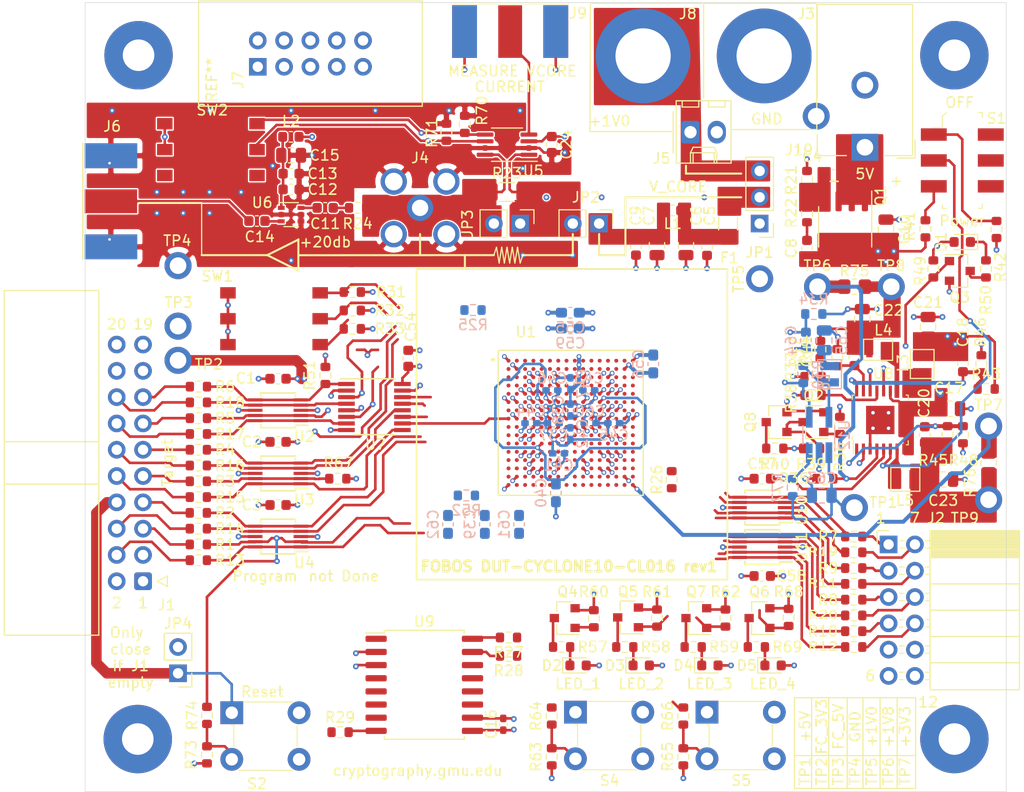
<source format=kicad_pcb>
(kicad_pcb (version 20171130) (host pcbnew "(5.1.7)-1")
  (title_block (title "DUT-ARTIX7-A12T ASSEMBLY DRAWING BOTTOM") (rev 1) (company "GMU CERG") (comment 1 "DESIGNER: J. KAPS, E. FERRUFINO"))
  (layers (0 F.Cu signal) (1 In1.Cu signal hide) (2 In2.Cu signal hide) (31 B.Cu signal) (34 B.Paste user hide) (35 F.Paste user hide) (36 B.SilkS user) (37 F.SilkS user hide) (38 B.Mask user hide) (39 F.Mask user hide) (44 Edge.Cuts user))
  (net 0 "")
  (net 1 GND)
  (net 2 "Net-(C4-Pad2)")
  (net 3 "Net-(C5-Pad1)")
  (net 4 "Net-(C7-Pad1)")
  (net 5 "Net-(C8-Pad2)")
  (net 6 +5V)
  (net 7 "Net-(C11-Pad2)")
  (net 8 "Net-(C11-Pad1)")
  (net 9 "Net-(C12-Pad1)")
  (net 10 "Net-(C14-Pad2)")
  (net 11 "Net-(C14-Pad1)")
  (net 12 "Net-(F1-Pad2)")
  (net 13 "/Connectors, IO/CW_TARG4")
  (net 14 "/Connectors, IO/CW_TARG3")
  (net 15 "/Connectors, IO/CW_TARG2")
  (net 16 "/Connectors, IO/CW_TARG1")
  (net 17 "/Connectors, IO/CW_HS2")
  (net 18 "/Connectors, IO/CW_HS1")
  (net 19 "/Connectors, IO/CW_PDID")
  (net 20 "/Connectors, IO/CW_PDIC")
  (net 21 "/Connectors, IO/CW_SCK")
  (net 22 "/Connectors, IO/CW_MOSI")
  (net 23 "/Connectors, IO/CW_MISO")
  (net 24 +1V0)
  (net 25 "Net-(JP2-Pad2)")
  (net 26 JA1)
  (net 27 "Net-(J2-Pad1)")
  (net 28 JA3)
  (net 29 "Net-(J2-Pad3)")
  (net 30 JA2)
  (net 31 "Net-(J2-Pad2)")
  (net 32 JA4)
  (net 33 "Net-(J2-Pad4)")
  (net 34 "Net-(J2-Pad8)")
  (net 35 JA8)
  (net 36 "Net-(J2-Pad10)")
  (net 37 JA10)
  (net 38 "Net-(J2-Pad7)")
  (net 39 JA7)
  (net 40 "Net-(J2-Pad9)")
  (net 41 JA9)
  (net 42 PGOOD)
  (net 43 "Net-(Q3-Pad3)")
  (net 44 "Net-(R41-Pad1)")
  (net 45 "Net-(R42-Pad2)")
  (net 46 ON_OFF)
  (net 47 VCORE_CURRENT_GAIN_1)
  (net 48 VCORE_CURRENT_GAIN_0)
  (net 49 VCORE_CURRENT)
  (net 50 "/Connectors, IO/CW_RST")
  (net 51 "Net-(U1-PadT3)")
  (net 52 "Net-(U1-PadT2)")
  (net 53 "Net-(U1-PadN3)")
  (net 54 "Net-(U1-PadL3)")
  (net 55 "Net-(U1-PadL2)")
  (net 56 "Net-(U1-PadK2)")
  (net 57 "Net-(U1-PadC16)")
  (net 58 "Net-(U1-PadB16)")
  (net 59 "Net-(U1-PadB10)")
  (net 60 "Net-(U1-PadA10)")
  (net 61 FC_3V3)
  (net 62 FC_5V)
  (net 63 FC_RST)
  (net 64 FC_IO)
  (net 65 FD_TF)
  (net 66 FD2C_CLK)
  (net 67 FC2D_CLK)
  (net 68 FC_DIO0)
  (net 69 FC_DIO1)
  (net 70 FC_DIO2)
  (net 71 FC_DIO3)
  (net 72 FC2D_HS)
  (net 73 FD2C_HS)
  (net 74 FC_PROG)
  (net 75 FC_DIO1_MUX)
  (net 76 FC_DIO2_MUX)
  (net 77 FC_DIO3_MUX)
  (net 78 FC_DIO0_MUX)
  (net 79 "Net-(Q4-Pad3)")
  (net 80 "Net-(Q5-Pad3)")
  (net 81 "Net-(Q6-Pad3)")
  (net 82 "Net-(R63-Pad2)")
  (net 83 "Net-(R65-Pad2)")
  (net 84 "Net-(S4-Pad4)")
  (net 85 "Net-(S4-Pad2)")
  (net 86 "Net-(S5-Pad4)")
  (net 87 "Net-(S5-Pad2)")
  (net 88 +3V3)
  (net 89 VCCINT)
  (net 90 "Net-(Q7-Pad3)")
  (net 91 "Net-(J5-Pad1)")
  (net 92 USER_LED_1)
  (net 93 USER_LED_2)
  (net 94 USER_LED_4)
  (net 95 USER_LED_3)
  (net 96 USER_BTN_1)
  (net 97 USER_BTN_2)
  (net 98 "Net-(J10-Pad3)")
  (net 99 "Net-(U1-PadP3)")
  (net 100 "Net-(U1-PadP2)")
  (net 101 "Net-(U1-PadN2)")
  (net 102 "Net-(U1-PadG2)")
  (net 103 "Net-(U1-PadD2)")
  (net 104 "Net-(U1-PadD1)")
  (net 105 "Net-(U1-PadC15)")
  (net 106 "Net-(U1-PadB8)")
  (net 107 "Net-(U1-PadA8)")
  (net 108 "Net-(U1-PadA2)")
  (net 109 "Net-(R73-Pad2)")
  (net 110 "Net-(S2-Pad4)")
  (net 111 "Net-(S2-Pad2)")
  (net 112 "/FPGA Programming/MODE_1")
  (net 113 "Net-(D1-Pad1)")
  (net 114 "Net-(D2-Pad1)")
  (net 115 "Net-(D3-Pad1)")
  (net 116 "Net-(D4-Pad1)")
  (net 117 "Net-(D5-Pad1)")
  (net 118 "/FPGA Programming/TDI")
  (net 119 "/FPGA Programming/TCK")
  (net 120 "/FPGA Programming/TMS")
  (net 121 "/FPGA Programming/MODE_2")
  (net 122 "Net-(SW2-Pad2)")
  (net 123 "Net-(SW2-Pad1)")
  (net 124 "Net-(Q2-Pad3)")
  (net 125 "Net-(Q2-Pad1)")
  (net 126 "Net-(S1-Pad6)")
  (net 127 "Net-(S1-Pad5)")
  (net 128 "Net-(S1-Pad4)")
  (net 129 /Power1/FB1)
  (net 130 +1V2)
  (net 131 /Power1/FB2)
  (net 132 /Power1/pre1V2PLL)
  (net 133 /Power1/FB3)
  (net 134 /Power1/pre3V3)
  (net 135 "Net-(C64-Pad1)")
  (net 136 "/FPGA Programming/TDO")
  (net 137 /Power1/SW1)
  (net 138 /Power1/SW2)
  (net 139 /Power1/SW3)
  (net 140 /Power1/EN2)
  (net 141 SW_nSTATUS)
  (net 142 SW_CONF_DONE)
  (net 143 "Net-(L6-Pad1)")
  (net 144 "/FPGA Programming/MODE_0")
  (net 145 /Power1/MODE)
  (net 146 "Net-(R77-Pad1)")
  (net 147 "Net-(U1-PadA3)")
  (net 148 "Net-(U1-PadA4)")
  (net 149 "Net-(U1-PadA5)")
  (net 150 "Net-(U1-PadA6)")
  (net 151 "Net-(U1-PadA7)")
  (net 152 "Net-(U1-PadA9)")
  (net 153 "Net-(U1-PadA11)")
  (net 154 "Net-(U1-PadA12)")
  (net 155 "Net-(U1-PadA13)")
  (net 156 "Net-(U1-PadA14)")
  (net 157 "Net-(U1-PadA15)")
  (net 158 "Net-(U1-PadB1)")
  (net 159 "Net-(U1-PadB3)")
  (net 160 "Net-(U1-PadB4)")
  (net 161 "Net-(U1-PadB5)")
  (net 162 "Net-(U1-PadB6)")
  (net 163 "Net-(U1-PadB7)")
  (net 164 "Net-(U1-PadB9)")
  (net 165 "Net-(U1-PadB11)")
  (net 166 "Net-(U1-PadB12)")
  (net 167 "Net-(U1-PadB13)")
  (net 168 "Net-(U1-PadB14)")
  (net 169 "Net-(U1-PadC2)")
  (net 170 "Net-(U1-PadC3)")
  (net 171 "Net-(U1-PadC6)")
  (net 172 "Net-(U1-PadC8)")
  (net 173 "Net-(U1-PadC9)")
  (net 174 "Net-(U1-PadC11)")
  (net 175 "Net-(U1-PadC14)")
  (net 176 "Net-(U1-PadD3)")
  (net 177 "Net-(U1-PadD6)")
  (net 178 "Net-(U1-PadD8)")
  (net 179 "Net-(U1-PadD9)")
  (net 180 "Net-(U1-PadD11)")
  (net 181 "Net-(U1-PadD12)")
  (net 182 "Net-(U1-PadD14)")
  (net 183 "Net-(U1-PadD15)")
  (net 184 "Net-(U1-PadD16)")
  (net 185 "Net-(U1-PadE1)")
  (net 186 "Net-(U1-PadE2)")
  (net 187 "Net-(U1-PadE6)")
  (net 188 "Net-(U1-PadE7)")
  (net 189 "Net-(U1-PadE8)")
  (net 190 "Net-(U1-PadE9)")
  (net 191 "Net-(U1-PadE10)")
  (net 192 "Net-(U1-PadE11)")
  (net 193 "Net-(U1-PadE15)")
  (net 194 "Net-(U1-PadE16)")
  (net 195 "Net-(U1-PadF3)")
  (net 196 SW_nCONFIG)
  (net 197 "Net-(U1-PadF8)")
  (net 198 "Net-(U1-PadF9)")
  (net 199 "Net-(U1-PadF13)")
  (net 200 "Net-(U1-PadF14)")
  (net 201 "Net-(U1-PadF15)")
  (net 202 "Net-(U1-PadF16)")
  (net 203 "Net-(U1-PadG1)")
  (net 204 "Net-(U1-PadG11)")
  (net 205 "Net-(U1-PadG15)")
  (net 206 "Net-(U1-PadG16)")
  (net 207 SW_D_CLK)
  (net 208 SW_DATA[0])
  (net 209 "Net-(U1-PadJ1)")
  (net 210 "Net-(U1-PadJ2)")
  (net 211 "Net-(U1-PadJ12)")
  (net 212 "Net-(U1-PadJ13)")
  (net 213 "Net-(U1-PadJ14)")
  (net 214 "Net-(U1-PadJ15)")
  (net 215 "Net-(U1-PadJ16)")
  (net 216 "Net-(U1-PadK1)")
  (net 217 "Net-(U1-PadK5)")
  (net 218 "Net-(U1-PadK6)")
  (net 219 "Net-(U1-PadK9)")
  (net 220 "Net-(U1-PadK10)")
  (net 221 "Net-(U1-PadK12)")
  (net 222 "Net-(U1-PadK15)")
  (net 223 "Net-(U1-PadK16)")
  (net 224 "Net-(U1-PadL1)")
  (net 225 "Net-(U1-PadL4)")
  (net 226 "Net-(U1-PadL6)")
  (net 227 "Net-(U1-PadL7)")
  (net 228 "Net-(U1-PadL8)")
  (net 229 "Net-(U1-PadL9)")
  (net 230 "Net-(U1-PadL10)")
  (net 231 "Net-(U1-PadL11)")
  (net 232 "Net-(U1-PadL13)")
  (net 233 "Net-(U1-PadL14)")
  (net 234 "Net-(U1-PadL15)")
  (net 235 "Net-(U1-PadL16)")
  (net 236 "Net-(U1-PadM1)")
  (net 237 "Net-(U1-PadM2)")
  (net 238 "Net-(U1-PadM6)")
  (net 239 "Net-(U1-PadM7)")
  (net 240 "Net-(U1-PadM8)")
  (net 241 "Net-(U1-PadM9)")
  (net 242 "Net-(U1-PadM10)")
  (net 243 "Net-(U1-PadM11)")
  (net 244 "Net-(U1-PadM15)")
  (net 245 "Net-(U1-PadM16)")
  (net 246 "Net-(U1-PadN1)")
  (net 247 "Net-(U1-PadN5)")
  (net 248 "Net-(U1-PadN6)")
  (net 249 "Net-(U1-PadN8)")
  (net 250 "Net-(U1-PadN9)")
  (net 251 "Net-(U1-PadN11)")
  (net 252 "Net-(U1-PadN12)")
  (net 253 "Net-(U1-PadN14)")
  (net 254 "Net-(U1-PadN15)")
  (net 255 "Net-(U1-PadN16)")
  (net 256 "Net-(U1-PadP1)")
  (net 257 "Net-(U1-PadP6)")
  (net 258 "Net-(U1-PadP8)")
  (net 259 "Net-(U1-PadP9)")
  (net 260 "Net-(U1-PadP11)")
  (net 261 "Net-(U1-PadP14)")
  (net 262 "Net-(U1-PadP15)")
  (net 263 "Net-(U1-PadP16)")
  (net 264 "Net-(U1-PadR1)")
  (net 265 "Net-(U1-PadR3)")
  (net 266 "Net-(U1-PadR4)")
  (net 267 "Net-(U1-PadR5)")
  (net 268 "Net-(U1-PadR6)")
  (net 269 "Net-(U1-PadR7)")
  (net 270 "Net-(U1-PadR8)")
  (net 271 "Net-(U1-PadR9)")
  (net 272 "Net-(U1-PadR10)")
  (net 273 "Net-(U1-PadR11)")
  (net 274 "Net-(U1-PadR12)")
  (net 275 "Net-(U1-PadR13)")
  (net 276 "Net-(U1-PadR14)")
  (net 277 "Net-(U1-PadR16)")
  (net 278 "Net-(U1-PadT4)")
  (net 279 "Net-(U1-PadT5)")
  (net 280 "Net-(U1-PadT6)")
  (net 281 "Net-(U1-PadT7)")
  (net 282 "Net-(U1-PadT8)")
  (net 283 "Net-(U1-PadT9)")
  (net 284 "Net-(U1-PadT10)")
  (net 285 "Net-(U1-PadT11)")
  (net 286 "Net-(U1-PadT12)")
  (net 287 "Net-(U1-PadT13)")
  (net 288 "Net-(U1-PadT14)")
  (net 289 "Net-(U1-PadT15)")
  (net 290 +1V2_PLL)
  (net 291 +2V5_PLL)
  (net 292 "Net-(U9-Pad11)")
  (net 293 "Net-(U9-Pad1)")
  (net 294 "/FPGA Programming/CLK_FLASH")
  (net 295 "/FPGA Programming/DATAI_FLASH")
  (net 296 ASDO)
  (net 297 "/FPGA Programming/DATAO_FLASH")
  (net 298 nCS0)
  (net 299 "Net-(J7-Pad7)")
  (net 300 "Net-(J7-Pad8)")
  (net 301 "Net-(J7-Pad6)")
  (net 302 "Net-(U9-Pad14)")
  (net 303 "Net-(U9-Pad13)")
  (net 304 "Net-(U9-Pad12)")
  (net 305 "Net-(U9-Pad6)")
  (net 306 "Net-(U9-Pad5)")
  (net 307 "Net-(U9-Pad4)")
  (module Package_BGA:BGA256C80P16X16_1400X1400X150N (layer F.Cu) (at 149.86 111.76)
    (fp_text reference U1 (at -4.325 -8.77) (layer F.SilkS))
    (fp_text value 10CL016YU256I7G)
    (pad A1 smd circle (at -6 -6) (size 0.38 0.38) (layers F.Cu F.Paste F.Mask) (net 88 +3V3))
    (pad A2 smd circle (at -5.2 -6) (size 0.38 0.38) (layers F.Cu F.Paste F.Mask) (net 108 "Net-(U1-PadA2)"))
    (pad A3 smd circle (at -4.4 -6) (size 0.38 0.38) (layers F.Cu F.Paste F.Mask) (net 147 "Net-(U1-PadA3)"))
    (pad A4 smd circle (at -3.6 -6) (size 0.38 0.38) (layers F.Cu F.Paste F.Mask) (net 148 "Net-(U1-PadA4)"))
    (pad A5 smd circle (at -2.8 -6) (size 0.38 0.38) (layers F.Cu F.Paste F.Mask) (net 149 "Net-(U1-PadA5)"))
    (pad A6 smd circle (at -2 -6) (size 0.38 0.38) (layers F.Cu F.Paste F.Mask) (net 150 "Net-(U1-PadA6)"))
    (pad A7 smd circle (at -1.2 -6) (size 0.38 0.38) (layers F.Cu F.Paste F.Mask) (net 151 "Net-(U1-PadA7)"))
    (pad A8 smd circle (at -0.4 -6) (size 0.38 0.38) (layers F.Cu F.Paste F.Mask) (net 107 "Net-(U1-PadA8)"))
    (pad A9 smd circle (at 0.4 -6) (size 0.38 0.38) (layers F.Cu F.Paste F.Mask) (net 152 "Net-(U1-PadA9)"))
    (pad A10 smd circle (at 1.2 -6) (size 0.38 0.38) (layers F.Cu F.Paste F.Mask) (net 60 "Net-(U1-PadA10)"))
    (pad A11 smd circle (at 2 -6) (size 0.38 0.38) (layers F.Cu F.Paste F.Mask) (net 153 "Net-(U1-PadA11)"))
    (pad A12 smd circle (at 2.8 -6) (size 0.38 0.38) (layers F.Cu F.Paste F.Mask) (net 154 "Net-(U1-PadA12)"))
    (pad A13 smd circle (at 3.6 -6) (size 0.38 0.38) (layers F.Cu F.Paste F.Mask) (net 155 "Net-(U1-PadA13)"))
    (pad A14 smd circle (at 4.4 -6) (size 0.38 0.38) (layers F.Cu F.Paste F.Mask) (net 156 "Net-(U1-PadA14)"))
    (pad A15 smd circle (at 5.2 -6) (size 0.38 0.38) (layers F.Cu F.Paste F.Mask) (net 157 "Net-(U1-PadA15)"))
    (pad A16 smd circle (at 6 -6) (size 0.38 0.38) (layers F.Cu F.Paste F.Mask) (net 88 +3V3))
    (pad B1 smd circle (at -6 -5.2) (size 0.38 0.38) (layers F.Cu F.Paste F.Mask) (net 158 "Net-(U1-PadB1)"))
    (pad B2 smd circle (at -5.2 -5.2) (size 0.38 0.38) (layers F.Cu F.Paste F.Mask) (net 1 GND))
    (pad B3 smd circle (at -4.4 -5.2) (size 0.38 0.38) (layers F.Cu F.Paste F.Mask) (net 159 "Net-(U1-PadB3)"))
    (pad B4 smd circle (at -3.6 -5.2) (size 0.38 0.38) (layers F.Cu F.Paste F.Mask) (net 160 "Net-(U1-PadB4)"))
    (pad B5 smd circle (at -2.8 -5.2) (size 0.38 0.38) (layers F.Cu F.Paste F.Mask) (net 161 "Net-(U1-PadB5)"))
    (pad B6 smd circle (at -2 -5.2) (size 0.38 0.38) (layers F.Cu F.Paste F.Mask) (net 162 "Net-(U1-PadB6)"))
    (pad B7 smd circle (at -1.2 -5.2) (size 0.38 0.38) (layers F.Cu F.Paste F.Mask) (net 163 "Net-(U1-PadB7)"))
    (pad B8 smd circle (at -0.4 -5.2) (size 0.38 0.38) (layers F.Cu F.Paste F.Mask) (net 106 "Net-(U1-PadB8)"))
    (pad B9 smd circle (at 0.4 -5.2) (size 0.38 0.38) (layers F.Cu F.Paste F.Mask) (net 164 "Net-(U1-PadB9)"))
    (pad B10 smd circle (at 1.2 -5.2) (size 0.38 0.38) (layers F.Cu F.Paste F.Mask) (net 59 "Net-(U1-PadB10)"))
    (pad B11 smd circle (at 2 -5.2) (size 0.38 0.38) (layers F.Cu F.Paste F.Mask) (net 165 "Net-(U1-PadB11)"))
    (pad B12 smd circle (at 2.8 -5.2) (size 0.38 0.38) (layers F.Cu F.Paste F.Mask) (net 166 "Net-(U1-PadB12)"))
    (pad B13 smd circle (at 3.6 -5.2) (size 0.38 0.38) (layers F.Cu F.Paste F.Mask) (net 167 "Net-(U1-PadB13)"))
    (pad B14 smd circle (at 4.4 -5.2) (size 0.38 0.38) (layers F.Cu F.Paste F.Mask) (net 168 "Net-(U1-PadB14)"))
    (pad B15 smd circle (at 5.2 -5.2) (size 0.38 0.38) (layers F.Cu F.Paste F.Mask) (net 1 GND))
    (pad B16 smd circle (at 6 -5.2) (size 0.38 0.38) (layers F.Cu F.Paste F.Mask) (net 58 "Net-(U1-PadB16)"))
    (pad C1 smd circle (at -6 -4.4) (size 0.38 0.38) (layers F.Cu F.Paste F.Mask) (net 296 ASDO))
    (pad C2 smd circle (at -5.2 -4.4) (size 0.38 0.38) (layers F.Cu F.Paste F.Mask) (net 169 "Net-(U1-PadC2)"))
    (pad C3 smd circle (at -4.4 -4.4) (size 0.38 0.38) (layers F.Cu F.Paste F.Mask) (net 170 "Net-(U1-PadC3)"))
    (pad C4 smd circle (at -3.6 -4.4) (size 0.38 0.38) (layers F.Cu F.Paste F.Mask) (net 88 +3V3))
    (pad C5 smd circle (at -2.8 -4.4) (size 0.38 0.38) (layers F.Cu F.Paste F.Mask) (net 1 GND))
    (pad C6 smd circle (at -2 -4.4) (size 0.38 0.38) (layers F.Cu F.Paste F.Mask) (net 171 "Net-(U1-PadC6)"))
    (pad C7 smd circle (at -1.2 -4.4) (size 0.38 0.38) (layers F.Cu F.Paste F.Mask) (net 88 +3V3))
    (pad C8 smd circle (at -0.4 -4.4) (size 0.38 0.38) (layers F.Cu F.Paste F.Mask) (net 172 "Net-(U1-PadC8)"))
    (pad C9 smd circle (at 0.4 -4.4) (size 0.38 0.38) (layers F.Cu F.Paste F.Mask) (net 173 "Net-(U1-PadC9)"))
    (pad C10 smd circle (at 1.2 -4.4) (size 0.38 0.38) (layers F.Cu F.Paste F.Mask) (net 88 +3V3))
    (pad C11 smd circle (at 2 -4.4) (size 0.38 0.38) (layers F.Cu F.Paste F.Mask) (net 174 "Net-(U1-PadC11)"))
    (pad C12 smd circle (at 2.8 -4.4) (size 0.38 0.38) (layers F.Cu F.Paste F.Mask) (net 1 GND))
    (pad C13 smd circle (at 3.6 -4.4) (size 0.38 0.38) (layers F.Cu F.Paste F.Mask) (net 88 +3V3))
    (pad C14 smd circle (at 4.4 -4.4) (size 0.38 0.38) (layers F.Cu F.Paste F.Mask) (net 175 "Net-(U1-PadC14)"))
    (pad C15 smd circle (at 5.2 -4.4) (size 0.38 0.38) (layers F.Cu F.Paste F.Mask) (net 105 "Net-(U1-PadC15)"))
    (pad C16 smd circle (at 6 -4.4) (size 0.38 0.38) (layers F.Cu F.Paste F.Mask) (net 57 "Net-(U1-PadC16)"))
    (pad D1 smd circle (at -6 -3.6) (size 0.38 0.38) (layers F.Cu F.Paste F.Mask) (net 104 "Net-(U1-PadD1)"))
    (pad D2 smd circle (at -5.2 -3.6) (size 0.38 0.38) (layers F.Cu F.Paste F.Mask) (net 103 "Net-(U1-PadD2)"))
    (pad D3 smd circle (at -4.4 -3.6) (size 0.38 0.38) (layers F.Cu F.Paste F.Mask) (net 176 "Net-(U1-PadD3)"))
    (pad D4 smd circle (at -3.6 -3.6) (size 0.38 0.38) (layers F.Cu F.Paste F.Mask) (net 290 +1V2_PLL))
    (pad D5 smd circle (at -2.8 -3.6) (size 0.38 0.38) (layers F.Cu F.Paste F.Mask) (net 1 GND))
    (pad D6 smd circle (at -2 -3.6) (size 0.38 0.38) (layers F.Cu F.Paste F.Mask) (net 177 "Net-(U1-PadD6)"))
    (pad D7 smd circle (at -1.2 -3.6) (size 0.38 0.38) (layers F.Cu F.Paste F.Mask) (net 1 GND))
    (pad D8 smd circle (at -0.4 -3.6) (size 0.38 0.38) (layers F.Cu F.Paste F.Mask) (net 178 "Net-(U1-PadD8)"))
    (pad D9 smd circle (at 0.4 -3.6) (size 0.38 0.38) (layers F.Cu F.Paste F.Mask) (net 179 "Net-(U1-PadD9)"))
    (pad D10 smd circle (at 1.2 -3.6) (size 0.38 0.38) (layers F.Cu F.Paste F.Mask) (net 1 GND))
    (pad D11 smd circle (at 2 -3.6) (size 0.38 0.38) (layers F.Cu F.Paste F.Mask) (net 180 "Net-(U1-PadD11)"))
    (pad D12 smd circle (at 2.8 -3.6) (size 0.38 0.38) (layers F.Cu F.Paste F.Mask) (net 181 "Net-(U1-PadD12)"))
    (pad D13 smd circle (at 3.6 -3.6) (size 0.38 0.38) (layers F.Cu F.Paste F.Mask) (net 290 +1V2_PLL))
    (pad D14 smd circle (at 4.4 -3.6) (size 0.38 0.38) (layers F.Cu F.Paste F.Mask) (net 182 "Net-(U1-PadD14)"))
    (pad D15 smd circle (at 5.2 -3.6) (size 0.38 0.38) (layers F.Cu F.Paste F.Mask) (net 183 "Net-(U1-PadD15)"))
    (pad D16 smd circle (at 6 -3.6) (size 0.38 0.38) (layers F.Cu F.Paste F.Mask) (net 184 "Net-(U1-PadD16)"))
    (pad E1 smd circle (at -6 -2.8) (size 0.38 0.38) (layers F.Cu F.Paste F.Mask) (net 185 "Net-(U1-PadE1)"))
    (pad E2 smd circle (at -5.2 -2.8) (size 0.38 0.38) (layers F.Cu F.Paste F.Mask) (net 186 "Net-(U1-PadE2)"))
    (pad E3 smd circle (at -4.4 -2.8) (size 0.38 0.38) (layers F.Cu F.Paste F.Mask) (net 88 +3V3))
    (pad E4 smd circle (at -3.6 -2.8) (size 0.38 0.38) (layers F.Cu F.Paste F.Mask) (net 1 GND))
    (pad E5 smd circle (at -2.8 -2.8) (size 0.38 0.38) (layers F.Cu F.Paste F.Mask) (net 1 GND))
    (pad E6 smd circle (at -2 -2.8) (size 0.38 0.38) (layers F.Cu F.Paste F.Mask) (net 187 "Net-(U1-PadE6)"))
    (pad E7 smd circle (at -1.2 -2.8) (size 0.38 0.38) (layers F.Cu F.Paste F.Mask) (net 188 "Net-(U1-PadE7)"))
    (pad E8 smd circle (at -0.4 -2.8) (size 0.38 0.38) (layers F.Cu F.Paste F.Mask) (net 189 "Net-(U1-PadE8)"))
    (pad E9 smd circle (at 0.4 -2.8) (size 0.38 0.38) (layers F.Cu F.Paste F.Mask) (net 190 "Net-(U1-PadE9)"))
    (pad E10 smd circle (at 1.2 -2.8) (size 0.38 0.38) (layers F.Cu F.Paste F.Mask) (net 191 "Net-(U1-PadE10)"))
    (pad E11 smd circle (at 2 -2.8) (size 0.38 0.38) (layers F.Cu F.Paste F.Mask) (net 192 "Net-(U1-PadE11)"))
    (pad E12 smd circle (at 2.8 -2.8) (size 0.38 0.38) (layers F.Cu F.Paste F.Mask) (net 1 GND))
    (pad E13 smd circle (at 3.6 -2.8) (size 0.38 0.38) (layers F.Cu F.Paste F.Mask) (net 1 GND))
    (pad E14 smd circle (at 4.4 -2.8) (size 0.38 0.38) (layers F.Cu F.Paste F.Mask) (net 88 +3V3))
    (pad E15 smd circle (at 5.2 -2.8) (size 0.38 0.38) (layers F.Cu F.Paste F.Mask) (net 193 "Net-(U1-PadE15)"))
    (pad E16 smd circle (at 6 -2.8) (size 0.38 0.38) (layers F.Cu F.Paste F.Mask) (net 194 "Net-(U1-PadE16)"))
    (pad F1 smd circle (at -6 -2) (size 0.38 0.38) (layers F.Cu F.Paste F.Mask) (net 1 GND))
    (pad F2 smd circle (at -5.2 -2) (size 0.38 0.38) (layers F.Cu F.Paste F.Mask) (net 1 GND))
    (pad F3 smd circle (at -4.4 -2) (size 0.38 0.38) (layers F.Cu F.Paste F.Mask) (net 195 "Net-(U1-PadF3)"))
    (pad F4 smd circle (at -3.6 -2) (size 0.38 0.38) (layers F.Cu F.Paste F.Mask) (net 141 SW_nSTATUS))
    (pad F5 smd circle (at -2.8 -2) (size 0.38 0.38) (layers F.Cu F.Paste F.Mask) (net 291 +2V5_PLL))
    (pad F6 smd circle (at -2 -2) (size 0.38 0.38) (layers F.Cu F.Paste F.Mask) (net 1 GND))
    (pad F7 smd circle (at -1.2 -2) (size 0.38 0.38) (layers F.Cu F.Paste F.Mask) (net 89 VCCINT))
    (pad F8 smd circle (at -0.4 -2) (size 0.38 0.38) (layers F.Cu F.Paste F.Mask) (net 197 "Net-(U1-PadF8)"))
    (pad F9 smd circle (at 0.4 -2) (size 0.38 0.38) (layers F.Cu F.Paste F.Mask) (net 198 "Net-(U1-PadF9)"))
    (pad F10 smd circle (at 1.2 -2) (size 0.38 0.38) (layers F.Cu F.Paste F.Mask) (net 1 GND))
    (pad F11 smd circle (at 2 -2) (size 0.38 0.38) (layers F.Cu F.Paste F.Mask) (net 89 VCCINT))
    (pad F12 smd circle (at 2.8 -2) (size 0.38 0.38) (layers F.Cu F.Paste F.Mask) (net 291 +2V5_PLL))
    (pad F13 smd circle (at 3.6 -2) (size 0.38 0.38) (layers F.Cu F.Paste F.Mask) (net 199 "Net-(U1-PadF13)"))
    (pad F14 smd circle (at 4.4 -2) (size 0.38 0.38) (layers F.Cu F.Paste F.Mask) (net 200 "Net-(U1-PadF14)"))
    (pad F15 smd circle (at 5.2 -2) (size 0.38 0.38) (layers F.Cu F.Paste F.Mask) (net 201 "Net-(U1-PadF15)"))
    (pad F16 smd circle (at 6 -2) (size 0.38 0.38) (layers F.Cu F.Paste F.Mask) (net 202 "Net-(U1-PadF16)"))
    (pad G1 smd circle (at -6 -1.2) (size 0.38 0.38) (layers F.Cu F.Paste F.Mask) (net 203 "Net-(U1-PadG1)"))
    (pad G2 smd circle (at -5.2 -1.2) (size 0.38 0.38) (layers F.Cu F.Paste F.Mask) (net 102 "Net-(U1-PadG2)"))
    (pad G3 smd circle (at -4.4 -1.2) (size 0.38 0.38) (layers F.Cu F.Paste F.Mask) (net 88 +3V3))
    (pad G4 smd circle (at -3.6 -1.2) (size 0.38 0.38) (layers F.Cu F.Paste F.Mask) (net 1 GND))
    (pad G5 smd circle (at -2.8 -1.2) (size 0.38 0.38) (layers F.Cu F.Paste F.Mask) (net 1 GND))
    (pad G6 smd circle (at -2 -1.2) (size 0.38 0.38) (layers F.Cu F.Paste F.Mask) (net 89 VCCINT))
    (pad G7 smd circle (at -1.2 -1.2) (size 0.38 0.38) (layers F.Cu F.Paste F.Mask) (net 89 VCCINT))
    (pad G8 smd circle (at -0.4 -1.2) (size 0.38 0.38) (layers F.Cu F.Paste F.Mask) (net 89 VCCINT))
    (pad G9 smd circle (at 0.4 -1.2) (size 0.38 0.38) (layers F.Cu F.Paste F.Mask) (net 89 VCCINT))
    (pad G10 smd circle (at 1.2 -1.2) (size 0.38 0.38) (layers F.Cu F.Paste F.Mask) (net 89 VCCINT))
    (pad G11 smd circle (at 2 -1.2) (size 0.38 0.38) (layers F.Cu F.Paste F.Mask) (net 204 "Net-(U1-PadG11)"))
    (pad G12 smd circle (at 2.8 -1.2) (size 0.38 0.38) (layers F.Cu F.Paste F.Mask) (net 121 "/FPGA Programming/MODE_2"))
    (pad G13 smd circle (at 3.6 -1.2) (size 0.38 0.38) (layers F.Cu F.Paste F.Mask) (net 1 GND))
    (pad G14 smd circle (at 4.4 -1.2) (size 0.38 0.38) (layers F.Cu F.Paste F.Mask) (net 88 +3V3))
    (pad G15 smd circle (at 5.2 -1.2) (size 0.38 0.38) (layers F.Cu F.Paste F.Mask) (net 205 "Net-(U1-PadG15)"))
    (pad G16 smd circle (at 6 -1.2) (size 0.38 0.38) (layers F.Cu F.Paste F.Mask) (net 206 "Net-(U1-PadG16)"))
    (pad H1 smd circle (at -6 -0.4) (size 0.38 0.38) (layers F.Cu F.Paste F.Mask) (net 207 SW_D_CLK))
    (pad H2 smd circle (at -5.2 -0.4) (size 0.38 0.38) (layers F.Cu F.Paste F.Mask) (net 208 SW_DATA[0]))
    (pad H3 smd circle (at -4.4 -0.4) (size 0.38 0.38) (layers F.Cu F.Paste F.Mask) (net 119 "/FPGA Programming/TCK"))
    (pad H4 smd circle (at -3.6 -0.4) (size 0.38 0.38) (layers F.Cu F.Paste F.Mask) (net 118 "/FPGA Programming/TDI"))
    (pad H5 smd circle (at -2.8 -0.4) (size 0.38 0.38) (layers F.Cu F.Paste F.Mask) (net 196 SW_nCONFIG))
    (pad H6 smd circle (at -2 -0.4) (size 0.38 0.38) (layers F.Cu F.Paste F.Mask) (net 89 VCCINT))
    (pad H7 smd circle (at -1.2 -0.4) (size 0.38 0.38) (layers F.Cu F.Paste F.Mask) (net 1 GND))
    (pad H8 smd circle (at -0.4 -0.4) (size 0.38 0.38) (layers F.Cu F.Paste F.Mask) (net 1 GND))
    (pad H9 smd circle (at 0.4 -0.4) (size 0.38 0.38) (layers F.Cu F.Paste F.Mask) (net 1 GND))
    (pad H10 smd circle (at 1.2 -0.4) (size 0.38 0.38) (layers F.Cu F.Paste F.Mask) (net 1 GND))
    (pad H11 smd circle (at 2 -0.4) (size 0.38 0.38) (layers F.Cu F.Paste F.Mask) (net 89 VCCINT))
    (pad H12 smd circle (at 2.8 -0.4) (size 0.38 0.38) (layers F.Cu F.Paste F.Mask) (net 112 "/FPGA Programming/MODE_1"))
    (pad H13 smd circle (at 3.6 -0.4) (size 0.38 0.38) (layers F.Cu F.Paste F.Mask) (net 144 "/FPGA Programming/MODE_0"))
    (pad H14 smd circle (at 4.4 -0.4) (size 0.38 0.38) (layers F.Cu F.Paste F.Mask) (net 142 SW_CONF_DONE))
    (pad H15 smd circle (at 5.2 -0.4) (size 0.38 0.38) (layers F.Cu F.Paste F.Mask) (net 1 GND))
    (pad H16 smd circle (at 6 -0.4) (size 0.38 0.38) (layers F.Cu F.Paste F.Mask) (net 1 GND))
    (pad J1 smd circle (at -6 0.4) (size 0.38 0.38) (layers F.Cu F.Paste F.Mask) (net 209 "Net-(U1-PadJ1)"))
    (pad J2 smd circle (at -5.2 0.4) (size 0.38 0.38) (layers F.Cu F.Paste F.Mask) (net 210 "Net-(U1-PadJ2)"))
    (pad J3 smd circle (at -4.4 0.4) (size 0.38 0.38) (layers F.Cu F.Paste F.Mask) (net 1 GND))
    (pad J4 smd circle (at -3.6 0.4) (size 0.38 0.38) (layers F.Cu F.Paste F.Mask) (net 136 "/FPGA Programming/TDO"))
    (pad J5 smd circle (at -2.8 0.4) (size 0.38 0.38) (layers F.Cu F.Paste F.Mask) (net 120 "/FPGA Programming/TMS"))
    (pad J6 smd circle (at -2 0.4) (size 0.38 0.38) (layers F.Cu F.Paste F.Mask) (net 89 VCCINT))
    (pad J7 smd circle (at -1.2 0.4) (size 0.38 0.38) (layers F.Cu F.Paste F.Mask) (net 1 GND))
    (pad J8 smd circle (at -0.4 0.4) (size 0.38 0.38) (layers F.Cu F.Paste F.Mask) (net 1 GND))
    (pad J9 smd circle (at 0.4 0.4) (size 0.38 0.38) (layers F.Cu F.Paste F.Mask) (net 1 GND))
    (pad J10 smd circle (at 1.2 0.4) (size 0.38 0.38) (layers F.Cu F.Paste F.Mask) (net 1 GND))
    (pad J11 smd circle (at 2 0.4) (size 0.38 0.38) (layers F.Cu F.Paste F.Mask) (net 1 GND))
    (pad J12 smd circle (at 2.8 0.4) (size 0.38 0.38) (layers F.Cu F.Paste F.Mask) (net 211 "Net-(U1-PadJ12)"))
    (pad J13 smd circle (at 3.6 0.4) (size 0.38 0.38) (layers F.Cu F.Paste F.Mask) (net 212 "Net-(U1-PadJ13)"))
    (pad J14 smd circle (at 4.4 0.4) (size 0.38 0.38) (layers F.Cu F.Paste F.Mask) (net 213 "Net-(U1-PadJ14)"))
    (pad J15 smd circle (at 5.2 0.4) (size 0.38 0.38) (layers F.Cu F.Paste F.Mask) (net 214 "Net-(U1-PadJ15)"))
    (pad J16 smd circle (at 6 0.4) (size 0.38 0.38) (layers F.Cu F.Paste F.Mask) (net 215 "Net-(U1-PadJ16)"))
    (pad K1 smd circle (at -6 1.2) (size 0.38 0.38) (layers F.Cu F.Paste F.Mask) (net 216 "Net-(U1-PadK1)"))
    (pad K2 smd circle (at -5.2 1.2) (size 0.38 0.38) (layers F.Cu F.Paste F.Mask) (net 56 "Net-(U1-PadK2)"))
    (pad K3 smd circle (at -4.4 1.2) (size 0.38 0.38) (layers F.Cu F.Paste F.Mask) (net 88 +3V3))
    (pad K4 smd circle (at -3.6 1.2) (size 0.38 0.38) (layers F.Cu F.Paste F.Mask) (net 1 GND))
    (pad K5 smd circle (at -2.8 1.2) (size 0.38 0.38) (layers F.Cu F.Paste F.Mask) (net 217 "Net-(U1-PadK5)"))
    (pad K6 smd circle (at -2 1.2) (size 0.38 0.38) (layers F.Cu F.Paste F.Mask) (net 218 "Net-(U1-PadK6)"))
    (pad K7 smd circle (at -1.2 1.2) (size 0.38 0.38) (layers F.Cu F.Paste F.Mask) (net 89 VCCINT))
    (pad K8 smd circle (at -0.4 1.2) (size 0.38 0.38) (layers F.Cu F.Paste F.Mask) (net 1 GND))
    (pad K9 smd circle (at 0.4 1.2) (size 0.38 0.38) (layers F.Cu F.Paste F.Mask) (net 219 "Net-(U1-PadK9)"))
    (pad K10 smd circle (at 1.2 1.2) (size 0.38 0.38) (layers F.Cu F.Paste F.Mask) (net 220 "Net-(U1-PadK10)"))
    (pad K11 smd circle (at 2 1.2) (size 0.38 0.38) (layers F.Cu F.Paste F.Mask) (net 89 VCCINT))
    (pad K12 smd circle (at 2.8 1.2) (size 0.38 0.38) (layers F.Cu F.Paste F.Mask) (net 221 "Net-(U1-PadK12)"))
    (pad K13 smd circle (at 3.6 1.2) (size 0.38 0.38) (layers F.Cu F.Paste F.Mask) (net 1 GND))
    (pad K14 smd circle (at 4.4 1.2) (size 0.38 0.38) (layers F.Cu F.Paste F.Mask) (net 88 +3V3))
    (pad K15 smd circle (at 5.2 1.2) (size 0.38 0.38) (layers F.Cu F.Paste F.Mask) (net 222 "Net-(U1-PadK15)"))
    (pad K16 smd circle (at 6 1.2) (size 0.38 0.38) (layers F.Cu F.Paste F.Mask) (net 223 "Net-(U1-PadK16)"))
    (pad L1 smd circle (at -6 2) (size 0.38 0.38) (layers F.Cu F.Paste F.Mask) (net 224 "Net-(U1-PadL1)"))
    (pad L2 smd circle (at -5.2 2) (size 0.38 0.38) (layers F.Cu F.Paste F.Mask) (net 55 "Net-(U1-PadL2)"))
    (pad L3 smd circle (at -4.4 2) (size 0.38 0.38) (layers F.Cu F.Paste F.Mask) (net 54 "Net-(U1-PadL3)"))
    (pad L4 smd circle (at -3.6 2) (size 0.38 0.38) (layers F.Cu F.Paste F.Mask) (net 225 "Net-(U1-PadL4)"))
    (pad L5 smd circle (at -2.8 2) (size 0.38 0.38) (layers F.Cu F.Paste F.Mask) (net 291 +2V5_PLL))
    (pad L6 smd circle (at -2 2) (size 0.38 0.38) (layers F.Cu F.Paste F.Mask) (net 226 "Net-(U1-PadL6)"))
    (pad L7 smd circle (at -1.2 2) (size 0.38 0.38) (layers F.Cu F.Paste F.Mask) (net 227 "Net-(U1-PadL7)"))
    (pad L8 smd circle (at -0.4 2) (size 0.38 0.38) (layers F.Cu F.Paste F.Mask) (net 228 "Net-(U1-PadL8)"))
    (pad L9 smd circle (at 0.4 2) (size 0.38 0.38) (layers F.Cu F.Paste F.Mask) (net 229 "Net-(U1-PadL9)"))
    (pad L10 smd circle (at 1.2 2) (size 0.38 0.38) (layers F.Cu F.Paste F.Mask) (net 230 "Net-(U1-PadL10)"))
    (pad L11 smd circle (at 2 2) (size 0.38 0.38) (layers F.Cu F.Paste F.Mask) (net 231 "Net-(U1-PadL11)"))
    (pad L12 smd circle (at 2.8 2) (size 0.38 0.38) (layers F.Cu F.Paste F.Mask) (net 291 +2V5_PLL))
    (pad L13 smd circle (at 3.6 2) (size 0.38 0.38) (layers F.Cu F.Paste F.Mask) (net 232 "Net-(U1-PadL13)"))
    (pad L14 smd circle (at 4.4 2) (size 0.38 0.38) (layers F.Cu F.Paste F.Mask) (net 233 "Net-(U1-PadL14)"))
    (pad L15 smd circle (at 5.2 2) (size 0.38 0.38) (layers F.Cu F.Paste F.Mask) (net 234 "Net-(U1-PadL15)"))
    (pad L16 smd circle (at 6 2) (size 0.38 0.38) (layers F.Cu F.Paste F.Mask) (net 235 "Net-(U1-PadL16)"))
    (pad M1 smd circle (at -6 2.8) (size 0.38 0.38) (layers F.Cu F.Paste F.Mask) (net 236 "Net-(U1-PadM1)"))
    (pad M2 smd circle (at -5.2 2.8) (size 0.38 0.38) (layers F.Cu F.Paste F.Mask) (net 237 "Net-(U1-PadM2)"))
    (pad M3 smd circle (at -4.4 2.8) (size 0.38 0.38) (layers F.Cu F.Paste F.Mask) (net 88 +3V3))
    (pad M4 smd circle (at -3.6 2.8) (size 0.38 0.38) (layers F.Cu F.Paste F.Mask) (net 1 GND))
    (pad M5 smd circle (at -2.8 2.8) (size 0.38 0.38) (layers F.Cu F.Paste F.Mask) (net 1 GND))
    (pad M6 smd circle (at -2 2.8) (size 0.38 0.38) (layers F.Cu F.Paste F.Mask) (net 238 "Net-(U1-PadM6)"))
    (pad M7 smd circle (at -1.2 2.8) (size 0.38 0.38) (layers F.Cu F.Paste F.Mask) (net 239 "Net-(U1-PadM7)"))
    (pad M8 smd circle (at -0.4 2.8) (size 0.38 0.38) (layers F.Cu F.Paste F.Mask) (net 240 "Net-(U1-PadM8)"))
    (pad M9 smd circle (at 0.4 2.8) (size 0.38 0.38) (layers F.Cu F.Paste F.Mask) (net 241 "Net-(U1-PadM9)"))
    (pad M10 smd circle (at 1.2 2.8) (size 0.38 0.38) (layers F.Cu F.Paste F.Mask) (net 242 "Net-(U1-PadM10)"))
    (pad M11 smd circle (at 2 2.8) (size 0.38 0.38) (layers F.Cu F.Paste F.Mask) (net 243 "Net-(U1-PadM11)"))
    (pad M12 smd circle (at 2.8 2.8) (size 0.38 0.38) (layers F.Cu F.Paste F.Mask) (net 1 GND))
    (pad M13 smd circle (at 3.6 2.8) (size 0.38 0.38) (layers F.Cu F.Paste F.Mask) (net 1 GND))
    (pad M14 smd circle (at 4.4 2.8) (size 0.38 0.38) (layers F.Cu F.Paste F.Mask) (net 88 +3V3))
    (pad M15 smd circle (at 5.2 2.8) (size 0.38 0.38) (layers F.Cu F.Paste F.Mask) (net 244 "Net-(U1-PadM15)"))
    (pad M16 smd circle (at 6 2.8) (size 0.38 0.38) (layers F.Cu F.Paste F.Mask) (net 245 "Net-(U1-PadM16)"))
    (pad N1 smd circle (at -6 3.6) (size 0.38 0.38) (layers F.Cu F.Paste F.Mask) (net 246 "Net-(U1-PadN1)"))
    (pad N2 smd circle (at -5.2 3.6) (size 0.38 0.38) (layers F.Cu F.Paste F.Mask) (net 101 "Net-(U1-PadN2)"))
    (pad N3 smd circle (at -4.4 3.6) (size 0.38 0.38) (layers F.Cu F.Paste F.Mask) (net 53 "Net-(U1-PadN3)"))
    (pad N4 smd circle (at -3.6 3.6) (size 0.38 0.38) (layers F.Cu F.Paste F.Mask) (net 290 +1V2_PLL))
    (pad N5 smd circle (at -2.8 3.6) (size 0.38 0.38) (layers F.Cu F.Paste F.Mask) (net 247 "Net-(U1-PadN5)"))
    (pad N6 smd circle (at -2 3.6) (size 0.38 0.38) (layers F.Cu F.Paste F.Mask) (net 248 "Net-(U1-PadN6)"))
    (pad N7 smd circle (at -1.2 3.6) (size 0.38 0.38) (layers F.Cu F.Paste F.Mask) (net 1 GND))
    (pad N8 smd circle (at -0.4 3.6) (size 0.38 0.38) (layers F.Cu F.Paste F.Mask) (net 249 "Net-(U1-PadN8)"))
    (pad N9 smd circle (at 0.4 3.6) (size 0.38 0.38) (layers F.Cu F.Paste F.Mask) (net 250 "Net-(U1-PadN9)"))
    (pad N10 smd circle (at 1.2 3.6) (size 0.38 0.38) (layers F.Cu F.Paste F.Mask) (net 1 GND))
    (pad N11 smd circle (at 2 3.6) (size 0.38 0.38) (layers F.Cu F.Paste F.Mask) (net 251 "Net-(U1-PadN11)"))
    (pad N12 smd circle (at 2.8 3.6) (size 0.38 0.38) (layers F.Cu F.Paste F.Mask) (net 252 "Net-(U1-PadN12)"))
    (pad N13 smd circle (at 3.6 3.6) (size 0.38 0.38) (layers F.Cu F.Paste F.Mask) (net 290 +1V2_PLL))
    (pad N14 smd circle (at 4.4 3.6) (size 0.38 0.38) (layers F.Cu F.Paste F.Mask) (net 253 "Net-(U1-PadN14)"))
    (pad N15 smd circle (at 5.2 3.6) (size 0.38 0.38) (layers F.Cu F.Paste F.Mask) (net 254 "Net-(U1-PadN15)"))
    (pad N16 smd circle (at 6 3.6) (size 0.38 0.38) (layers F.Cu F.Paste F.Mask) (net 255 "Net-(U1-PadN16)"))
    (pad P1 smd circle (at -6 4.4) (size 0.38 0.38) (layers F.Cu F.Paste F.Mask) (net 256 "Net-(U1-PadP1)"))
    (pad P2 smd circle (at -5.2 4.4) (size 0.38 0.38) (layers F.Cu F.Paste F.Mask) (net 100 "Net-(U1-PadP2)"))
    (pad P3 smd circle (at -4.4 4.4) (size 0.38 0.38) (layers F.Cu F.Paste F.Mask) (net 99 "Net-(U1-PadP3)"))
    (pad P4 smd circle (at -3.6 4.4) (size 0.38 0.38) (layers F.Cu F.Paste F.Mask) (net 88 +3V3))
    (pad P5 smd circle (at -2.8 4.4) (size 0.38 0.38) (layers F.Cu F.Paste F.Mask) (net 1 GND))
    (pad P6 smd circle (at -2 4.4) (size 0.38 0.38) (layers F.Cu F.Paste F.Mask) (net 257 "Net-(U1-PadP6)"))
    (pad P7 smd circle (at -1.2 4.4) (size 0.38 0.38) (layers F.Cu F.Paste F.Mask) (net 88 +3V3))
    (pad P8 smd circle (at -0.4 4.4) (size 0.38 0.38) (layers F.Cu F.Paste F.Mask) (net 258 "Net-(U1-PadP8)"))
    (pad P9 smd circle (at 0.4 4.4) (size 0.38 0.38) (layers F.Cu F.Paste F.Mask) (net 259 "Net-(U1-PadP9)"))
    (pad P10 smd circle (at 1.2 4.4) (size 0.38 0.38) (layers F.Cu F.Paste F.Mask) (net 88 +3V3))
    (pad P11 smd circle (at 2 4.4) (size 0.38 0.38) (layers F.Cu F.Paste F.Mask) (net 260 "Net-(U1-PadP11)"))
    (pad P12 smd circle (at 2.8 4.4) (size 0.38 0.38) (layers F.Cu F.Paste F.Mask) (net 1 GND))
    (pad P13 smd circle (at 3.6 4.4) (size 0.38 0.38) (layers F.Cu F.Paste F.Mask) (net 88 +3V3))
    (pad P14 smd circle (at 4.4 4.4) (size 0.38 0.38) (layers F.Cu F.Paste F.Mask) (net 261 "Net-(U1-PadP14)"))
    (pad P15 smd circle (at 5.2 4.4) (size 0.38 0.38) (layers F.Cu F.Paste F.Mask) (net 262 "Net-(U1-PadP15)"))
    (pad P16 smd circle (at 6 4.4) (size 0.38 0.38) (layers F.Cu F.Paste F.Mask) (net 263 "Net-(U1-PadP16)"))
    (pad R1 smd circle (at -6 5.2) (size 0.38 0.38) (layers F.Cu F.Paste F.Mask) (net 264 "Net-(U1-PadR1)"))
    (pad R2 smd circle (at -5.2 5.2) (size 0.38 0.38) (layers F.Cu F.Paste F.Mask) (net 1 GND))
    (pad R3 smd circle (at -4.4 5.2) (size 0.38 0.38) (layers F.Cu F.Paste F.Mask) (net 265 "Net-(U1-PadR3)"))
    (pad R4 smd circle (at -3.6 5.2) (size 0.38 0.38) (layers F.Cu F.Paste F.Mask) (net 266 "Net-(U1-PadR4)"))
    (pad R5 smd circle (at -2.8 5.2) (size 0.38 0.38) (layers F.Cu F.Paste F.Mask) (net 267 "Net-(U1-PadR5)"))
    (pad R6 smd circle (at -2 5.2) (size 0.38 0.38) (layers F.Cu F.Paste F.Mask) (net 268 "Net-(U1-PadR6)"))
    (pad R7 smd circle (at -1.2 5.2) (size 0.38 0.38) (layers F.Cu F.Paste F.Mask) (net 269 "Net-(U1-PadR7)"))
    (pad R8 smd circle (at -0.4 5.2) (size 0.38 0.38) (layers F.Cu F.Paste F.Mask) (net 270 "Net-(U1-PadR8)"))
    (pad R9 smd circle (at 0.4 5.2) (size 0.38 0.38) (layers F.Cu F.Paste F.Mask) (net 271 "Net-(U1-PadR9)"))
    (pad R10 smd circle (at 1.2 5.2) (size 0.38 0.38) (layers F.Cu F.Paste F.Mask) (net 272 "Net-(U1-PadR10)"))
    (pad R11 smd circle (at 2 5.2) (size 0.38 0.38) (layers F.Cu F.Paste F.Mask) (net 273 "Net-(U1-PadR11)"))
    (pad R12 smd circle (at 2.8 5.2) (size 0.38 0.38) (layers F.Cu F.Paste F.Mask) (net 274 "Net-(U1-PadR12)"))
    (pad R13 smd circle (at 3.6 5.2) (size 0.38 0.38) (layers F.Cu F.Paste F.Mask) (net 275 "Net-(U1-PadR13)"))
    (pad R14 smd circle (at 4.4 5.2) (size 0.38 0.38) (layers F.Cu F.Paste F.Mask) (net 276 "Net-(U1-PadR14)"))
    (pad R15 smd circle (at 5.2 5.2) (size 0.38 0.38) (layers F.Cu F.Paste F.Mask) (net 1 GND))
    (pad R16 smd circle (at 6 5.2) (size 0.38 0.38) (layers F.Cu F.Paste F.Mask) (net 277 "Net-(U1-PadR16)"))
    (pad T1 smd circle (at -6 6) (size 0.38 0.38) (layers F.Cu F.Paste F.Mask) (net 88 +3V3))
    (pad T2 smd circle (at -5.2 6) (size 0.38 0.38) (layers F.Cu F.Paste F.Mask) (net 52 "Net-(U1-PadT2)"))
    (pad T3 smd circle (at -4.4 6) (size 0.38 0.38) (layers F.Cu F.Paste F.Mask) (net 51 "Net-(U1-PadT3)"))
    (pad T4 smd circle (at -3.6 6) (size 0.38 0.38) (layers F.Cu F.Paste F.Mask) (net 278 "Net-(U1-PadT4)"))
    (pad T5 smd circle (at -2.8 6) (size 0.38 0.38) (layers F.Cu F.Paste F.Mask) (net 279 "Net-(U1-PadT5)"))
    (pad T6 smd circle (at -2 6) (size 0.38 0.38) (layers F.Cu F.Paste F.Mask) (net 280 "Net-(U1-PadT6)"))
    (pad T7 smd circle (at -1.2 6) (size 0.38 0.38) (layers F.Cu F.Paste F.Mask) (net 281 "Net-(U1-PadT7)"))
    (pad T8 smd circle (at -0.4 6) (size 0.38 0.38) (layers F.Cu F.Paste F.Mask) (net 282 "Net-(U1-PadT8)"))
    (pad T9 smd circle (at 0.4 6) (size 0.38 0.38) (layers F.Cu F.Paste F.Mask) (net 283 "Net-(U1-PadT9)"))
    (pad T10 smd circle (at 1.2 6) (size 0.38 0.38) (layers F.Cu F.Paste F.Mask) (net 284 "Net-(U1-PadT10)"))
    (pad T11 smd circle (at 2 6) (size 0.38 0.38) (layers F.Cu F.Paste F.Mask) (net 285 "Net-(U1-PadT11)"))
    (pad T12 smd circle (at 2.8 6) (size 0.38 0.38) (layers F.Cu F.Paste F.Mask) (net 286 "Net-(U1-PadT12)"))
    (pad T13 smd circle (at 3.6 6) (size 0.38 0.38) (layers F.Cu F.Paste F.Mask) (net 287 "Net-(U1-PadT13)"))
    (pad T14 smd circle (at 4.4 6) (size 0.38 0.38) (layers F.Cu F.Paste F.Mask) (net 288 "Net-(U1-PadT14)"))
    (pad T15 smd circle (at 5.2 6) (size 0.38 0.38) (layers F.Cu F.Paste F.Mask) (net 289 "Net-(U1-PadT15)"))
    (pad T16 smd circle (at 6 6) (size 0.38 0.38) (layers F.Cu F.Paste F.Mask) (net 88 +3V3))
  )
  (module Connector_PinHeader_2.54mm:PinHeader_2x05_P.54mm_Vertical_Shrouded (layer F.Cu) (at 119.66 77.374 90)
    (fp_text reference J7 (at -1.27 -1.905 90) (layer F.SilkS))
    (fp_text value Conn_02x05_Odd_Even)
    (fp_text user REF** (at -1.27 -4.445 90) (layer F.SilkS))
    (pad 10 thru_hole oval (at 2.54 10.16 90) (size 1.7 1.7) (drill 1) (layers *.Cu *.Mask) (net 1 GND))
    (pad 5 thru_hole oval (at 0 5.08 90) (size 1.7 1.7) (drill 1) (layers *.Cu *.Mask) (net 120 "/FPGA Programming/TMS"))
    (pad 7 thru_hole oval (at 0 7.62 90) (size 1.7 1.7) (drill 1) (layers *.Cu *.Mask) (net 299 "Net-(J7-Pad7)"))
    (pad 1 thru_hole rect (at 0 0 90) (size 1.7 1.7) (drill 1) (layers *.Cu *.Mask) (net 119 "/FPGA Programming/TCK"))
    (pad 3 thru_hole oval (at 0 2.54 90) (size 1.7 1.7) (drill 1) (layers *.Cu *.Mask) (net 136 "/FPGA Programming/TDO"))
    (pad 2 thru_hole oval (at 2.54 0 90) (size 1.7 1.7) (drill 1) (layers *.Cu *.Mask) (net 1 GND))
    (pad 8 thru_hole oval (at 2.54 7.62 90) (size 1.7 1.7) (drill 1) (layers *.Cu *.Mask) (net 300 "Net-(J7-Pad8)"))
    (pad 9 thru_hole oval (at 0 10.16 90) (size 1.7 1.7) (drill 1) (layers *.Cu *.Mask) (net 118 "/FPGA Programming/TDI"))
    (pad 4 thru_hole oval (at 2.54 2.54 90) (size 1.7 1.7) (drill 1) (layers *.Cu *.Mask) (net 88 +3V3))
    (pad 6 thru_hole oval (at 2.54 5.08 90) (size 1.7 1.7) (drill 1) (layers *.Cu *.Mask) (net 301 "Net-(J7-Pad6)"))
  )
  (module Resistor_SMD:R_0603_1608Metric (layer B.Cu) (at 139.796 118.776)
    (fp_text reference R52 (at 0 1.43) (layer B.SilkS) (effects (justify mirror)))
    (fp_text value 4.7KR)
    (pad 2 smd roundrect (at 0.825 0) (size 0.8 0.95) (layers B.Cu B.Paste B.Mask) (net 88 +3V3))
    (pad 1 smd roundrect (at -0.825 0) (size 0.8 0.95) (layers B.Cu B.Paste B.Mask) (net 196 SW_nCONFIG))
  )
  (module Resistor_SMD:R_0603_1608Metric (layer F.Cu) (at 127.604 141.636)
    (fp_text reference R29 (at 0 -1.43) (layer F.SilkS))
    (fp_text value 20R)
    (pad 2 smd roundrect (at 0.825 0) (size 0.8 0.95) (layers F.Cu F.Paste F.Mask) (net 297 "/FPGA Programming/DATAO_FLASH"))
    (pad 1 smd roundrect (at -0.825 0) (size 0.8 0.95) (layers F.Cu F.Paste F.Mask) (net 208 SW_DATA[0]))
  )
  (module Resistor_SMD:R_0603_1608Metric (layer F.Cu) (at 143.86 134.27 180)
    (fp_text reference R28 (at 0 -1.43) (layer F.SilkS))
    (fp_text value 20R)
    (pad 2 smd roundrect (at 0.825 0 180) (size 0.8 0.95) (layers F.Cu F.Paste F.Mask) (net 295 "/FPGA Programming/DATAI_FLASH"))
    (pad 1 smd roundrect (at -0.825 0 180) (size 0.8 0.95) (layers F.Cu F.Paste F.Mask) (net 296 ASDO))
  )
  (module Resistor_SMD:R_0603_1608Metric (layer F.Cu) (at 143.86 132.492 180)
    (fp_text reference R27 (at 0 -1.43) (layer F.SilkS))
    (fp_text value 20R)
    (pad 2 smd roundrect (at 0.825 0 180) (size 0.8 0.95) (layers F.Cu F.Paste F.Mask) (net 294 "/FPGA Programming/CLK_FLASH"))
    (pad 1 smd roundrect (at -0.825 0 180) (size 0.8 0.95) (layers F.Cu F.Paste F.Mask) (net 207 SW_D_CLK))
  )
  (module Capacitor_SMD:C_0402_1005Metric_Pad0.74x0.62mm_HandSolder (layer F.Cu) (at 143.352 140.874 90)
    (fp_text reference C16 (at 0 -1.16 90) (layer F.SilkS))
    (fp_text value .1uF)
    (pad 2 smd roundrect (at 0.5675 0 90) (size 0.735 0.62) (layers F.Cu F.Paste F.Mask) (net 1 GND))
    (pad 1 smd roundrect (at -0.5675 0 90) (size 0.735 0.62) (layers F.Cu F.Paste F.Mask) (net 88 +3V3))
  )
  (module Package_SO:SOIC-16W_7.5x10.3mm_P1.27mm (layer F.Cu) (at 135.732 137.064)
    (fp_text reference U9 (at 0 -6.1) (layer F.SilkS))
    (fp_text value MX25L51245GMI-08G)
    (pad 16 smd roundrect (at 4.65 -4.445) (size 2.05 0.6) (layers F.Cu F.Paste F.Mask) (net 294 "/FPGA Programming/CLK_FLASH"))
    (pad 15 smd roundrect (at 4.65 -3.175) (size 2.05 0.6) (layers F.Cu F.Paste F.Mask) (net 295 "/FPGA Programming/DATAI_FLASH"))
    (pad 14 smd roundrect (at 4.65 -1.905) (size 2.05 0.6) (layers F.Cu F.Paste F.Mask) (net 302 "Net-(U9-Pad14)"))
    (pad 13 smd roundrect (at 4.65 -0.635) (size 2.05 0.6) (layers F.Cu F.Paste F.Mask) (net 303 "Net-(U9-Pad13)"))
    (pad 12 smd roundrect (at 4.65 0.635) (size 2.05 0.6) (layers F.Cu F.Paste F.Mask) (net 304 "Net-(U9-Pad12)"))
    (pad 11 smd roundrect (at 4.65 1.905) (size 2.05 0.6) (layers F.Cu F.Paste F.Mask) (net 292 "Net-(U9-Pad11)"))
    (pad 10 smd roundrect (at 4.65 3.175) (size 2.05 0.6) (layers F.Cu F.Paste F.Mask) (net 1 GND))
    (pad 9 smd roundrect (at 4.65 4.445) (size 2.05 0.6) (layers F.Cu F.Paste F.Mask) (net 88 +3V3))
    (pad 8 smd roundrect (at -4.65 4.445) (size 2.05 0.6) (layers F.Cu F.Paste F.Mask) (net 297 "/FPGA Programming/DATAO_FLASH"))
    (pad 7 smd roundrect (at -4.65 3.175) (size 2.05 0.6) (layers F.Cu F.Paste F.Mask) (net 298 nCS0))
    (pad 6 smd roundrect (at -4.65 1.905) (size 2.05 0.6) (layers F.Cu F.Paste F.Mask) (net 305 "Net-(U9-Pad6)"))
    (pad 5 smd roundrect (at -4.65 0.635) (size 2.05 0.6) (layers F.Cu F.Paste F.Mask) (net 306 "Net-(U9-Pad5)"))
    (pad 4 smd roundrect (at -4.65 -0.635) (size 2.05 0.6) (layers F.Cu F.Paste F.Mask) (net 307 "Net-(U9-Pad4)"))
    (pad 3 smd roundrect (at -4.65 -1.905) (size 2.05 0.6) (layers F.Cu F.Paste F.Mask) (net 88 +3V3))
    (pad 2 smd roundrect (at -4.65 -3.175) (size 2.05 0.6) (layers F.Cu F.Paste F.Mask) (net 88 +3V3))
    (pad 1 smd roundrect (at -4.65 -4.445) (size 2.05 0.6) (layers F.Cu F.Paste F.Mask) (net 293 "Net-(U9-Pad1)"))
  )
  (module cerg:5281 (layer F.Cu) (at 173.68566 98.61288)
    (fp_text reference TP6 (at 0 -2.032) (layer F.SilkS))
    (fp_text value 5281)
    (pad 1 thru_hole circle (at 0 0) (size 2.6162 2.6162) (drill 1.6002) (layers *.Cu *.Mask) (net 290 +1V2_PLL))
  )
  (module cerg:5281 (layer F.Cu) (at 168.09766 97.85088)
    (fp_text reference TP5 (at -2.032 0 90) (layer F.SilkS))
    (fp_text value 5281)
    (pad 1 thru_hole circle (at 0 0) (size 2.6162 2.6162) (drill 1.6002) (layers *.Cu *.Mask) (net 130 +1V2))
  )
  (module Capacitor_SMD:C_0402_1005Metric_Pad0.74x0.62mm_HandSolder (layer B.Cu) (at 151.734 111.791 180)
    (fp_text reference C60 (at 0 1.16) (layer B.SilkS) (effects (justify mirror)))
    (fp_text value .022uF)
    (pad 2 smd roundrect (at 0.5675 0 180) (size 0.735 0.62) (layers B.Cu B.Paste B.Mask) (net 1 GND))
    (pad 1 smd roundrect (at -0.5675 0 180) (size 0.735 0.62) (layers B.Cu B.Paste B.Mask) (net 89 VCCINT))
  )
  (module Capacitor_SMD:C_0402_1005Metric_Pad0.74x0.62mm_HandSolder (layer B.Cu) (at 149.829 107.981 90)
    (fp_text reference C47 (at 0 1.16 90) (layer B.SilkS) (effects (justify mirror)))
    (fp_text value .022uF)
    (pad 2 smd roundrect (at 0.5675 0 90) (size 0.735 0.62) (layers B.Cu B.Paste B.Mask) (net 1 GND))
    (pad 1 smd roundrect (at -0.5675 0 90) (size 0.735 0.62) (layers B.Cu B.Paste B.Mask) (net 89 VCCINT))
  )
  (module Capacitor_SMD:C_0402_1005Metric_Pad0.74x0.62mm_HandSolder (layer B.Cu) (at 148.051 108.616 180)
    (fp_text reference C46 (at 0 1.16) (layer B.SilkS) (effects (justify mirror)))
    (fp_text value 1.0uF)
    (pad 2 smd roundrect (at 0.5675 0 180) (size 0.735 0.62) (layers B.Cu B.Paste B.Mask) (net 1 GND))
    (pad 1 smd roundrect (at -0.5675 0 180) (size 0.735 0.62) (layers B.Cu B.Paste B.Mask) (net 89 VCCINT))
  )
  (module Capacitor_SMD:C_0402_1005Metric_Pad0.74x0.62mm_HandSolder (layer B.Cu) (at 154.02 111.791)
    (fp_text reference C45 (at 0 1.16) (layer B.SilkS) (effects (justify mirror)))
    (fp_text value 10000pF)
    (pad 2 smd roundrect (at 0.5675 0) (size 0.735 0.62) (layers B.Cu B.Paste B.Mask) (net 1 GND))
    (pad 1 smd roundrect (at -0.5675 0) (size 0.735 0.62) (layers B.Cu B.Paste B.Mask) (net 89 VCCINT))
  )
  (module Capacitor_SMD:C_0402_1005Metric_Pad0.74x0.62mm_HandSolder (layer B.Cu) (at 146.019 111.791 180)
    (fp_text reference C44 (at 0 1.16) (layer B.SilkS) (effects (justify mirror)))
    (fp_text value .22uF)
    (pad 2 smd roundrect (at 0.5675 0 180) (size 0.735 0.62) (layers B.Cu B.Paste B.Mask) (net 1 GND))
    (pad 1 smd roundrect (at -0.5675 0 180) (size 0.735 0.62) (layers B.Cu B.Paste B.Mask) (net 89 VCCINT))
  )
  (module Capacitor_SMD:C_0402_1005Metric_Pad0.74x0.62mm_HandSolder (layer B.Cu) (at 151.607 108.616 180)
    (fp_text reference C43 (at 0 1.16) (layer B.SilkS) (effects (justify mirror)))
    (fp_text value 10000pF)
    (pad 2 smd roundrect (at 0.5675 0 180) (size 0.735 0.62) (layers B.Cu B.Paste B.Mask) (net 1 GND))
    (pad 1 smd roundrect (at -0.5675 0 180) (size 0.735 0.62) (layers B.Cu B.Paste B.Mask) (net 89 VCCINT))
  )
  (module Capacitor_SMD:C_0402_1005Metric_Pad0.74x0.62mm_HandSolder (layer B.Cu) (at 149.829 112.807 90)
    (fp_text reference C42 (at 0 1.16 90) (layer B.SilkS) (effects (justify mirror)))
    (fp_text value .1uF)
    (pad 2 smd roundrect (at 0.5675 0 90) (size 0.735 0.62) (layers B.Cu B.Paste B.Mask) (net 1 GND))
    (pad 1 smd roundrect (at -0.5675 0 90) (size 0.735 0.62) (layers B.Cu B.Paste B.Mask) (net 89 VCCINT))
  )
  (module Capacitor_SMD:C_0402_1005Metric_Pad0.74x0.62mm_HandSolder (layer B.Cu) (at 148.686 114.712)
    (fp_text reference C41 (at 0 1.16) (layer B.SilkS) (effects (justify mirror)))
    (fp_text value 4700pF)
    (pad 2 smd roundrect (at 0.5675 0) (size 0.735 0.62) (layers B.Cu B.Paste B.Mask) (net 1 GND))
    (pad 1 smd roundrect (at -0.5675 0) (size 0.735 0.62) (layers B.Cu B.Paste B.Mask) (net 89 VCCINT))
  )
  (module Capacitor_SMD:C_0402_1005Metric_Pad0.74x0.62mm_HandSolder (layer B.Cu) (at 149.829 110.521 270)
    (fp_text reference C38 (at 0 1.16 90) (layer B.SilkS) (effects (justify mirror)))
    (fp_text value .047uF)
    (pad 2 smd roundrect (at 0.5675 0 270) (size 0.735 0.62) (layers B.Cu B.Paste B.Mask) (net 1 GND))
    (pad 1 smd roundrect (at -0.5675 0 270) (size 0.735 0.62) (layers B.Cu B.Paste B.Mask) (net 89 VCCINT))
  )
  (module Capacitor_SMD:C_0402_1005Metric_Pad0.74x0.62mm_HandSolder (layer B.Cu) (at 148.178 111.791)
    (fp_text reference C37 (at 0 1.16) (layer B.SilkS) (effects (justify mirror)))
    (fp_text value 4700pF)
    (pad 2 smd roundrect (at 0.5675 0) (size 0.735 0.62) (layers B.Cu B.Paste B.Mask) (net 1 GND))
    (pad 1 smd roundrect (at -0.5675 0) (size 0.735 0.62) (layers B.Cu B.Paste B.Mask) (net 89 VCCINT))
  )
  (module Package_TO_SOT_SMD:SOT-23 (layer F.Cu) (at 149.28566 130.61688 180)
    (fp_text reference Q4 (at -0.27 2.54) (layer F.SilkS))
    (fp_text value BSS138)
    (pad 3 smd rect (at 1 0 180) (size 0.9 0.8) (layers F.Cu F.Paste F.Mask) (net 79 "Net-(Q4-Pad3)"))
    (pad 2 smd rect (at -1 0.95 180) (size 0.9 0.8) (layers F.Cu F.Paste F.Mask) (net 1 GND))
    (pad 1 smd rect (at -1 -0.95 180) (size 0.9 0.8) (layers F.Cu F.Paste F.Mask) (net 92 USER_LED_1))
  )
  (module cerg:L_SRN2012 (layer B.Cu) (at 174.848 107.854 90)
    (fp_text reference L6 (at 0 -0.5 90) (layer B.SilkS) (effects (justify mirror)))
    (fp_text value 1.5uH)
    (pad 2 smd rect (at 1.5748 0 90) (size 0.7874 1.8034) (layers B.Cu B.Paste B.Mask) (net 291 +2V5_PLL))
    (pad 1 smd rect (at 0 0 90) (size 0.7874 1.8034) (layers B.Cu B.Paste B.Mask) (net 143 "Net-(L6-Pad1)"))
  )
  (module Capacitor_SMD:C_0603_1608Metric_Pad1.08x0.95mm_HandSolder (layer B.Cu) (at 149.829 101.123)
    (fp_text reference C55 (at 0 1.43) (layer B.SilkS) (effects (justify mirror)))
    (fp_text value 47uF)
    (pad 2 smd roundrect (at 0.8625 0) (size 1.075 0.95) (layers B.Cu B.Paste B.Mask) (net 1 GND))
    (pad 1 smd roundrect (at -0.8625 0) (size 1.075 0.95) (layers B.Cu B.Paste B.Mask) (net 89 VCCINT))
  )
  (module Package_TO_SOT_SMD:TSOT-23-5_HandSoldering (layer B.Cu) (at 173.832 112.934 90)
    (fp_text reference U12 (at 0 2.45 90) (layer B.SilkS) (effects (justify mirror)))
    (fp_text value MAX8560EZK+T)
    (pad 5 smd rect (at 1.71 0.95 90) (size 2 0.65) (layers B.Cu B.Paste B.Mask) (net 143 "Net-(L6-Pad1)"))
    (pad 4 smd rect (at 1.71 -0.95 90) (size 2 0.65) (layers B.Cu B.Paste B.Mask) (net 135 "Net-(C64-Pad1)"))
    (pad 3 smd rect (at -1.71 -0.95 90) (size 2 0.65) (layers B.Cu B.Paste B.Mask) (net 146 "Net-(R77-Pad1)"))
    (pad 2 smd rect (at -1.71 0 90) (size 2 0.65) (layers B.Cu B.Paste B.Mask) (net 1 GND))
    (pad 1 smd rect (at -1.71 0.95 90) (size 2 0.65) (layers B.Cu B.Paste B.Mask) (net 6 +5V))
  )
  (module Resistor_SMD:R_0603_1608Metric (layer B.Cu) (at 171.292 118.014 270)
    (fp_text reference R77 (at 0 1.43 90) (layer B.SilkS) (effects (justify mirror)))
    (fp_text value 10KR)
    (pad 2 smd roundrect (at 0.825 0 270) (size 0.8 0.95) (layers B.Cu B.Paste B.Mask) (net 6 +5V))
    (pad 1 smd roundrect (at -0.825 0 270) (size 0.8 0.95) (layers B.Cu B.Paste B.Mask) (net 146 "Net-(R77-Pad1)"))
  )
  (module Resistor_SMD:R_0603_1608Metric (layer F.Cu) (at 173.959 104.679 90)
    (fp_text reference R44 (at 0 -1.43 90) (layer F.SilkS))
    (fp_text value 60KR)
    (pad 2 smd roundrect (at 0.825 0 90) (size 0.8 0.95) (layers F.Cu F.Paste F.Mask) (net 132 /Power1/pre1V2PLL))
    (pad 1 smd roundrect (at -0.825 0 90) (size 0.8 0.95) (layers F.Cu F.Paste F.Mask) (net 131 /Power1/FB2))
  )
  (module Resistor_SMD:R_0603_1608Metric (layer F.Cu) (at 189.961 108.489)
    (fp_text reference R43 (at 0 -1.43) (layer F.SilkS))
    (fp_text value 60KR)
    (pad 2 smd roundrect (at 0.825 0) (size 0.8 0.95) (layers F.Cu F.Paste F.Mask) (net 130 +1V2))
    (pad 1 smd roundrect (at -0.825 0) (size 0.8 0.95) (layers F.Cu F.Paste F.Mask) (net 129 /Power1/FB1))
  )
  (module Resistor_SMD:R_0603_1608Metric (layer B.Cu) (at 173.324 101.25 180)
    (fp_text reference R34 (at 0 1.43) (layer B.SilkS) (effects (justify mirror)))
    (fp_text value 30KR)
    (pad 2 smd roundrect (at 0.825 0 180) (size 0.8 0.95) (layers B.Cu B.Paste B.Mask) (net 135 "Net-(C64-Pad1)"))
    (pad 1 smd roundrect (at -0.825 0 180) (size 0.8 0.95) (layers B.Cu B.Paste B.Mask) (net 1 GND))
  )
  (module Resistor_SMD:R_0603_1608Metric (layer B.Cu) (at 172.308 107.092 90)
    (fp_text reference R30 (at 0 1.43 90) (layer B.SilkS) (effects (justify mirror)))
    (fp_text value 95KR)
    (pad 2 smd roundrect (at 0.825 0 90) (size 0.8 0.95) (layers B.Cu B.Paste B.Mask) (net 143 "Net-(L6-Pad1)"))
    (pad 1 smd roundrect (at -0.825 0 90) (size 0.8 0.95) (layers B.Cu B.Paste B.Mask) (net 135 "Net-(C64-Pad1)"))
  )
  (module Resistor_SMD:R_0603_1608Metric (layer F.Cu) (at 159.608 117.252 90)
    (fp_text reference R26 (at 0 -1.43 -90) (layer F.SilkS))
    (fp_text value 4.7KR)
    (pad 2 smd roundrect (at 0.825 0 90) (size 0.8 0.95) (layers F.Cu F.Paste F.Mask) (net 88 +3V3))
    (pad 1 smd roundrect (at -0.825 0 90) (size 0.8 0.95) (layers F.Cu F.Paste F.Mask) (net 142 SW_CONF_DONE))
  )
  (module Resistor_SMD:R_0603_1608Metric (layer B.Cu) (at 140.431 100.869)
    (fp_text reference R25 (at 0 1.43) (layer B.SilkS) (effects (justify mirror)))
    (fp_text value 4.7KR)
    (pad 2 smd roundrect (at 0.825 0) (size 0.8 0.95) (layers B.Cu B.Paste B.Mask) (net 88 +3V3))
    (pad 1 smd roundrect (at -0.825 0) (size 0.8 0.95) (layers B.Cu B.Paste B.Mask) (net 141 SW_nSTATUS))
  )
  (module Capacitor_SMD:C_0805_2012Metric (layer B.Cu) (at 174.34 103.79 90)
    (fp_text reference C65 (at 0 1.68 270) (layer B.SilkS) (effects (justify mirror)))
    (fp_text value 2u2)
    (pad 2 smd roundrect (at 0.95 0 90) (size 1 1.45) (layers B.Cu B.Paste B.Mask) (net 1 GND))
    (pad 1 smd roundrect (at -0.95 0 90) (size 1 1.45) (layers B.Cu B.Paste B.Mask) (net 291 +2V5_PLL))
  )
  (module Capacitor_SMD:C_0603_1608Metric (layer B.Cu) (at 172.562 103.79 270)
    (fp_text reference C64 (at 0 1.43 270) (layer B.SilkS) (effects (justify mirror)))
    (fp_text value 150pF)
    (pad 2 smd roundrect (at 0.775 0 270) (size 0.9 0.95) (layers B.Cu B.Paste B.Mask) (net 291 +2V5_PLL))
    (pad 1 smd roundrect (at -0.775 0 270) (size 0.9 0.95) (layers B.Cu B.Paste B.Mask) (net 135 "Net-(C64-Pad1)"))
  )
  (module Capacitor_SMD:C_0805_2012Metric (layer B.Cu) (at 174.086 118.776 180)
    (fp_text reference C63 (at 0 1.68 180) (layer B.SilkS) (effects (justify mirror)))
    (fp_text value 2u2)
    (pad 2 smd roundrect (at 0.95 0 180) (size 1 1.45) (layers B.Cu B.Paste B.Mask) (net 1 GND))
    (pad 1 smd roundrect (at -0.95 0 180) (size 1 1.45) (layers B.Cu B.Paste B.Mask) (net 6 +5V))
  )
  (module Capacitor_SMD:C_0603_1608Metric_Pad1.08x0.95mm_HandSolder (layer B.Cu) (at 138.018 121.57 270)
    (fp_text reference C62 (at 0 1.43 90) (layer B.SilkS) (effects (justify mirror)))
    (fp_text value 10000pF)
    (pad 2 smd roundrect (at 0.8625 0 270) (size 1.075 0.95) (layers B.Cu B.Paste B.Mask) (net 1 GND))
    (pad 1 smd roundrect (at -0.8625 0 270) (size 1.075 0.95) (layers B.Cu B.Paste B.Mask) (net 88 +3V3))
  )
  (module Capacitor_SMD:C_0603_1608Metric_Pad1.08x0.95mm_HandSolder (layer B.Cu) (at 144.876 121.57 270)
    (fp_text reference C61 (at 0 1.43 90) (layer B.SilkS) (effects (justify mirror)))
    (fp_text value 4.7uF)
    (pad 2 smd roundrect (at 0.8625 0 270) (size 1.075 0.95) (layers B.Cu B.Paste B.Mask) (net 1 GND))
    (pad 1 smd roundrect (at -0.8625 0 270) (size 1.075 0.95) (layers B.Cu B.Paste B.Mask) (net 88 +3V3))
  )
  (module Capacitor_SMD:C_0603_1608Metric_Pad1.08x0.95mm_HandSolder (layer B.Cu) (at 149.829 102.647)
    (fp_text reference C59 (at 0 1.43) (layer B.SilkS) (effects (justify mirror)))
    (fp_text value 4.7uF)
    (pad 2 smd roundrect (at 0.8625 0) (size 1.075 0.95) (layers B.Cu B.Paste B.Mask) (net 1 GND))
    (pad 1 smd roundrect (at -0.8625 0) (size 1.075 0.95) (layers B.Cu B.Paste B.Mask) (net 89 VCCINT))
  )
  (module Capacitor_SMD:C_0603_1608Metric_Pad1.08x0.95mm_HandSolder (layer B.Cu) (at 157.83 106.076 270)
    (fp_text reference C56 (at 0 1.43 90) (layer B.SilkS) (effects (justify mirror)))
    (fp_text value .47uF)
    (pad 2 smd roundrect (at 0.8625 0 270) (size 1.075 0.95) (layers B.Cu B.Paste B.Mask) (net 1 GND))
    (pad 1 smd roundrect (at -0.8625 0 270) (size 1.075 0.95) (layers B.Cu B.Paste B.Mask) (net 88 +3V3))
  )
  (module Capacitor_SMD:C_0603_1608Metric_Pad1.08x0.95mm_HandSolder (layer B.Cu) (at 148.432 118.522 270)
    (fp_text reference C40 (at 0 1.43 90) (layer B.SilkS) (effects (justify mirror)))
    (fp_text value .1uF)
    (pad 2 smd roundrect (at 0.8625 0 270) (size 1.075 0.95) (layers B.Cu B.Paste B.Mask) (net 1 GND))
    (pad 1 smd roundrect (at -0.8625 0 270) (size 1.075 0.95) (layers B.Cu B.Paste B.Mask) (net 291 +2V5_PLL))
  )
  (module Capacitor_SMD:C_0603_1608Metric_Pad1.08x0.95mm_HandSolder (layer B.Cu) (at 141.574 121.57 270)
    (fp_text reference C39 (at 0 1.43 90) (layer B.SilkS) (effects (justify mirror)))
    (fp_text value 1.0uF)
    (pad 2 smd roundrect (at 0.8625 0 270) (size 1.075 0.95) (layers B.Cu B.Paste B.Mask) (net 1 GND))
    (pad 1 smd roundrect (at -0.8625 0 270) (size 1.075 0.95) (layers B.Cu B.Paste B.Mask) (net 290 +1V2_PLL))
  )
  (module cerg:TSSOP-16-1EP_W4.40mm (layer F.Cu) (at 179.73766 111.48688)
    (fp_text reference U8 (at 0.29 -4.484) (layer F.SilkS))
    (fp_text value LTC3569EFE#PBF)
    (pad 17 thru_hole circle (at 0.8 0.8) (size 0.38 0.38) (drill 0.33) (layers *.Cu *.Mask) (net 1 GND))
    (pad 17 thru_hole circle (at -0.7 0.8) (size 0.38 0.38) (drill 0.33) (layers *.Cu *.Mask) (net 1 GND))
    (pad 17 thru_hole circle (at 0.8 -0.7) (size 0.38 0.38) (drill 0.33) (layers *.Cu *.Mask) (net 1 GND))
    (pad 17 thru_hole circle (at -0.7 -0.7) (size 0.38 0.38) (drill 0.33) (layers *.Cu *.Mask) (net 1 GND))
    (pad 17 smd rect (at 0 0 180) (size 2.74 2.74) (layers F.Cu) (net 1 GND))
    (pad 15 smd rect (at -1.625 -2.8) (size 0.3 1.05) (layers F.Cu F.Paste F.Mask) (net 131 /Power1/FB2))
    (pad 14 smd rect (at -0.975 -2.8) (size 0.3 1.05) (layers F.Cu F.Paste F.Mask) (net 6 +5V))
    (pad 13 smd rect (at -0.325 -2.8) (size 0.3 1.05) (layers F.Cu F.Paste F.Mask) (net 145 /Power1/MODE))
    (pad 12 smd rect (at 0.325 -2.8) (size 0.3 1.05) (layers F.Cu F.Paste F.Mask) (net 42 PGOOD))
    (pad 11 smd rect (at 0.975 -2.8) (size 0.3 1.05) (layers F.Cu F.Paste F.Mask) (net 6 +5V))
    (pad 10 smd rect (at 1.625 -2.8) (size 0.3 1.05) (layers F.Cu F.Paste F.Mask) (net 138 /Power1/SW2))
    (pad 9 smd rect (at 2.275 -2.8) (size 0.3 1.05) (layers F.Cu F.Paste F.Mask) (net 137 /Power1/SW1))
    (pad 8 smd rect (at 2.275 2.8) (size 0.3 1.05) (layers F.Cu F.Paste F.Mask) (net 6 +5V))
    (pad 7 smd rect (at 1.625 2.8) (size 0.3 1.05) (layers F.Cu F.Paste F.Mask) (net 139 /Power1/SW3))
    (pad 6 smd rect (at 0.975 2.8) (size 0.3 1.05) (layers F.Cu F.Paste F.Mask) (net 46 ON_OFF))
    (pad 5 smd rect (at 0.325 2.8) (size 0.3 1.05) (layers F.Cu F.Paste F.Mask) (net 140 /Power1/EN2))
    (pad 4 smd rect (at -0.325 2.8) (size 0.3 1.05) (layers F.Cu F.Paste F.Mask) (net 290 +1V2_PLL))
    (pad 3 smd rect (at -0.975 2.8) (size 0.3 1.05) (layers F.Cu F.Paste F.Mask) (net 1 GND))
    (pad 2 smd rect (at -1.625 2.8) (size 0.3 1.05) (layers F.Cu F.Paste F.Mask) (net 6 +5V))
    (pad 16 smd rect (at -2.275 -2.8) (size 0.3 1.05) (layers F.Cu F.Paste F.Mask) (net 129 /Power1/FB1))
    (pad 17 smd rect (at 0 0) (size 2.31 2.46) (layers F.Cu F.Paste F.Mask) (net 1 GND))
    (pad 1 smd rect (at -2.275 2.8) (size 0.3 1.05) (layers F.Cu F.Paste F.Mask) (net 133 /Power1/FB3))
  )
  (module cerg:Switch_Slide_JS202011SCQN (layer F.Cu) (at 187.65566 86.42088 270)
    (fp_text reference S1 (at -4.064 -3.302 180) (layer F.SilkS))
    (fp_text value JS202011SCQN)
    (pad 6 smd rect (at 2.5 -2.75 270) (size 1.2 2.5) (layers F.Cu F.Paste F.Mask) (net 126 "Net-(S1-Pad6)"))
    (pad 5 smd rect (at 0 -2.75 270) (size 1.2 2.5) (layers F.Cu F.Paste F.Mask) (net 127 "Net-(S1-Pad5)"))
    (pad 4 smd rect (at -2.5 -2.75 270) (size 1.2 2.5) (layers F.Cu F.Paste F.Mask) (net 128 "Net-(S1-Pad4)"))
    (pad 1 smd rect (at -2.5 2.75 270) (size 1.2 2.5) (layers F.Cu F.Paste F.Mask) (net 45 "Net-(R42-Pad2)"))
    (pad 2 smd rect (at 0 2.75 270) (size 1.2 2.5) (layers F.Cu F.Paste F.Mask) (net 46 ON_OFF))
    (pad 3 smd rect (at 2.5 2.75 270) (size 1.2 2.5) (layers F.Cu F.Paste F.Mask) (net 44 "Net-(R41-Pad1)"))
  )
  (module cerg:SMA-JOHNSON-142-0701-801 (layer F.Cu) (at 105.47866 90.36588 90)
    (fp_text reference J6 (at 7.239 0.127 180) (layer F.SilkS))
    (fp_text value Measure)
    (pad 2 smd rect (at 4.4 0 90) (size 2.4 5.08) (layers B.Cu B.Paste B.Mask) (net 1 GND))
    (pad 2 smd rect (at -4.4 0 90) (size 2.4 5.08) (layers B.Cu B.Paste B.Mask) (net 1 GND))
    (pad 2 smd rect (at 4.4 0 90) (size 2.4 5.08) (layers F.Cu F.Paste F.Mask) (net 1 GND))
    (pad 2 smd rect (at -4.4 0 90) (size 2.4 5.08) (layers F.Cu F.Paste F.Mask) (net 1 GND))
    (pad 1 smd rect (at 0 0 90) (size 2.3 5.08) (layers F.Cu F.Paste F.Mask) (net 11 "Net-(C14-Pad1)"))
  )
  (module cerg:SMA-JOHNSON-142-0701-201 (layer F.Cu) (at 135.32366 91.00088 90)
    (fp_text reference J4 (at 4.826 0 180) (layer F.SilkS))
    (fp_text value Glitch)
    (pad 2 thru_hole circle (at 2.54 2.54 90) (size 2.54 2.54) (drill 1.7018) (layers *.Cu *.Mask) (net 1 GND))
    (pad 2 thru_hole circle (at -2.54 2.54 90) (size 2.54 2.54) (drill 1.7018) (layers *.Cu *.Mask) (net 1 GND))
    (pad 2 thru_hole circle (at -2.54 -2.54 90) (size 2.54 2.54) (drill 1.7018) (layers *.Cu *.Mask) (net 1 GND))
    (pad 2 thru_hole circle (at 2.54 -2.54 90) (size 2.54 2.54) (drill 1.7018) (layers *.Cu *.Mask) (net 1 GND))
    (pad 1 thru_hole circle (at 0 0 90) (size 2.54 2.54) (drill 1.5748) (layers *.Cu *.Mask) (net 89 VCCINT))
  )
  (module Package_SO:MSOP-10_3x3mm_P0.5mm (layer F.Cu) (at 168.35166 123.75888 180)
    (fp_text reference U11 (at -3.81 0 90) (layer F.SilkS))
    (fp_text value SP3003-04ATG)
    (pad 10 smd rect (at 2.2 -1 180) (size 1.4 0.3) (layers F.Cu F.Paste F.Mask) (net 37 JA10))
    (pad 9 smd rect (at 2.2 -0.5 180) (size 1.4 0.3) (layers F.Cu F.Paste F.Mask) (net 32 JA4))
    (pad 8 smd rect (at 2.2 0 180) (size 1.4 0.3) (layers F.Cu F.Paste F.Mask) (net 1 GND))
    (pad 7 smd rect (at 2.2 0.5 180) (size 1.4 0.3) (layers F.Cu F.Paste F.Mask) (net 41 JA9))
    (pad 6 smd rect (at 2.2 1 180) (size 1.4 0.3) (layers F.Cu F.Paste F.Mask) (net 28 JA3))
    (pad 5 smd rect (at -2.2 1 180) (size 1.4 0.3) (layers F.Cu F.Paste F.Mask) (net 28 JA3))
    (pad 4 smd rect (at -2.2 0.5 180) (size 1.4 0.3) (layers F.Cu F.Paste F.Mask) (net 41 JA9))
    (pad 3 smd rect (at -2.2 0 180) (size 1.4 0.3) (layers F.Cu F.Paste F.Mask) (net 61 FC_3V3))
    (pad 2 smd rect (at -2.2 -0.5 180) (size 1.4 0.3) (layers F.Cu F.Paste F.Mask) (net 32 JA4))
    (pad 1 smd rect (at -2.2 -1 180) (size 1.4 0.3) (layers F.Cu F.Paste F.Mask) (net 37 JA10))
  )
  (module Package_SO:MSOP-10_3x3mm_P0.5mm (layer F.Cu) (at 168.35166 119.94888 180)
    (fp_text reference U10 (at -3.81 -0.254 90) (layer F.SilkS))
    (fp_text value SP3003-04ATG)
    (pad 10 smd rect (at 2.2 -1 180) (size 1.4 0.3) (layers F.Cu F.Paste F.Mask) (net 35 JA8))
    (pad 9 smd rect (at 2.2 -0.5 180) (size 1.4 0.3) (layers F.Cu F.Paste F.Mask) (net 30 JA2))
    (pad 8 smd rect (at 2.2 0 180) (size 1.4 0.3) (layers F.Cu F.Paste F.Mask) (net 1 GND))
    (pad 7 smd rect (at 2.2 0.5 180) (size 1.4 0.3) (layers F.Cu F.Paste F.Mask) (net 39 JA7))
    (pad 6 smd rect (at 2.2 1 180) (size 1.4 0.3) (layers F.Cu F.Paste F.Mask) (net 26 JA1))
    (pad 5 smd rect (at -2.2 1 180) (size 1.4 0.3) (layers F.Cu F.Paste F.Mask) (net 26 JA1))
    (pad 4 smd rect (at -2.2 0.5 180) (size 1.4 0.3) (layers F.Cu F.Paste F.Mask) (net 39 JA7))
    (pad 3 smd rect (at -2.2 0 180) (size 1.4 0.3) (layers F.Cu F.Paste F.Mask) (net 61 FC_3V3))
    (pad 2 smd rect (at -2.2 -0.5 180) (size 1.4 0.3) (layers F.Cu F.Paste F.Mask) (net 30 JA2))
    (pad 1 smd rect (at -2.2 -1 180) (size 1.4 0.3) (layers F.Cu F.Paste F.Mask) (net 35 JA8))
  )
  (module Capacitor_SMD:C_0603_1608Metric (layer F.Cu) (at 168.35166 126.55288)
    (fp_text reference C58 (at 2.794 0) (layer F.SilkS))
    (fp_text value 100nF)
    (pad 2 smd roundrect (at 0.7875 0) (size 0.875 0.95) (layers F.Cu F.Paste F.Mask) (net 61 FC_3V3))
    (pad 1 smd roundrect (at -0.7875 0) (size 0.875 0.95) (layers F.Cu F.Paste F.Mask) (net 1 GND))
  )
  (module Capacitor_SMD:C_0603_1608Metric (layer F.Cu) (at 168.35166 117.15488)
    (fp_text reference C57 (at 0 -1.43) (layer F.SilkS))
    (fp_text value 100nF)
    (pad 2 smd roundrect (at 0.7875 0) (size 0.875 0.95) (layers F.Cu F.Paste F.Mask) (net 61 FC_3V3))
    (pad 1 smd roundrect (at -0.7875 0) (size 0.875 0.95) (layers F.Cu F.Paste F.Mask) (net 1 GND))
  )
  (module Package_TO_SOT_SMD:SOT-23 (layer F.Cu) (at 169.73266 111.69388 180)
    (fp_text reference Q8 (at 2.524 0 90) (layer F.SilkS))
    (fp_text value MMBT3904)
    (pad 3 smd rect (at 1 0 180) (size 0.9 0.8) (layers F.Cu F.Paste F.Mask) (net 140 /Power1/EN2))
    (pad 2 smd rect (at -1 0.95 180) (size 0.9 0.8) (layers F.Cu F.Paste F.Mask) (net 1 GND))
    (pad 1 smd rect (at -1 -0.95 180) (size 0.9 0.8) (layers F.Cu F.Paste F.Mask) (net 124 "Net-(Q2-Pad3)"))
  )
  (module Package_TO_SOT_SMD:SOT-23 (layer F.Cu) (at 173.28866 111.69388 180)
    (fp_text reference Q2 (at -0.016 2.54) (layer F.SilkS))
    (fp_text value MMBT3904)
    (pad 3 smd rect (at 1 0 180) (size 0.9 0.8) (layers F.Cu F.Paste F.Mask) (net 124 "Net-(Q2-Pad3)"))
    (pad 2 smd rect (at -1 0.95 180) (size 0.9 0.8) (layers F.Cu F.Paste F.Mask) (net 1 GND))
    (pad 1 smd rect (at -1 -0.95 180) (size 0.9 0.8) (layers F.Cu F.Paste F.Mask) (net 125 "Net-(Q2-Pad1)"))
  )
  (module fobos-shield:PinSocket_2x06_P2.54mm_Horizontal_FLipped (layer F.Cu) (at 180.54366 123.50488)
    (fp_text reference J2 (at 4.564 -2.532) (layer F.SilkS))
    (fp_text value "Pmod 2x6")
    (pad 1 thru_hole rect (at 0 0) (size 1.7 1.7) (drill 1) (layers *.Cu *.Mask) (net 27 "Net-(J2-Pad1)"))
    (pad 2 thru_hole oval (at 0 2.54) (size 1.7 1.7) (drill 1) (layers *.Cu *.Mask) (net 31 "Net-(J2-Pad2)"))
    (pad 3 thru_hole oval (at 0 5.08) (size 1.7 1.7) (drill 1) (layers *.Cu *.Mask) (net 29 "Net-(J2-Pad3)"))
    (pad 4 thru_hole oval (at 0 7.62) (size 1.7 1.7) (drill 1) (layers *.Cu *.Mask) (net 33 "Net-(J2-Pad4)"))
    (pad 5 thru_hole oval (at 0 10.16) (size 1.7 1.7) (drill 1) (layers *.Cu *.Mask) (net 1 GND))
    (pad 6 thru_hole oval (at 0 12.7) (size 1.7 1.7) (drill 1) (layers *.Cu *.Mask) (net 61 FC_3V3))
    (pad 7 thru_hole oval (at 2.54 0) (size 1.7 1.7) (drill 1) (layers *.Cu *.Mask) (net 38 "Net-(J2-Pad7)"))
    (pad 8 thru_hole oval (at 2.54 2.54) (size 1.7 1.7) (drill 1) (layers *.Cu *.Mask) (net 34 "Net-(J2-Pad8)"))
    (pad 9 thru_hole oval (at 2.54 5.08) (size 1.7 1.7) (drill 1) (layers *.Cu *.Mask) (net 40 "Net-(J2-Pad9)"))
    (pad 10 thru_hole oval (at 2.54 7.62) (size 1.7 1.7) (drill 1) (layers *.Cu *.Mask) (net 36 "Net-(J2-Pad10)"))
    (pad 11 thru_hole oval (at 2.54 10.16) (size 1.7 1.7) (drill 1) (layers *.Cu *.Mask) (net 1 GND))
    (pad 12 thru_hole oval (at 2.54 12.7) (size 1.7 1.7) (drill 1) (layers *.Cu *.Mask) (net 61 FC_3V3))
  )
  (module cerg:SMA-JOHNSON-142-0701-801 (layer F.Cu) (at 144.018 73.97488)
    (fp_text reference J9 (at 6.55366 -1.778) (layer F.SilkS))
    (fp_text value Measure)
    (pad 2 smd rect (at 4.4 0) (size 2.4 5.08) (layers B.Cu B.Paste B.Mask) (net 1 GND))
    (pad 2 smd rect (at -4.4 0) (size 2.4 5.08) (layers B.Cu B.Paste B.Mask) (net 1 GND))
    (pad 2 smd rect (at 4.4 0) (size 2.4 5.08) (layers F.Cu F.Paste F.Mask) (net 1 GND))
    (pad 2 smd rect (at -4.4 0) (size 2.4 5.08) (layers F.Cu F.Paste F.Mask) (net 1 GND))
    (pad 1 smd rect (at 0 0) (size 2.3 5.08) (layers F.Cu F.Paste F.Mask) (net 49 VCORE_CURRENT))
  )
  (module cerg:5281 (layer F.Cu) (at 190.19566 112.07488 270)
    (fp_text reference TP7 (at -2.032 0 180) (layer F.SilkS))
    (fp_text value 5281)
    (pad 1 thru_hole circle (at 0 0 270) (size 2.6162 2.6162) (drill 1.6002) (layers *.Cu *.Mask) (net 88 +3V3))
  )
  (module cerg:5281 (layer F.Cu) (at 190.19566 119.18688 270)
    (fp_text reference TP9 (at 1.786 2.294 180) (layer F.SilkS))
    (fp_text value 5281)
    (pad 1 thru_hole circle (at 0 0 270) (size 2.6162 2.6162) (drill 1.6002) (layers *.Cu *.Mask) (net 134 /Power1/pre3V3))
  )
  (module cerg:5281 (layer F.Cu) (at 180.79766 98.61288)
    (fp_text reference TP8 (at 0 -2.032) (layer F.SilkS))
    (fp_text value 5281)
    (pad 1 thru_hole circle (at 0 0) (size 2.6162 2.6162) (drill 1.6002) (layers *.Cu *.Mask) (net 132 /Power1/pre1V2PLL))
  )
  (module cerg:Switch_Tactile_THT_6x6mm (layer F.Cu) (at 117.14766 139.76088)
    (fp_text reference S2 (at 2.436 6.858) (layer F.SilkS))
    (fp_text value 1825910-6)
    (pad 3 thru_hole circle (at 0 4.5) (size 2.2 2.2) (drill 1.2) (layers *.Cu *.Mask) (net 109 "Net-(R73-Pad2)"))
    (pad 4 thru_hole circle (at 6.5 4.5) (size 2.2 2.2) (drill 1.2) (layers *.Cu *.Mask) (net 110 "Net-(S2-Pad4)"))
    (pad 2 thru_hole circle (at 6.5 0) (size 2.2 2.2) (drill 1.2) (layers *.Cu *.Mask) (net 111 "Net-(S2-Pad2)"))
    (pad 1 thru_hole rect (at 0 0) (size 2.2 2.2) (drill 1.2) (layers *.Cu *.Mask) (net 61 FC_3V3))
  )
  (module Resistor_SMD:R_0805_2012Metric_Pad1.20x1.40mm_HandSolder (layer F.Cu) (at 190.19566 115.63088 90)
    (fp_text reference R76 (at -1.913 -1.786 90) (layer F.SilkS))
    (fp_text value 0.1R)
    (pad 2 smd roundrect (at 1 0 90) (size 1.2 1.4) (layers F.Cu F.Paste F.Mask) (roundrect_rratio 0.208333) (net 88 +3V3))
    (pad 1 smd roundrect (at -1 0 90) (size 1.2 1.4) (layers F.Cu F.Paste F.Mask) (roundrect_rratio 0.208333) (net 134 /Power1/pre3V3))
  )
  (module Resistor_SMD:R_0805_2012Metric_Pad1.20x1.40mm_HandSolder (layer F.Cu) (at 177.25766 98.61288 180)
    (fp_text reference R75 (at 0 1.524) (layer F.SilkS))
    (fp_text value 0.1R)
    (pad 2 smd roundrect (at 1 0 180) (size 1.2 1.4) (layers F.Cu F.Paste F.Mask) (roundrect_rratio 0.208333) (net 290 +1V2_PLL))
    (pad 1 smd roundrect (at -1 0 180) (size 1.2 1.4) (layers F.Cu F.Paste F.Mask) (roundrect_rratio 0.208333) (net 132 /Power1/pre1V2PLL))
  )
  (module Resistor_SMD:R_0603_1608Metric (layer F.Cu) (at 114.75766 140.01488 90)
    (fp_text reference R74 (at 0 -1.43 90) (layer F.SilkS))
    (fp_text value 10KR)
    (pad 2 smd roundrect (at 0.825 0 90) (size 0.8 0.95) (layers F.Cu F.Paste F.Mask) (net 63 FC_RST))
    (pad 1 smd roundrect (at -0.825 0 90) (size 0.8 0.95) (layers F.Cu F.Paste F.Mask) (net 109 "Net-(R73-Pad2)"))
  )
  (module Resistor_SMD:R_0603_1608Metric (layer F.Cu) (at 114.75766 143.82488 90)
    (fp_text reference R73 (at 0 -1.524 90) (layer F.SilkS))
    (fp_text value 10KR)
    (pad 2 smd roundrect (at 0.825 0 90) (size 0.8 0.95) (layers F.Cu F.Paste F.Mask) (net 109 "Net-(R73-Pad2)"))
    (pad 1 smd roundrect (at -0.825 0 90) (size 0.8 0.95) (layers F.Cu F.Paste F.Mask) (net 1 GND))
  )
  (module Inductor_SMD:L_0603_1608Metric (layer F.Cu) (at 159.69016 91.24688)
    (fp_text reference L1 (at 0.0255 1.27) (layer F.SilkS))
    (fp_text value 1k/500mA)
    (pad 2 smd roundrect (at 0.7875 0) (size 0.875 0.95) (layers F.Cu F.Paste F.Mask) (net 3 "Net-(C5-Pad1)"))
    (pad 1 smd roundrect (at -0.7875 0) (size 0.875 0.95) (layers F.Cu F.Paste F.Mask) (net 4 "Net-(C7-Pad1)"))
  )
  (module Connector_PinHeader_2.54mm:PinHeader_1x02_P2.54mm_Vertical (layer F.Cu) (at 144.98366 92.51688 270)
    (fp_text reference JP3 (at 0 5.08 270) (layer F.SilkS))
    (fp_text value Shunt1R)
    (pad 2 thru_hole oval (at 0 2.54 270) (size 1.7 1.7) (drill 1) (layers *.Cu *.Mask) (net 89 VCCINT))
    (pad 1 thru_hole rect (at 0 0 270) (size 1.7 1.7) (drill 1) (layers *.Cu *.Mask) (net 25 "Net-(JP2-Pad2)"))
  )
  (module Connector_IDC:IDC-Header_2x10_P2.54mm_Horizontal (layer F.Cu) (at 108.585 127.06088 180)
    (fp_text reference J1 (at -2.29066 -2.28388) (layer F.SilkS))
    (fp_text value Target)
    (pad 20 thru_hole circle (at 2.54 22.86 180) (size 1.7 1.7) (drill 1) (layers *.Cu *.Mask) (net 62 FC_5V))
    (pad 18 thru_hole circle (at 2.54 20.32 180) (size 1.7 1.7) (drill 1) (layers *.Cu *.Mask) (net 61 FC_3V3))
    (pad 16 thru_hole circle (at 2.54 17.78 180) (size 1.7 1.7) (drill 1) (layers *.Cu *.Mask) (net 13 "/Connectors, IO/CW_TARG4"))
    (pad 14 thru_hole circle (at 2.54 15.24 180) (size 1.7 1.7) (drill 1) (layers *.Cu *.Mask) (net 14 "/Connectors, IO/CW_TARG3"))
    (pad 12 thru_hole circle (at 2.54 12.7 180) (size 1.7 1.7) (drill 1) (layers *.Cu *.Mask) (net 15 "/Connectors, IO/CW_TARG2"))
    (pad 10 thru_hole circle (at 2.54 10.16 180) (size 1.7 1.7) (drill 1) (layers *.Cu *.Mask) (net 16 "/Connectors, IO/CW_TARG1"))
    (pad 8 thru_hole circle (at 2.54 7.62 180) (size 1.7 1.7) (drill 1) (layers *.Cu *.Mask) (net 61 FC_3V3))
    (pad 6 thru_hole circle (at 2.54 5.08 180) (size 1.7 1.7) (drill 1) (layers *.Cu *.Mask) (net 17 "/Connectors, IO/CW_HS2"))
    (pad 4 thru_hole circle (at 2.54 2.54 180) (size 1.7 1.7) (drill 1) (layers *.Cu *.Mask) (net 18 "/Connectors, IO/CW_HS1"))
    (pad 2 thru_hole circle (at 2.54 0 180) (size 1.7 1.7) (drill 1) (layers *.Cu *.Mask) (net 1 GND))
    (pad 19 thru_hole circle (at 0 22.86 180) (size 1.7 1.7) (drill 1) (layers *.Cu *.Mask) (net 1 GND))
    (pad 17 thru_hole circle (at 0 20.32 180) (size 1.7 1.7) (drill 1) (layers *.Cu *.Mask) (net 1 GND))
    (pad 15 thru_hole circle (at 0 17.78 180) (size 1.7 1.7) (drill 1) (layers *.Cu *.Mask) (net 19 "/Connectors, IO/CW_PDID"))
    (pad 13 thru_hole circle (at 0 15.24 180) (size 1.7 1.7) (drill 1) (layers *.Cu *.Mask) (net 20 "/Connectors, IO/CW_PDIC"))
    (pad 11 thru_hole circle (at 0 12.7 180) (size 1.7 1.7) (drill 1) (layers *.Cu *.Mask) (net 21 "/Connectors, IO/CW_SCK"))
    (pad 9 thru_hole circle (at 0 10.16 180) (size 1.7 1.7) (drill 1) (layers *.Cu *.Mask) (net 22 "/Connectors, IO/CW_MOSI"))
    (pad 7 thru_hole circle (at 0 7.62 180) (size 1.7 1.7) (drill 1) (layers *.Cu *.Mask) (net 23 "/Connectors, IO/CW_MISO"))
    (pad 5 thru_hole circle (at 0 5.08 180) (size 1.7 1.7) (drill 1) (layers *.Cu *.Mask) (net 50 "/Connectors, IO/CW_RST"))
    (pad 3 thru_hole circle (at 0 2.54 180) (size 1.7 1.7) (drill 1) (layers *.Cu *.Mask) (net 61 FC_3V3))
    (pad 1 thru_hole roundrect (at 0 0 180) (size 1.7 1.7) (drill 1) (layers *.Cu *.Mask) (roundrect_rratio 0.147059) (net 62 FC_5V))
  )
  (module cerg:DS04-254-2-03BK-SMT (layer F.Cu) (at 119.58566 87.87288 180)
    (fp_text reference SW2 (at 4.318 6.31 180) (layer F.SilkS))
    (fp_text value SW_DIP_x03)
    (pad 6 smd rect (at 8.9 5 270) (size 1.1 1.5) (layers F.Cu F.Paste F.Mask) (net 61 FC_3V3))
    (pad 5 smd rect (at 0 5 270) (size 1.1 1.5) (layers F.Cu F.Paste F.Mask) (net 48 VCORE_CURRENT_GAIN_0))
    (pad 4 smd rect (at 8.9 2.5 270) (size 1.1 1.5) (layers F.Cu F.Paste F.Mask) (net 61 FC_3V3))
    (pad 3 smd rect (at 0 2.5 270) (size 1.1 1.5) (layers F.Cu F.Paste F.Mask) (net 47 VCORE_CURRENT_GAIN_1))
    (pad 2 smd rect (at 8.9 0 90) (size 1.1 1.5) (layers F.Cu F.Paste F.Mask) (net 122 "Net-(SW2-Pad2)"))
    (pad 1 smd rect (at 0 0 90) (size 1.1 1.5) (layers F.Cu F.Paste F.Mask) (net 123 "Net-(SW2-Pad1)"))
  )
  (module Package_TO_SOT_SMD:SOT-23 (layer F.Cu) (at 161.98566 130.61688 180)
    (fp_text reference Q7 (at 0.016 2.54 180) (layer F.SilkS))
    (fp_text value BSS138)
    (pad 3 smd rect (at 1 0 180) (size 0.9 0.8) (layers F.Cu F.Paste F.Mask) (net 90 "Net-(Q7-Pad3)"))
    (pad 2 smd rect (at -1 0.95 180) (size 0.9 0.8) (layers F.Cu F.Paste F.Mask) (net 1 GND))
    (pad 1 smd rect (at -1 -0.95 180) (size 0.9 0.8) (layers F.Cu F.Paste F.Mask) (net 95 USER_LED_3))
  )
  (module Package_SO:MSOP-10_3x3mm_P0.5mm (layer F.Cu) (at 121.61566 110.55088 180)
    (fp_text reference U2 (at -2.54 -2.54) (layer F.SilkS))
    (fp_text value SP3003-04ATG)
    (pad 10 smd rect (at 2.2 -1 180) (size 1.4 0.3) (layers F.Cu F.Paste F.Mask) (net 70 FC_DIO2))
    (pad 9 smd rect (at 2.2 -0.5 180) (size 1.4 0.3) (layers F.Cu F.Paste F.Mask) (net 73 FD2C_HS))
    (pad 8 smd rect (at 2.2 0 180) (size 1.4 0.3) (layers F.Cu F.Paste F.Mask) (net 1 GND))
    (pad 7 smd rect (at 2.2 0.5 180) (size 1.4 0.3) (layers F.Cu F.Paste F.Mask) (net 71 FC_DIO3))
    (pad 6 smd rect (at 2.2 1 180) (size 1.4 0.3) (layers F.Cu F.Paste F.Mask) (net 74 FC_PROG))
    (pad 5 smd rect (at -2.2 1 180) (size 1.4 0.3) (layers F.Cu F.Paste F.Mask) (net 74 FC_PROG))
    (pad 4 smd rect (at -2.2 0.5 180) (size 1.4 0.3) (layers F.Cu F.Paste F.Mask) (net 71 FC_DIO3))
    (pad 3 smd rect (at -2.2 0 180) (size 1.4 0.3) (layers F.Cu F.Paste F.Mask) (net 61 FC_3V3))
    (pad 2 smd rect (at -2.2 -0.5 180) (size 1.4 0.3) (layers F.Cu F.Paste F.Mask) (net 73 FD2C_HS))
    (pad 1 smd rect (at -2.2 -1 180) (size 1.4 0.3) (layers F.Cu F.Paste F.Mask) (net 70 FC_DIO2))
  )
  (module Package_SO:MSOP-10_3x3mm_P0.5mm (layer F.Cu) (at 121.61566 122.74288 180)
    (fp_text reference U4 (at -2.54 -2.54) (layer F.SilkS))
    (fp_text value SP3003-04ATG)
    (pad 10 smd rect (at 2.2 -1 180) (size 1.4 0.3) (layers F.Cu F.Paste F.Mask) (net 66 FD2C_CLK))
    (pad 9 smd rect (at 2.2 -0.5 180) (size 1.4 0.3) (layers F.Cu F.Paste F.Mask) (net 63 FC_RST))
    (pad 8 smd rect (at 2.2 0 180) (size 1.4 0.3) (layers F.Cu F.Paste F.Mask) (net 1 GND))
    (pad 7 smd rect (at 2.2 0.5 180) (size 1.4 0.3) (layers F.Cu F.Paste F.Mask) (net 67 FC2D_CLK))
    (pad 6 smd rect (at 2.2 1 180) (size 1.4 0.3) (layers F.Cu F.Paste F.Mask) (net 64 FC_IO))
    (pad 5 smd rect (at -2.2 1 180) (size 1.4 0.3) (layers F.Cu F.Paste F.Mask) (net 64 FC_IO))
    (pad 4 smd rect (at -2.2 0.5 180) (size 1.4 0.3) (layers F.Cu F.Paste F.Mask) (net 67 FC2D_CLK))
    (pad 3 smd rect (at -2.2 0 180) (size 1.4 0.3) (layers F.Cu F.Paste F.Mask) (net 61 FC_3V3))
    (pad 2 smd rect (at -2.2 -0.5 180) (size 1.4 0.3) (layers F.Cu F.Paste F.Mask) (net 63 FC_RST))
    (pad 1 smd rect (at -2.2 -1 180) (size 1.4 0.3) (layers F.Cu F.Paste F.Mask) (net 66 FD2C_CLK))
  )
  (module cerg:SSOP-16_4.0x5.0mm_P0.635mm (layer F.Cu) (at 130.91966 110.23338)
    (fp_text reference U7 (at 0.094 3.6195) (layer F.SilkS))
    (fp_text value TS3A5018DBQR)
    (pad 1 smd rect (at -2.7 -2.2225) (size 1.6 0.4) (layers F.Cu F.Paste F.Mask) (net 74 FC_PROG))
    (pad 2 smd rect (at -2.7 -1.5875) (size 1.6 0.4) (layers F.Cu F.Paste F.Mask) (net 77 FC_DIO3_MUX))
    (pad 3 smd rect (at -2.7 -0.9525) (size 1.6 0.4) (layers F.Cu F.Paste F.Mask) (net 141 SW_nSTATUS))
    (pad 4 smd rect (at -2.7 -0.3175) (size 1.6 0.4) (layers F.Cu F.Paste F.Mask) (net 71 FC_DIO3))
    (pad 5 smd rect (at -2.7 0.3175) (size 1.6 0.4) (layers F.Cu F.Paste F.Mask) (net 76 FC_DIO2_MUX))
    (pad 6 smd rect (at -2.7 0.9525) (size 1.6 0.4) (layers F.Cu F.Paste F.Mask) (net 196 SW_nCONFIG))
    (pad 7 smd rect (at -2.7 1.5875) (size 1.6 0.4) (layers F.Cu F.Paste F.Mask) (net 70 FC_DIO2))
    (pad 8 smd rect (at -2.7 2.2225) (size 1.6 0.4) (layers F.Cu F.Paste F.Mask) (net 1 GND))
    (pad 9 smd rect (at 2.7 2.2225) (size 1.6 0.4) (layers F.Cu F.Paste F.Mask) (net 68 FC_DIO0))
    (pad 10 smd rect (at 2.7 1.5875) (size 1.6 0.4) (layers F.Cu F.Paste F.Mask) (net 207 SW_D_CLK))
    (pad 11 smd rect (at 2.7 0.9525) (size 1.6 0.4) (layers F.Cu F.Paste F.Mask) (net 78 FC_DIO0_MUX))
    (pad 12 smd rect (at 2.7 0.3175) (size 1.6 0.4) (layers F.Cu F.Paste F.Mask) (net 69 FC_DIO1))
    (pad 13 smd rect (at 2.7 -0.3175) (size 1.6 0.4) (layers F.Cu F.Paste F.Mask) (net 208 SW_DATA[0]))
    (pad 14 smd rect (at 2.7 -0.9525) (size 1.6 0.4) (layers F.Cu F.Paste F.Mask) (net 75 FC_DIO1_MUX))
    (pad 15 smd rect (at 2.7 -1.5875) (size 1.6 0.4) (layers F.Cu F.Paste F.Mask) (net 1 GND))
    (pad 16 smd rect (at 2.7 -2.2225) (size 1.6 0.4) (layers F.Cu F.Paste F.Mask) (net 61 FC_3V3))
  )
  (module Resistor_SMD:R_0603_1608Metric (layer F.Cu) (at 128.78266 100.90688 180)
    (fp_text reference R32 (at -3.62 0 180) (layer F.SilkS))
    (fp_text value 4.7KR)
    (pad 2 smd roundrect (at 0.825 0 180) (size 0.8 0.95) (layers F.Cu F.Paste F.Mask) (net 112 "/FPGA Programming/MODE_1"))
    (pad 1 smd roundrect (at -0.825 0 180) (size 0.8 0.95) (layers F.Cu F.Paste F.Mask) (net 88 +3V3))
  )
  (module Resistor_SMD:R_0603_1608Metric (layer F.Cu) (at 128.78266 99.12888 180)
    (fp_text reference R31 (at -3.747 0 180) (layer F.SilkS))
    (fp_text value 4.7KR)
    (pad 2 smd roundrect (at 0.825 0 180) (size 0.8 0.95) (layers F.Cu F.Paste F.Mask) (net 144 "/FPGA Programming/MODE_0"))
    (pad 1 smd roundrect (at -0.825 0 180) (size 0.8 0.95) (layers F.Cu F.Paste F.Mask) (net 88 +3V3))
  )
  (module Resistor_SMD:R_0603_1608Metric (layer F.Cu) (at 128.78266 102.68488 180)
    (fp_text reference R33 (at -3.62 0 180) (layer F.SilkS))
    (fp_text value 4.7KR)
    (pad 2 smd roundrect (at 0.825 0 180) (size 0.8 0.95) (layers F.Cu F.Paste F.Mask) (net 121 "/FPGA Programming/MODE_2"))
    (pad 1 smd roundrect (at -0.825 0 180) (size 0.8 0.95) (layers F.Cu F.Paste F.Mask) (net 88 +3V3))
  )
  (module cerg:BarrelJack_CUI_PJ-102AH_Horizontal (layer F.Cu) (at 178.25766 85.15088 180)
    (fp_text reference J10 (at 6.35 -0.254) (layer F.SilkS))
    (fp_text value Barrel_Jack_Switch)
    (pad 1 thru_hole rect (at 0 0 180) (size 2.6 2.6) (drill 1.6) (layers *.Cu *.Mask) (net 62 FC_5V))
    (pad 2 thru_hole circle (at 0 6 180) (size 2.6 2.6) (drill 1.6) (layers *.Cu *.Mask) (net 1 GND))
    (pad 3 thru_hole circle (at 4.7 3 180) (size 2.6 2.6) (drill 1.6) (layers *.Cu *.Mask) (net 98 "Net-(J10-Pad3)"))
  )
  (module Fuse:Fuse_1206_3216Metric (layer F.Cu) (at 165.04966 92.52488 90)
    (fp_text reference F1 (at -3.302 0.119) (layer F.SilkS))
    (fp_text value MF-MSMF050-2)
    (pad 2 smd roundrect (at 1.4 0 90) (size 1.25 1.75) (layers F.Cu F.Paste F.Mask) (roundrect_rratio 0.2) (net 12 "Net-(F1-Pad2)"))
    (pad 1 smd roundrect (at -1.4 0 90) (size 1.25 1.75) (layers F.Cu F.Paste F.Mask) (roundrect_rratio 0.2) (net 3 "Net-(C5-Pad1)"))
  )
  (module cerg:Switch_Tactile_THT_6x6mm (layer F.Cu) (at 163.01766 139.70588)
    (fp_text reference S5 (at 3.302 6.604) (layer F.SilkS))
    (fp_text value 1825910-6)
    (pad 3 thru_hole circle (at 0 4.5) (size 2.2 2.2) (drill 1.2) (layers *.Cu *.Mask) (net 83 "Net-(R65-Pad2)"))
    (pad 4 thru_hole circle (at 6.5 4.5) (size 2.2 2.2) (drill 1.2) (layers *.Cu *.Mask) (net 86 "Net-(S5-Pad4)"))
    (pad 2 thru_hole circle (at 6.5 0) (size 2.2 2.2) (drill 1.2) (layers *.Cu *.Mask) (net 87 "Net-(S5-Pad2)"))
    (pad 1 thru_hole rect (at 0 0) (size 2.2 2.2) (drill 1.2) (layers *.Cu *.Mask) (net 61 FC_3V3))
  )
  (module cerg:Switch_Tactile_THT_6x6mm (layer F.Cu) (at 150.31766 139.70588)
    (fp_text reference S4 (at 3.302 6.604) (layer F.SilkS))
    (fp_text value 1825910-6)
    (pad 3 thru_hole circle (at 0 4.5) (size 2.2 2.2) (drill 1.2) (layers *.Cu *.Mask) (net 82 "Net-(R63-Pad2)"))
    (pad 4 thru_hole circle (at 6.5 4.5) (size 2.2 2.2) (drill 1.2) (layers *.Cu *.Mask) (net 84 "Net-(S4-Pad4)"))
    (pad 2 thru_hole circle (at 6.5 0) (size 2.2 2.2) (drill 1.2) (layers *.Cu *.Mask) (net 85 "Net-(S4-Pad2)"))
    (pad 1 thru_hole rect (at 0 0) (size 2.2 2.2) (drill 1.2) (layers *.Cu *.Mask) (net 61 FC_3V3))
  )
  (module Package_TO_SOT_SMD:SOT-23 (layer F.Cu) (at 187.41766 97.08888)
    (fp_text reference Q3 (at -0.016 2.54) (layer F.SilkS))
    (fp_text value BSS138)
    (pad 3 smd rect (at 1 0) (size 0.9 0.8) (layers F.Cu F.Paste F.Mask) (net 43 "Net-(Q3-Pad3)"))
    (pad 2 smd rect (at -1 0.95) (size 0.9 0.8) (layers F.Cu F.Paste F.Mask) (net 1 GND))
    (pad 1 smd rect (at -1 -0.95) (size 0.9 0.8) (layers F.Cu F.Paste F.Mask) (net 42 PGOOD))
  )
  (module LED_SMD:LED_0603_1608Metric (layer F.Cu) (at 169.39316 135.18888)
    (fp_text reference D5 (at -2.54 -0.00212) (layer F.SilkS))
    (fp_text value LG_L29K-G2J1-24-Z)
    (pad 2 smd roundrect (at 0.7875 0) (size 0.875 0.95) (layers F.Cu F.Paste F.Mask) (net 61 FC_3V3))
    (pad 1 smd roundrect (at -0.7875 0) (size 0.875 0.95) (layers F.Cu F.Paste F.Mask) (net 117 "Net-(D5-Pad1)"))
  )
  (module LED_SMD:LED_0603_1608Metric (layer F.Cu) (at 163.29716 135.18888)
    (fp_text reference D4 (at -2.5655 -0.00212) (layer F.SilkS))
    (fp_text value LG_L29K-G2J1-24-Z)
    (pad 2 smd roundrect (at 0.7875 0) (size 0.875 0.95) (layers F.Cu F.Paste F.Mask) (net 61 FC_3V3))
    (pad 1 smd roundrect (at -0.7875 0) (size 0.875 0.95) (layers F.Cu F.Paste F.Mask) (net 116 "Net-(D4-Pad1)"))
  )
  (module LED_SMD:LED_0603_1608Metric (layer F.Cu) (at 156.66766 135.18888)
    (fp_text reference D3 (at -2.54 0) (layer F.SilkS))
    (fp_text value LG_L29K-G2J1-24-Z)
    (pad 2 smd roundrect (at 0.7875 0) (size 0.875 0.95) (layers F.Cu F.Paste F.Mask) (net 61 FC_3V3))
    (pad 1 smd roundrect (at -0.7875 0) (size 0.875 0.95) (layers F.Cu F.Paste F.Mask) (net 115 "Net-(D3-Pad1)"))
  )
  (module LED_SMD:LED_0603_1608Metric (layer F.Cu) (at 150.57166 135.18888)
    (fp_text reference D2 (at -2.54 0) (layer F.SilkS))
    (fp_text value LG_L29K-G2J1-24-Z)
    (pad 2 smd roundrect (at 0.7875 0) (size 0.875 0.95) (layers F.Cu F.Paste F.Mask) (net 61 FC_3V3))
    (pad 1 smd roundrect (at -0.7875 0) (size 0.875 0.95) (layers F.Cu F.Paste F.Mask) (net 114 "Net-(D2-Pad1)"))
  )
  (module LED_SMD:LED_0603_1608Metric (layer F.Cu) (at 187.65566 94.29488 180)
    (fp_text reference D1 (at 2.032 0 90) (layer F.SilkS))
    (fp_text value LG_L29K-G2J1-24-Z)
    (pad 2 smd roundrect (at 0.7875 0 180) (size 0.875 0.95) (layers F.Cu F.Paste F.Mask) (net 61 FC_3V3))
    (pad 1 smd roundrect (at -0.7875 0 180) (size 0.875 0.95) (layers F.Cu F.Paste F.Mask) (net 113 "Net-(D1-Pad1)"))
  )
  (module Connector_PinHeader_2.54mm:PinHeader_1x02_P2.54mm_Vertical (layer F.Cu) (at 111.96366 135.95088 180)
    (fp_text reference JP4 (at 0 4.826 180) (layer F.SilkS))
    (fp_text value FC3V3_3V3_SHUNT)
    (pad 2 thru_hole oval (at 0 2.54 180) (size 1.7 1.7) (drill 1) (layers *.Cu *.Mask) (net 88 +3V3))
    (pad 1 thru_hole rect (at 0 0 180) (size 1.7 1.7) (drill 1) (layers *.Cu *.Mask) (net 61 FC_3V3))
  )
  (module cerg:DS04-254-2-03BK-SMT (layer F.Cu) (at 116.78166 99.20888)
    (fp_text reference SW1 (at -1.016 -1.604 -180) (layer F.SilkS))
    (fp_text value SW_DIP_x03)
    (pad 6 smd rect (at 8.9 5 90) (size 1.1 1.5) (layers F.Cu F.Paste F.Mask) (net 121 "/FPGA Programming/MODE_2"))
    (pad 5 smd rect (at 0 5 90) (size 1.1 1.5) (layers F.Cu F.Paste F.Mask) (net 1 GND))
    (pad 4 smd rect (at 8.9 2.5 90) (size 1.1 1.5) (layers F.Cu F.Paste F.Mask) (net 112 "/FPGA Programming/MODE_1"))
    (pad 3 smd rect (at 0 2.5 90) (size 1.1 1.5) (layers F.Cu F.Paste F.Mask) (net 1 GND))
    (pad 2 smd rect (at 8.9 0 270) (size 1.1 1.5) (layers F.Cu F.Paste F.Mask) (net 144 "/FPGA Programming/MODE_0"))
    (pad 1 smd rect (at 0 0 270) (size 1.1 1.5) (layers F.Cu F.Paste F.Mask) (net 1 GND))
  )
  (module Resistor_SMD:R_0603_1608Metric (layer F.Cu) (at 113.919 120.45688)
    (fp_text reference R2 (at 2.581129 -0.00212) (layer F.SilkS))
    (fp_text value 22R)
    (pad 2 smd roundrect (at 0.825 0) (size 0.8 0.95) (layers F.Cu F.Paste F.Mask) (net 64 FC_IO))
    (pad 1 smd roundrect (at -0.825 0) (size 0.8 0.95) (layers F.Cu F.Paste F.Mask) (net 23 "/Connectors, IO/CW_MISO"))
  )
  (module Connector_Molex:Molex_KK-254_AE-6410-02A_1x02_P2.54mm_Vertical (layer F.Cu) (at 161.42166 83.69088)
    (fp_text reference J5 (at -2.794 2.54) (layer F.SilkS))
    (fp_text value Conn_01x02)
    (pad 2 thru_hole oval (at 2.54 0) (size 1.74 2.19) (drill 1.19) (layers *.Cu *.Mask) (net 1 GND))
    (pad 1 thru_hole roundrect (at 0 0) (size 1.74 2.19) (drill 1.19) (layers *.Cu *.Mask) (roundrect_rratio 0.143678) (net 91 "Net-(J5-Pad1)"))
  )
  (module Package_TO_SOT_SMD:SOT-23 (layer F.Cu) (at 168.08166 130.61688 180)
    (fp_text reference Q6 (at 0 2.54) (layer F.SilkS))
    (fp_text value BSS138)
    (pad 3 smd rect (at 1 0 180) (size 0.9 0.8) (layers F.Cu F.Paste F.Mask) (net 81 "Net-(Q6-Pad3)"))
    (pad 2 smd rect (at -1 0.95 180) (size 0.9 0.8) (layers F.Cu F.Paste F.Mask) (net 1 GND))
    (pad 1 smd rect (at -1 -0.95 180) (size 0.9 0.8) (layers F.Cu F.Paste F.Mask) (net 94 USER_LED_4))
  )
  (module Package_TO_SOT_SMD:SOT-23 (layer F.Cu) (at 155.39766 130.55088 180)
    (fp_text reference Q5 (at 0 2.474 180) (layer F.SilkS))
    (fp_text value BSS138)
    (pad 3 smd rect (at 1 0 180) (size 0.9 0.8) (layers F.Cu F.Paste F.Mask) (net 80 "Net-(Q5-Pad3)"))
    (pad 2 smd rect (at -1 0.95 180) (size 0.9 0.8) (layers F.Cu F.Paste F.Mask) (net 1 GND))
    (pad 1 smd rect (at -1 -0.95 180) (size 0.9 0.8) (layers F.Cu F.Paste F.Mask) (net 93 USER_LED_2))
  )
  (module Resistor_SMD:R_0603_1608Metric (layer F.Cu) (at 137.86366 83.69788 270)
    (fp_text reference R71 (at 0.063 1.397 90) (layer F.SilkS))
    (fp_text value 10KR)
    (pad 2 smd roundrect (at 0.825 0 270) (size 0.8 0.95) (layers F.Cu F.Paste F.Mask) (net 47 VCORE_CURRENT_GAIN_1))
    (pad 1 smd roundrect (at -0.825 0 270) (size 0.8 0.95) (layers F.Cu F.Paste F.Mask) (net 1 GND))
  )
  (module Resistor_SMD:R_0603_1608Metric (layer F.Cu) (at 139.64166 82.93688 270)
    (fp_text reference R70 (at -1.334 -1.651 90) (layer F.SilkS))
    (fp_text value 10KR)
    (pad 2 smd roundrect (at 0.825 0 270) (size 0.8 0.95) (layers F.Cu F.Paste F.Mask) (net 48 VCORE_CURRENT_GAIN_0))
    (pad 1 smd roundrect (at -0.825 0 270) (size 0.8 0.95) (layers F.Cu F.Paste F.Mask) (net 1 GND))
  )
  (module Resistor_SMD:R_0603_1608Metric (layer F.Cu) (at 167.78066 133.41088 180)
    (fp_text reference R69 (at -2.985 0.00212) (layer F.SilkS))
    (fp_text value 470R)
    (pad 2 smd roundrect (at 0.825 0 180) (size 0.8 0.95) (layers F.Cu F.Paste F.Mask) (net 81 "Net-(Q6-Pad3)"))
    (pad 1 smd roundrect (at -0.825 0 180) (size 0.8 0.95) (layers F.Cu F.Paste F.Mask) (net 117 "Net-(D5-Pad1)"))
  )
  (module Resistor_SMD:R_0603_1608Metric (layer F.Cu) (at 170.89166 130.55388 270)
    (fp_text reference R68 (at -2.477 0.00212 180) (layer F.SilkS))
    (fp_text value 10KR)
    (pad 2 smd roundrect (at 0.825 0 270) (size 0.8 0.95) (layers F.Cu F.Paste F.Mask) (net 94 USER_LED_4))
    (pad 1 smd roundrect (at -0.825 0 270) (size 0.8 0.95) (layers F.Cu F.Paste F.Mask) (net 1 GND))
  )
  (module Resistor_SMD:R_0603_1608Metric (layer F.Cu) (at 127.381 117.15488)
    (fp_text reference R67 (at 0.06866 -1.516) (layer F.SilkS))
    (fp_text value 0R)
    (pad 2 smd roundrect (at 0.825 0) (size 0.8 0.95) (layers F.Cu F.Paste F.Mask) (net 142 SW_CONF_DONE))
    (pad 1 smd roundrect (at -0.825 0) (size 0.8 0.95) (layers F.Cu F.Paste F.Mask) (net 65 FD_TF))
  )
  (module Resistor_SMD:R_0603_1608Metric (layer F.Cu) (at 160.73166 140.07788 90)
    (fp_text reference R66 (at 0.00466 -1.524 90) (layer F.SilkS))
    (fp_text value 10KR)
    (pad 2 smd roundrect (at 0.825 0 90) (size 0.8 0.95) (layers F.Cu F.Paste F.Mask) (net 97 USER_BTN_2))
    (pad 1 smd roundrect (at -0.825 0 90) (size 0.8 0.95) (layers F.Cu F.Paste F.Mask) (net 83 "Net-(R65-Pad2)"))
  )
  (module Resistor_SMD:R_0603_1608Metric (layer F.Cu) (at 160.73166 144.01588 90)
    (fp_text reference R65 (at 0.00466 -1.524 90) (layer F.SilkS))
    (fp_text value 10KR)
    (pad 2 smd roundrect (at 0.825 0 90) (size 0.8 0.95) (layers F.Cu F.Paste F.Mask) (net 83 "Net-(R65-Pad2)"))
    (pad 1 smd roundrect (at -0.825 0 90) (size 0.8 0.95) (layers F.Cu F.Paste F.Mask) (net 1 GND))
  )
  (module Resistor_SMD:R_0603_1608Metric (layer F.Cu) (at 148.03166 140.07788 90)
    (fp_text reference R64 (at 0 -1.524 90) (layer F.SilkS))
    (fp_text value 10KR)
    (pad 2 smd roundrect (at 0.825 0 90) (size 0.8 0.95) (layers F.Cu F.Paste F.Mask) (net 96 USER_BTN_1))
    (pad 1 smd roundrect (at -0.825 0 90) (size 0.8 0.95) (layers F.Cu F.Paste F.Mask) (net 82 "Net-(R63-Pad2)"))
  )
  (module Resistor_SMD:R_0603_1608Metric (layer F.Cu) (at 148.03166 144.01588 90)
    (fp_text reference R63 (at -0.00466 -1.524 90) (layer F.SilkS))
    (fp_text value 10KR)
    (pad 2 smd roundrect (at 0.825 0 90) (size 0.8 0.95) (layers F.Cu F.Paste F.Mask) (net 82 "Net-(R63-Pad2)"))
    (pad 1 smd roundrect (at -0.825 0 90) (size 0.8 0.95) (layers F.Cu F.Paste F.Mask) (net 1 GND))
  )
  (module Resistor_SMD:R_0603_1608Metric (layer F.Cu) (at 164.79566 130.61688 270)
    (fp_text reference R62 (at -2.54 0 180) (layer F.SilkS))
    (fp_text value 10KR)
    (pad 2 smd roundrect (at 0.825 0 270) (size 0.8 0.95) (layers F.Cu F.Paste F.Mask) (net 95 USER_LED_3))
    (pad 1 smd roundrect (at -0.825 0 270) (size 0.8 0.95) (layers F.Cu F.Paste F.Mask) (net 1 GND))
  )
  (module Resistor_SMD:R_0603_1608Metric (layer F.Cu) (at 158.19166 130.61688 270)
    (fp_text reference R61 (at -2.54 0.00212 180) (layer F.SilkS))
    (fp_text value 10KR)
    (pad 2 smd roundrect (at 0.825 0 270) (size 0.8 0.95) (layers F.Cu F.Paste F.Mask) (net 93 USER_LED_2))
    (pad 1 smd roundrect (at -0.825 0 270) (size 0.8 0.95) (layers F.Cu F.Paste F.Mask) (net 1 GND))
  )
  (module Resistor_SMD:R_0603_1608Metric (layer F.Cu) (at 152.09566 130.67988 270)
    (fp_text reference R60 (at -2.603 0 180) (layer F.SilkS))
    (fp_text value 10KR)
    (pad 2 smd roundrect (at 0.825 0 270) (size 0.8 0.95) (layers F.Cu F.Paste F.Mask) (net 92 USER_LED_1))
    (pad 1 smd roundrect (at -0.825 0 270) (size 0.8 0.95) (layers F.Cu F.Paste F.Mask) (net 1 GND))
  )
  (module cerg:MH_4-40 (layer F.Cu) (at 186.89366 76.26088)
    (fp_text reference H4 hide)
    (fp_text value MountingHole)
    (pad 1 thru_hole circle (at 0 0) (size 6.604 6.604) (drill 3.048) (layers *.Cu *.Mask))
  )
  (module cerg:MH_4-40 (layer F.Cu) (at 186.89366 142.30088)
    (fp_text reference H3 hide)
    (fp_text value MountingHole)
    (pad 1 thru_hole circle (at 0 0) (size 6.604 6.604) (drill 3.048) (layers *.Cu *.Mask))
  )
  (module cerg:MH_4-40 (layer F.Cu) (at 108.15366 76.26088)
    (fp_text reference H2 hide)
    (fp_text value MountingHole)
    (pad 1 thru_hole circle (at 0 0) (size 6.604 6.604) (drill 3.048) (layers *.Cu *.Mask))
  )
  (module cerg:MH_4-40 (layer F.Cu) (at 108.077 142.30088)
    (fp_text reference H1 hide)
    (fp_text value MountingHole)
    (pad 1 thru_hole circle (at 0 0) (size 6.604 6.604) (drill 3.048) (layers *.Cu *.Mask))
  )
  (module cerg:L_SRN2012 (layer F.Cu) (at 181.36966 117.22688)
    (fp_text reference L5 (at 0.762 2.032) (layer F.SilkS))
    (fp_text value 2.2uH)
    (pad 2 smd rect (at 1.5748 0) (size 0.7874 1.8034) (layers F.Cu F.Paste F.Mask) (net 134 /Power1/pre3V3))
    (pad 1 smd rect (at 0 0) (size 0.7874 1.8034) (layers F.Cu F.Paste F.Mask) (net 139 /Power1/SW3))
  )
  (module cerg:L_BRC2012 (layer F.Cu) (at 180.28966 104.70888 180)
    (fp_text reference L4 (at 0.254 1.90288) (layer F.SilkS))
    (fp_text value 3.3uH)
    (pad 2 smd rect (at 1.6 0 180) (size 0.6 1.45) (layers F.Cu F.Paste F.Mask) (net 132 /Power1/pre1V2PLL))
    (pad 1 smd rect (at 0 0 180) (size 0.6 1.45) (layers F.Cu F.Paste F.Mask) (net 138 /Power1/SW2))
  )
  (module cerg:L_SRN2012 (layer F.Cu) (at 183.78478 106.86834 90)
    (fp_text reference L3 (at 0.88146 -1.85212 90) (layer F.SilkS))
    (fp_text value 1.5uH)
    (pad 2 smd rect (at 1.5748 0 90) (size 0.7874 1.8034) (layers F.Cu F.Paste F.Mask) (net 130 +1V2))
    (pad 1 smd rect (at 0 0 90) (size 0.7874 1.8034) (layers F.Cu F.Paste F.Mask) (net 137 /Power1/SW1))
  )
  (module Resistor_SMD:R_0603_1608Metric (layer F.Cu) (at 161.68466 133.41088 180)
    (fp_text reference R59 (at -2.985 0.00212) (layer F.SilkS))
    (fp_text value 470R)
    (pad 2 smd roundrect (at 0.825 0 180) (size 0.8 0.95) (layers F.Cu F.Paste F.Mask) (net 90 "Net-(Q7-Pad3)"))
    (pad 1 smd roundrect (at -0.825 0 180) (size 0.8 0.95) (layers F.Cu F.Paste F.Mask) (net 116 "Net-(D4-Pad1)"))
  )
  (module Resistor_SMD:R_0603_1608Metric (layer F.Cu) (at 155.08066 133.41088 180)
    (fp_text reference R58 (at -2.985 0) (layer F.SilkS))
    (fp_text value 470R)
    (pad 2 smd roundrect (at 0.825 0 180) (size 0.8 0.95) (layers F.Cu F.Paste F.Mask) (net 80 "Net-(Q5-Pad3)"))
    (pad 1 smd roundrect (at -0.825 0 180) (size 0.8 0.95) (layers F.Cu F.Paste F.Mask) (net 115 "Net-(D3-Pad1)"))
  )
  (module Resistor_SMD:R_0603_1608Metric (layer F.Cu) (at 148.98466 133.41088 180)
    (fp_text reference R57 (at -2.985 0) (layer F.SilkS))
    (fp_text value 470R)
    (pad 2 smd roundrect (at 0.825 0 180) (size 0.8 0.95) (layers F.Cu F.Paste F.Mask) (net 79 "Net-(Q4-Pad3)"))
    (pad 1 smd roundrect (at -0.825 0 180) (size 0.8 0.95) (layers F.Cu F.Paste F.Mask) (net 114 "Net-(D2-Pad1)"))
  )
  (module cerg:575-8 (layer F.Cu) (at 156.84966 76.32488)
    (fp_text reference J8 (at 4.318 -4.064) (layer F.SilkS))
    (fp_text value 575-8)
    (pad 1 thru_hole circle (at 0 0) (size 9.144 9.144) (drill 5.334) (layers *.Cu *.Mask) (net 91 "Net-(J5-Pad1)"))
  )
  (module cerg:575-8 (layer F.Cu) (at 168.53366 76.327)
    (fp_text reference J3 (at 4.064 -4.06612) (layer F.SilkS))
    (fp_text value 575-8)
    (pad 1 thru_hole circle (at 0 0) (size 9.144 9.144) (drill 5.334) (layers *.Cu *.Mask) (net 1 GND))
  )
  (module Resistor_SMD:R_0603_1608Metric (layer F.Cu) (at 126.18766 107.18588 270)
    (fp_text reference R51 (at 0 1.524 90) (layer F.SilkS))
    (fp_text value 10KR)
    (pad 2 smd roundrect (at 0.825 0 270) (size 0.8 0.95) (layers F.Cu F.Paste F.Mask) (net 74 FC_PROG))
    (pad 1 smd roundrect (at -0.825 0 270) (size 0.8 0.95) (layers F.Cu F.Paste F.Mask) (net 1 GND))
  )
  (module Capacitor_SMD:C_0603_1608Metric (layer F.Cu) (at 134.18066 105.53388 90)
    (fp_text reference C54 (at 3.035 0.254 90) (layer F.SilkS))
    (fp_text value 100nF)
    (pad 2 smd roundrect (at 0.775 0 90) (size 0.9 0.95) (layers F.Cu F.Paste F.Mask) (net 1 GND))
    (pad 1 smd roundrect (at -0.775 0 90) (size 0.9 0.95) (layers F.Cu F.Paste F.Mask) (net 61 FC_3V3))
  )
  (module Connector_PinHeader_2.54mm:PinHeader_1x02_P2.54mm_Vertical (layer F.Cu) (at 152.60366 92.51688 270)
    (fp_text reference JP2 (at -2.54 1.27) (layer F.SilkS))
    (fp_text value CurProbe)
    (pad 2 thru_hole oval (at 0 2.54 270) (size 1.7 1.7) (drill 1) (layers *.Cu *.Mask) (net 25 "Net-(JP2-Pad2)"))
    (pad 1 thru_hole rect (at 0 0 270) (size 1.7 1.7) (drill 1) (layers *.Cu *.Mask) (net 4 "Net-(C7-Pad1)"))
  )
  (module cerg:5281 (layer F.Cu) (at 177.24166 119.94888)
    (fp_text reference TP1 (at 2.794 -0.5) (layer F.SilkS))
    (fp_text value 5281)
    (pad 1 thru_hole circle (at 0 0) (size 2.6162 2.6162) (drill 1.6002) (layers *.Cu *.Mask) (net 6 +5V))
  )
  (module cerg:5281 (layer F.Cu) (at 111.96366 96.58088)
    (fp_text reference TP4 (at -0.0715 -2.405) (layer F.SilkS))
    (fp_text value 5281)
    (pad 1 thru_hole circle (at 0 0) (size 2.6162 2.6162) (drill 1.6002) (layers *.Cu *.Mask) (net 1 GND))
  )
  (module cerg:5281 (layer F.Cu) (at 111.96366 102.42288)
    (fp_text reference TP3 (at 0.0555 -2.278) (layer F.SilkS))
    (fp_text value 5281)
    (pad 1 thru_hole circle (at 0 0) (size 2.6162 2.6162) (drill 1.6002) (layers *.Cu *.Mask) (net 62 FC_5V))
  )
  (module cerg:5281 (layer F.Cu) (at 111.96366 105.72488)
    (fp_text reference TP2 (at 2.9765 0.389) (layer F.SilkS))
    (fp_text value 5281)
    (pad 1 thru_hole circle (at 0 0) (size 2.6162 2.6162) (drill 1.6002) (layers *.Cu *.Mask) (net 61 FC_3V3))
  )
  (module Capacitor_SMD:C_0603_1608Metric (layer F.Cu) (at 148.03166 84.88388 270)
    (fp_text reference C24 (at 0 -1.43 90) (layer F.SilkS))
    (fp_text value 100nF)
    (pad 2 smd roundrect (at 0.775 0 270) (size 0.9 0.95) (layers F.Cu F.Paste F.Mask) (net 1 GND))
    (pad 1 smd roundrect (at -0.775 0 270) (size 0.9 0.95) (layers F.Cu F.Paste F.Mask) (net 61 FC_3V3))
  )
  (module Resistor_SMD:R_0603_1608Metric (layer F.Cu) (at 189.94166 96.89788 270)
    (fp_text reference R50 (at 2.993 0.008 90) (layer F.SilkS))
    (fp_text value 800R)
    (pad 2 smd roundrect (at 0.825 0 270) (size 0.8 0.95) (layers F.Cu F.Paste F.Mask) (net 43 "Net-(Q3-Pad3)"))
    (pad 1 smd roundrect (at -0.825 0 270) (size 0.8 0.95) (layers F.Cu F.Paste F.Mask) (net 113 "Net-(D1-Pad1)"))
  )
  (module Resistor_SMD:R_0603_1608Metric (layer F.Cu) (at 184.86166 96.89788 270)
    (fp_text reference R49 (at 0.191 1.27 90) (layer F.SilkS))
    (fp_text value 100KR)
    (pad 2 smd roundrect (at 0.825 0 270) (size 0.8 0.95) (layers F.Cu F.Paste F.Mask) (net 42 PGOOD))
    (pad 1 smd roundrect (at -0.825 0 270) (size 0.8 0.95) (layers F.Cu F.Paste F.Mask) (net 61 FC_3V3))
  )
  (module Resistor_SMD:R_0603_1608Metric (layer F.Cu) (at 187.71966 112.90888 270)
    (fp_text reference R48 (at 2.476 -0.055) (layer F.SilkS))
    (fp_text value 57.6KR)
    (pad 2 smd roundrect (at 0.825 0 270) (size 0.8 0.95) (layers F.Cu F.Paste F.Mask) (net 1 GND))
    (pad 1 smd roundrect (at -0.825 0 270) (size 0.8 0.95) (layers F.Cu F.Paste F.Mask) (net 133 /Power1/FB3))
  )
  (module Resistor_SMD:R_0603_1608Metric (layer F.Cu) (at 175.59066 105.47088 90)
    (fp_text reference R47 (at 0.508 -4.064 90) (layer F.SilkS))
    (fp_text value 120KR)
    (pad 2 smd roundrect (at 0.825 0 90) (size 0.8 0.95) (layers F.Cu F.Paste F.Mask) (net 1 GND))
    (pad 1 smd roundrect (at -0.825 0 90) (size 0.8 0.95) (layers F.Cu F.Paste F.Mask) (net 131 /Power1/FB2))
  )
  (module Resistor_SMD:R_0603_1608Metric (layer F.Cu) (at 189.49766 106.05554 90)
    (fp_text reference R46 (at 3.05266 -0.064 90) (layer F.SilkS))
    (fp_text value 120KR)
    (pad 2 smd roundrect (at 0.825 0 90) (size 0.8 0.95) (layers F.Cu F.Paste F.Mask) (net 1 GND))
    (pad 1 smd roundrect (at -0.825 0 90) (size 0.8 0.95) (layers F.Cu F.Paste F.Mask) (net 129 /Power1/FB1))
  )
  (module Resistor_SMD:R_0603_1608Metric (layer F.Cu) (at 186.23366 112.90888 270)
    (fp_text reference R45 (at 2.476 1.38 180) (layer F.SilkS))
    (fp_text value 10KR)
    (pad 2 smd roundrect (at 0.825 0 270) (size 0.8 0.95) (layers F.Cu F.Paste F.Mask) (net 134 /Power1/pre3V3))
    (pad 1 smd roundrect (at -0.825 0 270) (size 0.8 0.95) (layers F.Cu F.Paste F.Mask) (net 133 /Power1/FB3))
  )
  (module Resistor_SMD:R_0603_1608Metric (layer F.Cu) (at 190.95766 93.08788 90)
    (fp_text reference R42 (at -3.628 0.373 270) (layer F.SilkS))
    (fp_text value 10KR)
    (pad 2 smd roundrect (at 0.825 0 90) (size 0.8 0.95) (layers F.Cu F.Paste F.Mask) (net 45 "Net-(R42-Pad2)"))
    (pad 1 smd roundrect (at -0.825 0 90) (size 0.8 0.95) (layers F.Cu F.Paste F.Mask) (net 1 GND))
  )
  (module Resistor_SMD:R_0603_1608Metric (layer F.Cu) (at 184.09966 93.02488 270)
    (fp_text reference R41 (at -0.246 1.532 270) (layer F.SilkS))
    (fp_text value 4.7KR)
    (pad 2 smd roundrect (at 0.825 0 270) (size 0.8 0.95) (layers F.Cu F.Paste F.Mask) (net 6 +5V))
    (pad 1 smd roundrect (at -0.825 0 270) (size 0.8 0.95) (layers F.Cu F.Paste F.Mask) (net 44 "Net-(R41-Pad1)"))
  )
  (module Resistor_SMD:R_0603_1608Metric (layer F.Cu) (at 169.55766 114.23388)
    (fp_text reference R40 (at 0 1.524) (layer F.SilkS))
    (fp_text value 100KR)
    (pad 2 smd roundrect (at 0.825 0) (size 0.8 0.95) (layers F.Cu F.Paste F.Mask) (net 6 +5V))
    (pad 1 smd roundrect (at -0.825 0) (size 0.8 0.95) (layers F.Cu F.Paste F.Mask) (net 140 /Power1/EN2))
  )
  (module Resistor_SMD:R_0603_1608Metric (layer F.Cu) (at 173.11366 114.23388 180)
    (fp_text reference R39 (at 0.063 -1.524) (layer F.SilkS))
    (fp_text value 100KR)
    (pad 2 smd roundrect (at 0.825 0 180) (size 0.8 0.95) (layers F.Cu F.Paste F.Mask) (net 6 +5V))
    (pad 1 smd roundrect (at -0.825 0 180) (size 0.8 0.95) (layers F.Cu F.Paste F.Mask) (net 124 "Net-(Q2-Pad3)"))
  )
  (module Resistor_SMD:R_0603_1608Metric (layer F.Cu) (at 173.24966 109.08988)
    (fp_text reference R38 (at -2.104 0.318 90) (layer F.SilkS))
    (fp_text value 100KR)
    (pad 2 smd roundrect (at 0.825 0) (size 0.8 0.95) (layers F.Cu F.Paste F.Mask) (net 145 /Power1/MODE))
    (pad 1 smd roundrect (at -0.825 0) (size 0.8 0.95) (layers F.Cu F.Paste F.Mask) (net 1 GND))
  )
  (module Resistor_SMD:R_0603_1608Metric (layer F.Cu) (at 173.24966 107.31188 180)
    (fp_text reference R37 (at 2.104 0.952 90) (layer F.SilkS))
    (fp_text value 0R)
    (pad 2 smd roundrect (at 0.825 0 180) (size 0.8 0.95) (layers F.Cu F.Paste F.Mask) (net 6 +5V))
    (pad 1 smd roundrect (at -0.825 0 180) (size 0.8 0.95) (layers F.Cu F.Paste F.Mask) (net 145 /Power1/MODE))
  )
  (module Resistor_SMD:R_0603_1608Metric (layer F.Cu) (at 175.84466 112.01088 270)
    (fp_text reference R36 (at 3.048 0 90) (layer F.SilkS))
    (fp_text value 1KR)
    (pad 2 smd roundrect (at 0.825 0 270) (size 0.8 0.95) (layers F.Cu F.Paste F.Mask) (net 125 "Net-(Q2-Pad1)"))
    (pad 1 smd roundrect (at -0.825 0 270) (size 0.8 0.95) (layers F.Cu F.Paste F.Mask) (net 24 +1V0))
  )
  (module Resistor_SMD:R_0603_1608Metric (layer F.Cu) (at 174.38466 117.15488)
    (fp_text reference R35 (at -2.985 0) (layer F.SilkS))
    (fp_text value 10KR)
    (pad 2 smd roundrect (at 0.825 0) (size 0.8 0.95) (layers F.Cu F.Paste F.Mask) (net 290 +1V2_PLL))
    (pad 1 smd roundrect (at -0.825 0) (size 0.8 0.95) (layers F.Cu F.Paste F.Mask) (net 1 GND))
  )
  (module Capacitor_SMD:C_0805_2012Metric (layer F.Cu) (at 185.81466 117.22688)
    (fp_text reference C23 (at 0 2.032) (layer F.SilkS))
    (fp_text value 10uF)
    (pad 2 smd roundrect (at 0.95 0) (size 1 1.45) (layers F.Cu F.Paste F.Mask) (net 1 GND))
    (pad 1 smd roundrect (at -0.95 0) (size 1 1.45) (layers F.Cu F.Paste F.Mask) (net 134 /Power1/pre3V3))
  )
  (module Capacitor_SMD:C_0805_2012Metric (layer F.Cu) (at 178.00366 101.72688 90)
    (fp_text reference C22 (at 0.828 2.54 180) (layer F.SilkS))
    (fp_text value 10uF)
    (pad 2 smd roundrect (at 0.95 0 90) (size 1 1.45) (layers F.Cu F.Paste F.Mask) (net 1 GND))
    (pad 1 smd roundrect (at -0.95 0 90) (size 1 1.45) (layers F.Cu F.Paste F.Mask) (net 132 /Power1/pre1V2PLL))
  )
  (module Capacitor_SMD:C_0805_2012Metric (layer F.Cu) (at 184.35366 102.48888 90)
    (fp_text reference C21 (at 2.352 0 180) (layer F.SilkS))
    (fp_text value 22uF)
    (pad 2 smd roundrect (at 0.95 0 90) (size 1 1.45) (layers F.Cu F.Paste F.Mask) (net 1 GND))
    (pad 1 smd roundrect (at -0.95 0 90) (size 1 1.45) (layers F.Cu F.Paste F.Mask) (net 130 +1V2))
  )
  (module Capacitor_SMD:C_0603_1608Metric (layer F.Cu) (at 184.03878 112.91354 90)
    (fp_text reference C20 (at 3.05266 -0.07412 90) (layer F.SilkS))
    (fp_text value 20pF)
    (pad 2 smd roundrect (at 0.775 0 90) (size 0.9 0.95) (layers F.Cu F.Paste F.Mask) (net 133 /Power1/FB3))
    (pad 1 smd roundrect (at -0.775 0 90) (size 0.9 0.95) (layers F.Cu F.Paste F.Mask) (net 134 /Power1/pre3V3))
  )
  (module Capacitor_SMD:C_0603_1608Metric (layer F.Cu) (at 177.24166 105.45788 270)
    (fp_text reference C19 (at -0.495 4.572 90) (layer F.SilkS))
    (fp_text value 20pF)
    (pad 2 smd roundrect (at 0.775 0 270) (size 0.9 0.95) (layers F.Cu F.Paste F.Mask) (net 131 /Power1/FB2))
    (pad 1 smd roundrect (at -0.775 0 270) (size 0.9 0.95) (layers F.Cu F.Paste F.Mask) (net 132 /Power1/pre1V2PLL))
  )
  (module Capacitor_SMD:C_0603_1608Metric (layer F.Cu) (at 187.71966 106.05088 270)
    (fp_text reference C18 (at -3.048 0 90) (layer F.SilkS))
    (fp_text value 20pF)
    (pad 2 smd roundrect (at 0.775 0 270) (size 0.9 0.95) (layers F.Cu F.Paste F.Mask) (net 129 /Power1/FB1))
    (pad 1 smd roundrect (at -0.775 0 270) (size 0.9 0.95) (layers F.Cu F.Paste F.Mask) (net 130 +1V2))
  )
  (module Capacitor_SMD:C_0805_2012Metric (layer F.Cu) (at 186.48366 110.40088)
    (fp_text reference C17 (at -0.106 -2.001) (layer F.SilkS))
    (fp_text value 22uF)
    (pad 2 smd roundrect (at 0.95 0) (size 1 1.45) (layers F.Cu F.Paste F.Mask) (net 1 GND))
    (pad 1 smd roundrect (at -0.95 0) (size 1 1.45) (layers F.Cu F.Paste F.Mask) (net 6 +5V))
  )
  (module Package_TO_SOT_SMD:SOT-363_SC-70-6 (layer F.Cu) (at 122.87766 91.65088)
    (fp_text reference U6 (at -2.794 -1.158) (layer F.SilkS))
    (fp_text value BGA2801)
    (pad 6 smd rect (at 0.95 -0.65) (size 0.65 0.4) (layers F.Cu F.Paste F.Mask) (net 8 "Net-(C11-Pad1)"))
    (pad 4 smd rect (at 0.95 0.65) (size 0.65 0.4) (layers F.Cu F.Paste F.Mask) (net 1 GND))
    (pad 2 smd rect (at -0.95 0) (size 0.65 0.4) (layers F.Cu F.Paste F.Mask) (net 1 GND))
    (pad 5 smd rect (at 0.95 0) (size 0.65 0.4) (layers F.Cu F.Paste F.Mask) (net 1 GND))
    (pad 3 smd rect (at -0.95 0.65) (size 0.65 0.4) (layers F.Cu F.Paste F.Mask) (net 10 "Net-(C14-Pad2)"))
    (pad 1 smd rect (at -0.95 -0.65) (size 0.65 0.4) (layers F.Cu F.Paste F.Mask) (net 9 "Net-(C12-Pad1)"))
  )
  (module Package_SO:MSOP-8_3x3mm_P0.65mm (layer F.Cu) (at 143.71366 84.89688 180)
    (fp_text reference U5 (at -2.54 -2.54) (layer F.SilkS))
    (fp_text value INA225)
    (pad 8 smd roundrect (at 2.1125 -0.975 180) (size 1.625 0.4) (layers F.Cu F.Paste F.Mask) (net 89 VCCINT))
    (pad 7 smd roundrect (at 2.1125 -0.325 180) (size 1.625 0.4) (layers F.Cu F.Paste F.Mask) (net 1 GND))
    (pad 6 smd roundrect (at 2.1125 0.325 180) (size 1.625 0.4) (layers F.Cu F.Paste F.Mask) (net 47 VCORE_CURRENT_GAIN_1))
    (pad 5 smd roundrect (at 2.1125 0.975 180) (size 1.625 0.4) (layers F.Cu F.Paste F.Mask) (net 48 VCORE_CURRENT_GAIN_0))
    (pad 4 smd roundrect (at -2.1125 0.975 180) (size 1.625 0.4) (layers F.Cu F.Paste F.Mask) (net 49 VCORE_CURRENT))
    (pad 3 smd roundrect (at -2.1125 0.325 180) (size 1.625 0.4) (layers F.Cu F.Paste F.Mask) (net 61 FC_3V3))
    (pad 2 smd roundrect (at -2.1125 -0.325 180) (size 1.625 0.4) (layers F.Cu F.Paste F.Mask) (net 1 GND))
    (pad 1 smd roundrect (at -2.1125 -0.975 180) (size 1.625 0.4) (layers F.Cu F.Paste F.Mask) (net 25 "Net-(JP2-Pad2)"))
  )
  (module Package_SO:MSOP-10_3x3mm_P0.5mm (layer F.Cu) (at 121.61566 116.64688 180)
    (fp_text reference U3 (at -2.54 -2.54) (layer F.SilkS))
    (fp_text value SP3003-04ATG)
    (pad 10 smd rect (at 2.2 -1 180) (size 1.4 0.3) (layers F.Cu F.Paste F.Mask) (net 68 FC_DIO0))
    (pad 9 smd rect (at 2.2 -0.5 180) (size 1.4 0.3) (layers F.Cu F.Paste F.Mask) (net 65 FD_TF))
    (pad 8 smd rect (at 2.2 0 180) (size 1.4 0.3) (layers F.Cu F.Paste F.Mask) (net 1 GND))
    (pad 7 smd rect (at 2.2 0.5 180) (size 1.4 0.3) (layers F.Cu F.Paste F.Mask) (net 69 FC_DIO1))
    (pad 6 smd rect (at 2.2 1 180) (size 1.4 0.3) (layers F.Cu F.Paste F.Mask) (net 72 FC2D_HS))
    (pad 5 smd rect (at -2.2 1 180) (size 1.4 0.3) (layers F.Cu F.Paste F.Mask) (net 72 FC2D_HS))
    (pad 4 smd rect (at -2.2 0.5 180) (size 1.4 0.3) (layers F.Cu F.Paste F.Mask) (net 69 FC_DIO1))
    (pad 3 smd rect (at -2.2 0 180) (size 1.4 0.3) (layers F.Cu F.Paste F.Mask) (net 61 FC_3V3))
    (pad 2 smd rect (at -2.2 -0.5 180) (size 1.4 0.3) (layers F.Cu F.Paste F.Mask) (net 65 FD_TF))
    (pad 1 smd rect (at -2.2 -1 180) (size 1.4 0.3) (layers F.Cu F.Paste F.Mask) (net 68 FC_DIO0))
  )
  (module Resistor_SMD:R_0603_1608Metric (layer F.Cu) (at 129.29166 91.00088)
    (fp_text reference R24 (at 0 1.524) (layer F.SilkS))
    (fp_text value 49R9)
    (pad 2 smd roundrect (at 0.825 0) (size 0.8 0.95) (layers F.Cu F.Paste F.Mask) (net 89 VCCINT))
    (pad 1 smd roundrect (at -0.825 0) (size 0.8 0.95) (layers F.Cu F.Paste F.Mask) (net 7 "Net-(C11-Pad2)"))
  )
  (module Resistor_SMD:R_1206_3216Metric (layer F.Cu) (at 143.71366 89.46888)
    (fp_text reference R23 (at 0 -1.82) (layer F.SilkS))
    (fp_text value 0R1)
    (pad 2 smd roundrect (at 1.4625 0) (size 1.125 1.75) (layers F.Cu F.Paste F.Mask) (roundrect_rratio 0.222222) (net 25 "Net-(JP2-Pad2)"))
    (pad 1 smd roundrect (at -1.4625 0) (size 1.125 1.75) (layers F.Cu F.Paste F.Mask) (roundrect_rratio 0.222222) (net 89 VCCINT))
  )
  (module Resistor_SMD:R_0603_1608Metric (layer F.Cu) (at 172.66966 91.56488 90)
    (fp_text reference R22 (at 0.063 -1.524 90) (layer F.SilkS))
    (fp_text value 100R)
    (pad 2 smd roundrect (at 0.825 0 90) (size 0.8 0.95) (layers F.Cu F.Paste F.Mask) (net 2 "Net-(C4-Pad2)"))
    (pad 1 smd roundrect (at -0.825 0 90) (size 0.8 0.95) (layers F.Cu F.Paste F.Mask) (net 5 "Net-(C8-Pad2)"))
  )
  (module Resistor_SMD:R_0603_1608Metric (layer F.Cu) (at 172.66966 88.26288 270)
    (fp_text reference R21 (at 0.063 1.524 90) (layer F.SilkS))
    (fp_text value 1M)
    (pad 2 smd roundrect (at 0.825 0 270) (size 0.8 0.95) (layers F.Cu F.Paste F.Mask) (net 2 "Net-(C4-Pad2)"))
    (pad 1 smd roundrect (at -0.825 0 270) (size 0.8 0.95) (layers F.Cu F.Paste F.Mask) (net 1 GND))
  )
  (module Resistor_SMD:R_0603_1608Metric (layer F.Cu) (at 177.17866 130.36288)
    (fp_text reference R20 (at -2.97134 -0.06612) (layer F.SilkS) (effects (font (size 0.762 1))))
    (fp_text value 200R)
    (pad 2 smd roundrect (at 0.825 0) (size 0.8 0.95) (layers F.Cu F.Paste F.Mask) (net 40 "Net-(J2-Pad9)"))
    (pad 1 smd roundrect (at -0.825 0) (size 0.8 0.95) (layers F.Cu F.Paste F.Mask) (net 41 JA9))
  )
  (module Resistor_SMD:R_0603_1608Metric (layer F.Cu) (at 177.17866 124.26688)
    (fp_text reference R19 (at -2.97134 -0.06612) (layer F.SilkS) (effects (font (size 0.762 1))))
    (fp_text value 200R)
    (pad 2 smd roundrect (at 0.825 0) (size 0.8 0.95) (layers F.Cu F.Paste F.Mask) (net 38 "Net-(J2-Pad7)"))
    (pad 1 smd roundrect (at -0.825 0) (size 0.8 0.95) (layers F.Cu F.Paste F.Mask) (net 39 JA7))
  )
  (module Resistor_SMD:R_0603_1608Metric (layer F.Cu) (at 113.93266 109.78888 180)
    (fp_text reference R18 (at -3.04366 -0.008) (layer F.SilkS))
    (fp_text value 22R)
    (pad 2 smd roundrect (at 0.825 0 180) (size 0.8 0.95) (layers F.Cu F.Paste F.Mask) (net 13 "/Connectors, IO/CW_TARG4"))
    (pad 1 smd roundrect (at -0.825 0 180) (size 0.8 0.95) (layers F.Cu F.Paste F.Mask) (net 71 FC_DIO3))
  )
  (module Resistor_SMD:R_0603_1608Metric (layer F.Cu) (at 113.93266 112.83688 180)
    (fp_text reference R17 (at -3.04366 -0.00212) (layer F.SilkS))
    (fp_text value 22R)
    (pad 2 smd roundrect (at 0.825 0 180) (size 0.8 0.95) (layers F.Cu F.Paste F.Mask) (net 14 "/Connectors, IO/CW_TARG3"))
    (pad 1 smd roundrect (at -0.825 0 180) (size 0.8 0.95) (layers F.Cu F.Paste F.Mask) (net 70 FC_DIO2))
  )
  (module Resistor_SMD:R_0603_1608Metric (layer F.Cu) (at 113.92366 115.88488 180)
    (fp_text reference R16 (at -3.05266 -0.00212) (layer F.SilkS))
    (fp_text value 22R)
    (pad 2 smd roundrect (at 0.825 0 180) (size 0.8 0.95) (layers F.Cu F.Paste F.Mask) (net 15 "/Connectors, IO/CW_TARG2"))
    (pad 1 smd roundrect (at -0.825 0 180) (size 0.8 0.95) (layers F.Cu F.Paste F.Mask) (net 69 FC_DIO1))
  )
  (module Resistor_SMD:R_0603_1608Metric (layer F.Cu) (at 113.92366 118.93288 180)
    (fp_text reference R15 (at -3.05266 -0.00212) (layer F.SilkS))
    (fp_text value 22R)
    (pad 2 smd roundrect (at 0.825 0 180) (size 0.8 0.95) (layers F.Cu F.Paste F.Mask) (net 16 "/Connectors, IO/CW_TARG1"))
    (pad 1 smd roundrect (at -0.825 0 180) (size 0.8 0.95) (layers F.Cu F.Paste F.Mask) (net 68 FC_DIO0))
  )
  (module Resistor_SMD:R_0603_1608Metric (layer F.Cu) (at 113.92366 121.98088 180)
    (fp_text reference R14 (at -3.05266 -0.00212) (layer F.SilkS))
    (fp_text value 22R)
    (pad 2 smd roundrect (at 0.825 0 180) (size 0.8 0.95) (layers F.Cu F.Paste F.Mask) (net 17 "/Connectors, IO/CW_HS2"))
    (pad 1 smd roundrect (at -0.825 0 180) (size 0.8 0.95) (layers F.Cu F.Paste F.Mask) (net 67 FC2D_CLK))
  )
  (module Resistor_SMD:R_0603_1608Metric (layer F.Cu) (at 113.92366 125.02888 180)
    (fp_text reference R13 (at -3.05266 -0.00212) (layer F.SilkS))
    (fp_text value 22R)
    (pad 2 smd roundrect (at 0.825 0 180) (size 0.8 0.95) (layers F.Cu F.Paste F.Mask) (net 18 "/Connectors, IO/CW_HS1"))
    (pad 1 smd roundrect (at -0.825 0 180) (size 0.8 0.95) (layers F.Cu F.Paste F.Mask) (net 66 FD2C_CLK))
  )
  (module Resistor_SMD:R_0603_1608Metric (layer F.Cu) (at 177.17866 133.41088)
    (fp_text reference R12 (at -2.97134 -0.06612) (layer F.SilkS) (effects (font (size 0.762 1))))
    (fp_text value 200R)
    (pad 2 smd roundrect (at 0.825 0) (size 0.8 0.95) (layers F.Cu F.Paste F.Mask) (net 36 "Net-(J2-Pad10)"))
    (pad 1 smd roundrect (at -0.825 0) (size 0.8 0.95) (layers F.Cu F.Paste F.Mask) (net 37 JA10))
  )
  (module Resistor_SMD:R_0603_1608Metric (layer F.Cu) (at 177.17866 127.31488)
    (fp_text reference R11 (at -2.97134 -0.06612) (layer F.SilkS) (effects (font (size 0.762 1))))
    (fp_text value 200R)
    (pad 2 smd roundrect (at 0.825 0) (size 0.8 0.95) (layers F.Cu F.Paste F.Mask) (net 34 "Net-(J2-Pad8)"))
    (pad 1 smd roundrect (at -0.825 0) (size 0.8 0.95) (layers F.Cu F.Paste F.Mask) (net 35 JA8))
  )
  (module Resistor_SMD:R_0603_1608Metric (layer F.Cu) (at 177.17866 131.88688 180)
    (fp_text reference R10 (at 2.985 0.00212) (layer F.SilkS))
    (fp_text value 200R)
    (pad 2 smd roundrect (at 0.825 0 180) (size 0.8 0.95) (layers F.Cu F.Paste F.Mask) (net 32 JA4))
    (pad 1 smd roundrect (at -0.825 0 180) (size 0.8 0.95) (layers F.Cu F.Paste F.Mask) (net 33 "Net-(J2-Pad4)"))
  )
  (module Resistor_SMD:R_0603_1608Metric (layer F.Cu) (at 177.17866 125.79088 180)
    (fp_text reference R9 (at 2.477 0) (layer F.SilkS))
    (fp_text value 200R)
    (pad 2 smd roundrect (at 0.825 0 180) (size 0.8 0.95) (layers F.Cu F.Paste F.Mask) (net 30 JA2))
    (pad 1 smd roundrect (at -0.825 0 180) (size 0.8 0.95) (layers F.Cu F.Paste F.Mask) (net 31 "Net-(J2-Pad2)"))
  )
  (module Resistor_SMD:R_0603_1608Metric (layer F.Cu) (at 177.17866 128.83888 180)
    (fp_text reference R8 (at 2.477 0) (layer F.SilkS))
    (fp_text value 200R)
    (pad 2 smd roundrect (at 0.825 0 180) (size 0.8 0.95) (layers F.Cu F.Paste F.Mask) (net 28 JA3))
    (pad 1 smd roundrect (at -0.825 0 180) (size 0.8 0.95) (layers F.Cu F.Paste F.Mask) (net 29 "Net-(J2-Pad3)"))
  )
  (module Resistor_SMD:R_0603_1608Metric (layer F.Cu) (at 177.17866 122.74288 180)
    (fp_text reference R7 (at 2.477 0.00212) (layer F.SilkS))
    (fp_text value 200R)
    (pad 2 smd roundrect (at 0.825 0 180) (size 0.8 0.95) (layers F.Cu F.Paste F.Mask) (net 26 JA1))
    (pad 1 smd roundrect (at -0.825 0 180) (size 0.8 0.95) (layers F.Cu F.Paste F.Mask) (net 27 "Net-(J2-Pad1)"))
  )
  (module Resistor_SMD:R_0603_1608Metric (layer F.Cu) (at 113.93266 108.26488)
    (fp_text reference R6 (at 2.567469 -0.00212) (layer F.SilkS))
    (fp_text value 22R)
    (pad 2 smd roundrect (at 0.825 0) (size 0.8 0.95) (layers F.Cu F.Paste F.Mask) (net 74 FC_PROG))
    (pad 1 smd roundrect (at -0.825 0) (size 0.8 0.95) (layers F.Cu F.Paste F.Mask) (net 19 "/Connectors, IO/CW_PDID"))
  )
  (module Resistor_SMD:R_0603_1608Metric (layer F.Cu) (at 113.93266 111.31288)
    (fp_text reference R5 (at 2.567469 -0.00212) (layer F.SilkS))
    (fp_text value 22R)
    (pad 2 smd roundrect (at 0.825 0) (size 0.8 0.95) (layers F.Cu F.Paste F.Mask) (net 73 FD2C_HS))
    (pad 1 smd roundrect (at -0.825 0) (size 0.8 0.95) (layers F.Cu F.Paste F.Mask) (net 20 "/Connectors, IO/CW_PDIC"))
  )
  (module Resistor_SMD:R_0603_1608Metric (layer F.Cu) (at 113.92366 114.36088)
    (fp_text reference R4 (at 2.576469 -0.00212) (layer F.SilkS))
    (fp_text value 22R)
    (pad 2 smd roundrect (at 0.825 0) (size 0.8 0.95) (layers F.Cu F.Paste F.Mask) (net 72 FC2D_HS))
    (pad 1 smd roundrect (at -0.825 0) (size 0.8 0.95) (layers F.Cu F.Paste F.Mask) (net 21 "/Connectors, IO/CW_SCK"))
  )
  (module Resistor_SMD:R_0603_1608Metric (layer F.Cu) (at 113.92366 117.40888)
    (fp_text reference R3 (at 2.576469 -0.00212) (layer F.SilkS))
    (fp_text value 22R)
    (pad 2 smd roundrect (at 0.825 0) (size 0.8 0.95) (layers F.Cu F.Paste F.Mask) (net 65 FD_TF))
    (pad 1 smd roundrect (at -0.825 0) (size 0.8 0.95) (layers F.Cu F.Paste F.Mask) (net 22 "/Connectors, IO/CW_MOSI"))
  )
  (module Resistor_SMD:R_0603_1608Metric (layer F.Cu) (at 113.92366 123.50488)
    (fp_text reference R1 (at 2.576469 -0.00212) (layer F.SilkS))
    (fp_text value 22R)
    (pad 2 smd roundrect (at 0.825 0) (size 0.8 0.95) (layers F.Cu F.Paste F.Mask) (net 63 FC_RST))
    (pad 1 smd roundrect (at -0.825 0) (size 0.8 0.95) (layers F.Cu F.Paste F.Mask) (net 50 "/Connectors, IO/CW_RST"))
  )
  (module Package_SO:SOIC-8_3.9x4.9mm_P1.27mm (layer F.Cu) (at 176.35266 92.83288 270)
    (fp_text reference Q1 (at -2.983 -3.429 270) (layer F.SilkS))
    (fp_text value FDS9435A)
    (pad 8 smd roundrect (at 2.475 -1.905 270) (size 1.95 0.6) (layers F.Cu F.Paste F.Mask) (net 6 +5V))
    (pad 7 smd roundrect (at 2.475 -0.635 270) (size 1.95 0.6) (layers F.Cu F.Paste F.Mask) (net 6 +5V))
    (pad 6 smd roundrect (at 2.475 0.635 270) (size 1.95 0.6) (layers F.Cu F.Paste F.Mask) (net 6 +5V))
    (pad 5 smd roundrect (at 2.475 1.905 270) (size 1.95 0.6) (layers F.Cu F.Paste F.Mask) (net 6 +5V))
    (pad 4 smd roundrect (at -2.475 1.905 270) (size 1.95 0.6) (layers F.Cu F.Paste F.Mask) (net 2 "Net-(C4-Pad2)"))
    (pad 3 smd roundrect (at -2.475 0.635 270) (size 1.95 0.6) (layers F.Cu F.Paste F.Mask) (net 62 FC_5V))
    (pad 2 smd roundrect (at -2.475 -0.635 270) (size 1.95 0.6) (layers F.Cu F.Paste F.Mask) (net 62 FC_5V))
    (pad 1 smd roundrect (at -2.475 -1.905 270) (size 1.95 0.6) (layers F.Cu F.Paste F.Mask) (net 62 FC_5V))
  )
  (module Inductor_SMD:L_0603_1608Metric (layer F.Cu) (at 122.85216 84.14288 180)
    (fp_text reference L2 (at -0.0255 1.524) (layer F.SilkS))
    (fp_text value 1k/500mA)
    (pad 2 smd roundrect (at 0.7875 0 180) (size 0.875 0.95) (layers F.Cu F.Paste F.Mask) (net 9 "Net-(C12-Pad1)"))
    (pad 1 smd roundrect (at -0.7875 0 180) (size 0.875 0.95) (layers F.Cu F.Paste F.Mask) (net 61 FC_3V3))
  )
  (module Connector_PinHeader_2.54mm:PinHeader_1x03_P2.54mm_Vertical (layer F.Cu) (at 168.09766 92.51688 180)
    (fp_text reference JP1 (at 0 -2.794) (layer F.SilkS))
    (fp_text value Source)
    (pad 3 thru_hole oval (at 0 5.08 180) (size 1.7 1.7) (drill 1) (layers *.Cu *.Mask) (net 91 "Net-(J5-Pad1)"))
    (pad 2 thru_hole oval (at 0 2.54 180) (size 1.7 1.7) (drill 1) (layers *.Cu *.Mask) (net 12 "Net-(F1-Pad2)"))
    (pad 1 thru_hole rect (at 0 0 180) (size 1.7 1.7) (drill 1) (layers *.Cu *.Mask) (net 130 +1V2))
  )
  (module Capacitor_SMD:C_0805_2012Metric (layer F.Cu) (at 122.87766 85.92088)
    (fp_text reference C15 (at 3.236 0 180) (layer F.SilkS))
    (fp_text value 2u2)
    (pad 2 smd roundrect (at 0.95 0) (size 1 1.45) (layers F.Cu F.Paste F.Mask) (net 1 GND))
    (pad 1 smd roundrect (at -0.95 0) (size 1 1.45) (layers F.Cu F.Paste F.Mask) (net 9 "Net-(C12-Pad1)"))
  )
  (module Capacitor_SMD:C_0603_1608Metric (layer F.Cu) (at 119.57566 92.27088)
    (fp_text reference C14 (at 0.267 1.524) (layer F.SilkS))
    (fp_text value 100nF)
    (pad 2 smd roundrect (at 0.775 0) (size 0.9 0.95) (layers F.Cu F.Paste F.Mask) (net 10 "Net-(C14-Pad2)"))
    (pad 1 smd roundrect (at -0.775 0) (size 0.9 0.95) (layers F.Cu F.Paste F.Mask) (net 11 "Net-(C14-Pad1)"))
  )
  (module Capacitor_SMD:C_0603_1608Metric (layer F.Cu) (at 122.87766 87.69888)
    (fp_text reference C13 (at 3.035 0) (layer F.SilkS))
    (fp_text value 100nF)
    (pad 1 smd roundrect (at -0.775 0) (size 0.9 0.95) (layers F.Cu F.Paste F.Mask) (net 9 "Net-(C12-Pad1)"))
    (pad 2 smd roundrect (at 0.775 0) (size 0.9 0.95) (layers F.Cu F.Paste F.Mask) (net 1 GND))
  )
  (module Capacitor_SMD:C_0603_1608Metric (layer F.Cu) (at 122.87766 89.22288)
    (fp_text reference C12 (at 3.048 0) (layer F.SilkS))
    (fp_text value 4n7)
    (pad 2 smd roundrect (at 0.775 0) (size 0.9 0.95) (layers F.Cu F.Paste F.Mask) (net 1 GND))
    (pad 1 smd roundrect (at -0.775 0) (size 0.9 0.95) (layers F.Cu F.Paste F.Mask) (net 9 "Net-(C12-Pad1)"))
  )
  (module Capacitor_SMD:C_0603_1608Metric (layer F.Cu) (at 126.16666 91.00088)
    (fp_text reference C11 (at 0 1.524) (layer F.SilkS))
    (fp_text value 100nF)
    (pad 2 smd roundrect (at 0.775 0) (size 0.9 0.95) (layers F.Cu F.Paste F.Mask) (net 7 "Net-(C11-Pad2)"))
    (pad 1 smd roundrect (at -0.775 0) (size 0.9 0.95) (layers F.Cu F.Paste F.Mask) (net 8 "Net-(C11-Pad1)"))
  )
  (module Capacitor_SMD:C_0805_2012Metric (layer F.Cu) (at 180.28966 93.08588 90)
    (fp_text reference C10 (at 0 1.778 90) (layer F.SilkS))
    (fp_text value 10uF)
    (pad 2 smd roundrect (at 0.95 0 90) (size 1 1.45) (layers F.Cu F.Paste F.Mask) (net 1 GND))
    (pad 1 smd roundrect (at -0.95 0 90) (size 1 1.45) (layers F.Cu F.Paste F.Mask) (net 6 +5V))
  )
  (module Capacitor_SMD:C_0603_1608Metric (layer F.Cu) (at 156.15966 94.78988 270)
    (fp_text reference C9 (at -3.035 0 90) (layer F.SilkS))
    (fp_text value 100nF)
    (pad 2 smd roundrect (at 0.775 0 270) (size 0.9 0.95) (layers F.Cu F.Paste F.Mask) (net 1 GND))
    (pad 1 smd roundrect (at -0.775 0 270) (size 0.9 0.95) (layers F.Cu F.Paste F.Mask) (net 4 "Net-(C7-Pad1)"))
  )
  (module Capacitor_SMD:C_0603_1608Metric (layer F.Cu) (at 172.66966 94.91688 90)
    (fp_text reference C8 (at 0.013 -1.524 270) (layer F.SilkS))
    (fp_text value 10nF)
    (pad 2 smd roundrect (at 0.775 0 90) (size 0.9 0.95) (layers F.Cu F.Paste F.Mask) (net 5 "Net-(C8-Pad2)"))
    (pad 1 smd roundrect (at -0.775 0 90) (size 0.9 0.95) (layers F.Cu F.Paste F.Mask) (net 6 +5V))
  )
  (module Capacitor_SMD:C_0805_2012Metric (layer F.Cu) (at 158.19166 94.61488 270)
    (fp_text reference C7 (at -2.86 0.762 90) (layer F.SilkS))
    (fp_text value 47uF6.3V)
    (pad 2 smd roundrect (at 0.95 0 270) (size 1 1.45) (layers F.Cu F.Paste F.Mask) (net 1 GND))
    (pad 1 smd roundrect (at -0.95 0 270) (size 1 1.45) (layers F.Cu F.Paste F.Mask) (net 4 "Net-(C7-Pad1)"))
  )
  (module Capacitor_SMD:C_0805_2012Metric (layer F.Cu) (at 160.98566 94.61488 270)
    (fp_text reference C6 (at -2.86 -1.016 90) (layer F.SilkS))
    (fp_text value 10uF)
    (pad 2 smd roundrect (at 0.95 0 270) (size 1 1.45) (layers F.Cu F.Paste F.Mask) (net 1 GND))
    (pad 1 smd roundrect (at -0.95 0 270) (size 1 1.45) (layers F.Cu F.Paste F.Mask) (net 3 "Net-(C5-Pad1)"))
  )
  (module Capacitor_SMD:C_0603_1608Metric (layer F.Cu) (at 163.01766 94.81588 270)
    (fp_text reference C5 (at -3.061 -0.254 90) (layer F.SilkS))
    (fp_text value 100nF)
    (pad 2 smd roundrect (at 0.775 0 270) (size 0.9 0.95) (layers F.Cu F.Paste F.Mask) (net 1 GND))
    (pad 1 smd roundrect (at -0.775 0 270) (size 0.9 0.95) (layers F.Cu F.Paste F.Mask) (net 3 "Net-(C5-Pad1)"))
  )
  (module Capacitor_SMD:C_0603_1608Metric (layer F.Cu) (at 175.22266 87.81788 180)
    (fp_text reference C4 (at 2.045 1.778) (layer F.SilkS))
    (fp_text value 100nF)
    (pad 2 smd roundrect (at 0.775 0 180) (size 0.9 0.95) (layers F.Cu F.Paste F.Mask) (net 2 "Net-(C4-Pad2)"))
    (pad 1 smd roundrect (at -0.775 0 180) (size 0.9 0.95) (layers F.Cu F.Paste F.Mask) (net 62 FC_5V))
  )
  (module Capacitor_SMD:C_0603_1608Metric (layer F.Cu) (at 121.61566 119.69488)
    (fp_text reference C3 (at -2.54 0 180) (layer F.SilkS))
    (fp_text value 100nF)
    (pad 2 smd roundrect (at 0.775 0) (size 0.9 0.95) (layers F.Cu F.Paste F.Mask) (net 61 FC_3V3))
    (pad 1 smd roundrect (at -0.775 0) (size 0.9 0.95) (layers F.Cu F.Paste F.Mask) (net 1 GND))
  )
  (module Capacitor_SMD:C_0603_1608Metric (layer F.Cu) (at 121.61566 113.59888)
    (fp_text reference C2 (at -2.54 0 180) (layer F.SilkS))
    (fp_text value 100nF)
    (pad 2 smd roundrect (at 0.775 0) (size 0.9 0.95) (layers F.Cu F.Paste F.Mask) (net 61 FC_3V3))
    (pad 1 smd roundrect (at -0.775 0) (size 0.9 0.95) (layers F.Cu F.Paste F.Mask) (net 1 GND))
  )
  (module Capacitor_SMD:C_0603_1608Metric (layer F.Cu) (at 121.61566 107.50288)
    (fp_text reference C1 (at -3.1195 -0.0555 180) (layer F.SilkS))
    (fp_text value 100nF)
    (pad 2 smd roundrect (at 0.775 0) (size 0.9 0.95) (layers F.Cu F.Paste F.Mask) (net 61 FC_3V3))
    (pad 1 smd roundrect (at -0.775 0) (size 0.9 0.95) (layers F.Cu F.Paste F.Mask) (net 1 GND))
  )
  (gr_line (start 164.98366 96.90088) (end 164.98366 126.90088) (layer F.SilkS) (width 0.1524))
  (gr_line (start 191.897 71.18088) (end 191.897 147.38088) (layer Edge.Cuts) (width 0.05))
  (gr_line (start 114.24166 90.49288) (end 108.14566 90.49288) (layer F.SilkS) (width 0.12))
  (gr_line (start 114.24166 95.57288) (end 114.24166 90.49288) (layer F.SilkS) (width 0.12))
  (gr_text "Only \nclose\nif J1\nempty" (at 107.39166 134.42688) (layer F.SilkS) (effects (font (size 1 1))))
  (gr_text V_CORE (at 160.22366 88.96088) (layer F.SilkS) (effects (font (size 1 1))))
  (gr_text OFF (at 187.40166 80.83288) (layer F.SilkS) (effects (font (size 1 1))))
  (gr_text Power (at 187.65566 92.26288) (layer F.SilkS) (effects (font (size 1 1))))
  (gr_text cryptography.gmu.edu (at 135.07766 145.34888) (layer F.SilkS) (effects (font (size 1 1))))
  (gr_line (start 160.98566 87.69088) (end 160.98566 86.92888) (layer F.SilkS) (width 0.2))
  (gr_line (start 166.31966 87.69088) (end 160.98566 87.69088) (layer F.SilkS) (width 0.2))
  (gr_text "not Done" (at 127.96566 126.55288) (layer F.SilkS) (effects (font (size 1 1))))
  (gr_text Program (at 120.34566 126.55288) (layer F.SilkS) (effects (font (size 1 1))))
  (gr_text Reset (at 120.09166 137.72888) (layer F.SilkS) (effects (font (size 1 1))))
  (gr_text + (at 181.29766 88.36588) (layer F.SilkS) (effects (font (size 1 1))))
  (gr_text - (at 175.29166 88.36588) (layer F.SilkS) (effects (font (size 1 1))))
  (gr_text 5V (at 178.24966 87.73088) (layer F.SilkS) (effects (font (size 1 1))))
  (gr_line (start 152.60366 95.56488) (end 152.60366 93.53288) (layer F.SilkS) (width 0.2))
  (gr_line (start 155.14366 95.56488) (end 152.60366 95.56488) (layer F.SilkS) (width 0.2))
  (gr_line (start 155.14366 89.97688) (end 155.14366 95.56488) (layer F.SilkS) (width 0.2))
  (gr_line (start 166.31966 89.97688) (end 155.14366 89.97688) (layer F.SilkS) (width 0.2))
  (gr_line (start 151.71466 83.62688) (end 151.76966 71.24488) (layer F.SilkS) (width 0.12))
  (gr_line (start 159.71566 83.62688) (end 151.71466 83.62688) (layer F.SilkS) (width 0.12))
  (gr_line (start 139.64966 95.56488) (end 139.64966 96.83488) (layer F.SilkS) (width 0.2))
  (gr_line (start 137.36366 95.56488) (end 139.64966 95.56488) (layer F.SilkS) (width 0.12))
  (gr_line (start 135.32366 93.53288) (end 135.32366 95.56488) (layer F.SilkS) (width 0.2))
  (gr_line (start 150.06366 95.56488) (end 150.06366 93.53288) (layer F.SilkS) (width 0.2))
  (gr_line (start 145.23766 95.56488) (end 150.06366 95.56488) (layer F.SilkS) (width 0.2))
  (gr_line (start 144.98366 96.32688) (end 145.23766 95.56488) (layer F.SilkS) (width 0.12))
  (gr_line (start 144.72966 94.80288) (end 144.98366 96.32688) (layer F.SilkS) (width 0.12))
  (gr_line (start 144.47566 96.32688) (end 144.72966 94.80288) (layer F.SilkS) (width 0.12))
  (gr_line (start 144.22166 94.80288) (end 144.47566 96.32688) (layer F.SilkS) (width 0.12))
  (gr_line (start 143.96766 96.32688) (end 144.22166 94.80288) (layer F.SilkS) (width 0.12))
  (gr_line (start 143.71366 94.80288) (end 143.96766 96.32688) (layer F.SilkS) (width 0.12))
  (gr_line (start 143.45966 96.32688) (end 143.71366 94.80288) (layer F.SilkS) (width 0.12))
  (gr_line (start 143.20566 94.80288) (end 143.45966 96.32688) (layer F.SilkS) (width 0.12))
  (gr_line (start 142.95166 96.32688) (end 143.20566 94.80288) (layer F.SilkS) (width 0.12))
  (gr_line (start 142.69766 94.80288) (end 142.95166 96.32688) (layer F.SilkS) (width 0.12))
  (gr_line (start 142.44366 95.56488) (end 142.69766 94.80288) (layer F.SilkS) (width 0.12))
  (gr_text +20db (at 126.17966 94.30288) (layer F.SilkS) (effects (font (size 1 1))))
  (gr_line (start 120.57766 95.56488) (end 114.24166 95.56488) (layer F.SilkS) (width 0.2))
  (gr_line (start 120.57766 95.56488) (end 123.57766 94.06488) (layer F.SilkS) (width 0.2))
  (gr_line (start 123.57766 97.06488) (end 120.57766 95.56488) (layer F.SilkS) (width 0.2))
  (gr_line (start 123.57766 94.04088) (end 123.57766 97.04088) (layer F.SilkS) (width 0.2))
  (gr_line (start 142.44366 95.56488) (end 123.63966 95.57288) (layer F.SilkS) (width 0.2))
  (gr_text Target (at 110.94766 115.63088 90) (layer F.SilkS) (effects (font (size 1 1))))
  (gr_line (start 134.98366 96.90088) (end 164.98366 96.90088) (layer F.SilkS) (width 0.1524))
  (gr_line (start 134.98366 126.90088) (end 134.98366 96.90088) (layer F.SilkS) (width 0.1524))
  (gr_line (start 164.98366 126.90088) (end 134.98366 126.90088) (layer F.SilkS) (width 0.1524))
  (gr_text LED_4 (at 169.36766 136.96688) (layer F.SilkS) (effects (font (size 1 1) (thickness 0.1524))))
  (gr_text LED_3 (at 163.27166 136.96688) (layer F.SilkS) (effects (font (size 1 1) (thickness 0.1524))))
  (gr_text LED_2 (at 156.66766 136.96688) (layer F.SilkS) (effects (font (size 1 1) (thickness 0.1524))))
  (gr_text LED_1 (at 150.57166 136.96688) (layer F.SilkS) (effects (font (size 1 1) (thickness 0.1524))))
  (gr_line (start 162.69166 71.24488) (end 151.76966 71.24488) (layer F.SilkS) (width 0.12))
  (gr_line (start 162.69166 71.24488) (end 162.69166 80.38888) (layer F.SilkS) (width 0.12))
  (gr_line (start 173.61366 71.24488) (end 162.69166 71.24488) (layer F.SilkS) (width 0.12))
  (gr_line (start 173.61366 83.43688) (end 173.61366 71.24488) (layer F.SilkS) (width 0.12))
  (gr_line (start 165.48566 83.43688) (end 173.61366 83.43688) (layer F.SilkS) (width 0.12))
  (gr_text CURRENT (at 143.96766 79.30888) (layer F.SilkS) (effects (font (size 1 1))))
  (gr_text GND (at 168.78766 82.42088) (layer F.SilkS) (effects (font (size 1 1))))
  (gr_text +1V0 (at 153.61966 82.61088) (layer F.SilkS) (effects (font (size 1 1))))
  (gr_line (start 171.46366 143.89688) (end 183.02066 143.89688) (layer F.SilkS) (width 0.12))
  (gr_line (start 181.36966 138.30888) (end 181.36966 147.07188) (layer F.SilkS) (width 0.12))
  (gr_line (start 179.71866 138.30888) (end 179.71866 147.07188) (layer F.SilkS) (width 0.12))
  (gr_line (start 178.06766 138.30888) (end 178.06766 147.07188) (layer F.SilkS) (width 0.12))
  (gr_line (start 176.54366 138.30888) (end 176.54366 147.07188) (layer F.SilkS) (width 0.12))
  (gr_line (start 174.76566 138.30888) (end 174.76566 147.07188) (layer F.SilkS) (width 0.12))
  (gr_line (start 173.11466 138.30888) (end 173.11466 147.07188) (layer F.SilkS) (width 0.12))
  (gr_line (start 171.46366 138.30888) (end 171.46366 147.07188) (layer F.SilkS) (width 0.12))
  (gr_line (start 183.14766 138.30888) (end 171.46366 138.30888) (layer F.SilkS) (width 0.12))
  (gr_line (start 183.14766 147.07188) (end 183.14766 138.30888) (layer F.SilkS) (width 0.12))
  (gr_line (start 171.46366 147.07188) (end 183.14766 147.07188) (layer F.SilkS) (width 0.12))
  (gr_text "+5V\nFC_3V3\nFC_5V\nGND\n+1V0\n+1V8\n+3V3" (at 177.30566 141.10288 90) (layer F.SilkS) (effects (font (size 1 1))))
  (gr_text "TP1\nTP2\nTP3\nTP4\nTP5\nTP6\nTP7" (at 177.30566 145.42088 90) (layer F.SilkS) (effects (font (size 1 1))))
  (gr_text 20 (at 106.04966 102.23288) (layer F.SilkS) (effects (font (size 1 1))))
  (gr_text 19 (at 108.58966 102.23288) (layer F.SilkS) (effects (font (size 1 1))))
  (gr_text 2 (at 106.04966 129.15688) (layer F.SilkS) (effects (font (size 1 1))))
  (gr_text 1 (at 108.58966 129.15688) (layer F.SilkS) (effects (font (size 1 1))))
  (gr_text 12 (at 184.35366 138.74488) (layer F.SilkS) (effects (font (size 1 1))))
  (gr_text 6 (at 178.76566 136.20488) (layer F.SilkS) (effects (font (size 1 1))))
  (gr_text 7 (at 183.07566 120.96488) (layer F.SilkS) (effects (font (size 1 1))))
  (gr_text 1 (at 179.78166 120.96488) (layer F.SilkS) (effects (font (size 1 1))))
  (gr_text "FOBOS DUT-CYCLONE10-CL016 rev1" (at 149.702 125.634) (layer F.SilkS) (effects (font (size 1.016 1.016) (thickness 0.254))))
  (gr_text "MEASURE VCORE" (at 144.22166 77.78488) (layer F.SilkS) (effects (font (size 1 1))))
  (gr_line (start 102.997 71.18088) (end 102.997 147.38088) (layer Edge.Cuts) (width 0.05))
  (gr_line (start 191.897 71.18088) (end 102.997 71.18088) (layer Edge.Cuts) (width 0.05))
  (gr_line (start 102.997 147.38088) (end 191.897 147.38088) (layer Edge.Cuts) (width 0.05))
  (segment (start 148.9665 101.123) (end 147.6965 101.123) (width 0.381) (layer B.Cu) (net 89))
  (via (at 147.6965 101.123) (size 0.5588) (drill 0.254) (layers F.Cu B.Cu) (net 89))
  (segment (start 148.9665 102.647) (end 147.6965 102.647) (width 0.381) (layer B.Cu) (net 89))
  (via (at 147.6965 102.647) (size 0.5588) (drill 0.254) (layers F.Cu B.Cu) (net 89))
  (segment (start 150.6915 102.647) (end 151.9615 102.647) (width 0.381) (layer B.Cu) (net 1))
  (via (at 151.9615 102.647) (size 0.5588) (drill 0.254) (layers F.Cu B.Cu) (net 1))
  (segment (start 150.6915 101.123) (end 151.9615 101.123) (width 0.381) (layer B.Cu) (net 1))
  (via (at 151.9615 101.123) (size 0.5588) (drill 0.254) (layers F.Cu B.Cu) (net 1))
  (via (at 150.66 105.36) (size 0.4572) (drill 0.254) (layers F.Cu B.Cu) (net 89))
  (via (at 150.66 106.16) (size 0.4572) (drill 0.254) (layers F.Cu B.Cu) (net 89))
  (via (at 150.66 106.96) (size 0.4572) (drill 0.254) (layers F.Cu B.Cu) (net 89))
  (via (at 146.66 114.96) (size 0.4572) (drill 0.254) (layers F.Cu B.Cu) (net 1))
  (segment (start 147.06 114.56) (end 146.66 114.96) (width 0.254) (layer F.Cu) (net 1))
  (via (at 145.86 114.96) (size 0.4572) (drill 0.254) (layers F.Cu B.Cu) (net 1))
  (segment (start 146.26 114.56) (end 145.86 114.96) (width 0.254) (layer F.Cu) (net 1))
  (via (at 145.86 113.36) (size 0.4572) (drill 0.254) (layers F.Cu B.Cu) (net 1))
  (segment (start 146.26 112.96) (end 145.86 113.36) (width 0.254) (layer F.Cu) (net 1))
  (via (at 145.06 112.56) (size 0.4572) (drill 0.254) (layers F.Cu B.Cu) (net 1))
  (segment (start 145.46 112.16) (end 145.06 112.56) (width 0.254) (layer F.Cu) (net 1))
  (via (at 148.26 112.56) (size 0.4572) (drill 0.254) (layers F.Cu B.Cu) (net 1))
  (segment (start 148.66 112.16) (end 148.26 112.56) (width 0.254) (layer F.Cu) (net 1))
  (via (at 143.46 109.36) (size 0.4572) (drill 0.254) (layers F.Cu B.Cu) (net 1))
  (segment (start 143.86 109.76) (end 143.46 109.36) (width 0.254) (layer F.Cu) (net 1))
  (via (at 144.26 106.16) (size 0.4572) (drill 0.254) (layers F.Cu B.Cu) (net 1))
  (segment (start 144.66 106.56) (end 144.26 106.16) (width 0.254) (layer F.Cu) (net 1))
  (via (at 144.26 109.36) (size 0.4572) (drill 0.254) (layers F.Cu B.Cu) (net 1))
  (segment (start 144.66 109.76) (end 144.26 109.36) (width 0.254) (layer F.Cu) (net 1))
  (via (at 145.86 108.56) (size 0.4572) (drill 0.254) (layers F.Cu B.Cu) (net 1))
  (segment (start 146.26 108.96) (end 145.86 108.56) (width 0.254) (layer F.Cu) (net 1))
  (via (at 145.86 110.16) (size 0.4572) (drill 0.254) (layers F.Cu B.Cu) (net 1))
  (segment (start 146.26 110.56) (end 145.86 110.16) (width 0.254) (layer F.Cu) (net 1))
  (via (at 146.66 110.16) (size 0.4572) (drill 0.254) (layers F.Cu B.Cu) (net 1))
  (segment (start 147.06 110.56) (end 146.66 110.16) (width 0.254) (layer F.Cu) (net 1))
  (segment (start 147.06 108.96) (end 146.66 108.56) (width 0.254) (layer F.Cu) (net 1))
  (via (at 146.66 106.96) (size 0.4572) (drill 0.254) (layers F.Cu B.Cu) (net 1))
  (segment (start 147.06 107.36) (end 146.66 106.96) (width 0.254) (layer F.Cu) (net 1))
  (via (at 147.46 109.36) (size 0.4572) (drill 0.254) (layers F.Cu B.Cu) (net 1))
  (segment (start 147.86 109.76) (end 147.46 109.36) (width 0.254) (layer F.Cu) (net 1))
  (via (at 148.26 110.96) (size 0.4572) (drill 0.254) (layers F.Cu B.Cu) (net 1))
  (segment (start 148.66 111.36) (end 148.26 110.96) (width 0.254) (layer F.Cu) (net 1))
  (via (at 148.26 107.76) (size 0.4572) (drill 0.254) (layers F.Cu B.Cu) (net 1))
  (segment (start 148.66 108.16) (end 148.26 107.76) (width 0.254) (layer F.Cu) (net 1))
  (via (at 153.06 106.96) (size 0.4572) (drill 0.254) (layers F.Cu B.Cu) (net 1))
  (segment (start 152.66 107.36) (end 153.06 106.96) (width 0.254) (layer F.Cu) (net 1))
  (via (at 151.46 107.76) (size 0.4572) (drill 0.254) (layers F.Cu B.Cu) (net 1))
  (segment (start 151.06 108.16) (end 151.46 107.76) (width 0.254) (layer F.Cu) (net 1))
  (via (at 155.46 106.16) (size 0.4572) (drill 0.254) (layers F.Cu B.Cu) (net 1))
  (segment (start 155.06 106.56) (end 155.46 106.16) (width 0.254) (layer F.Cu) (net 1))
  (via (at 153.86 108.56) (size 0.4572) (drill 0.254) (layers F.Cu B.Cu) (net 1))
  (segment (start 153.46 108.96) (end 153.86 108.56) (width 0.254) (layer F.Cu) (net 1))
  (via (at 153.06 108.56) (size 0.4572) (drill 0.254) (layers F.Cu B.Cu) (net 1))
  (segment (start 152.66 108.96) (end 153.06 108.56) (width 0.254) (layer F.Cu) (net 1))
  (via (at 151.46 109.36) (size 0.4572) (drill 0.254) (layers F.Cu B.Cu) (net 1))
  (segment (start 151.06 109.76) (end 151.46 109.36) (width 0.254) (layer F.Cu) (net 1))
  (via (at 151.46 110.96) (size 0.4572) (drill 0.254) (layers F.Cu B.Cu) (net 1))
  (segment (start 151.06 111.36) (end 151.46 110.96) (width 0.254) (layer F.Cu) (net 1))
  (via (at 153.86 110.16) (size 0.4572) (drill 0.254) (layers F.Cu B.Cu) (net 1))
  (segment (start 153.46 110.56) (end 153.86 110.16) (width 0.254) (layer F.Cu) (net 1))
  (via (at 155.46 110.96) (size 0.4572) (drill 0.254) (layers F.Cu B.Cu) (net 1))
  (segment (start 155.06 111.36) (end 155.46 110.96) (width 0.254) (layer F.Cu) (net 1))
  (via (at 156.26 110.96) (size 0.4572) (drill 0.254) (layers F.Cu B.Cu) (net 1))
  (segment (start 155.86 111.36) (end 156.26 110.96) (width 0.254) (layer F.Cu) (net 1))
  (via (at 153.86 113.36) (size 0.4572) (drill 0.254) (layers F.Cu B.Cu) (net 1))
  (segment (start 153.46 112.96) (end 153.86 113.36) (width 0.254) (layer F.Cu) (net 1))
  (via (at 152.26 112.56) (size 0.4572) (drill 0.254) (layers F.Cu B.Cu) (net 1))
  (segment (start 151.86 112.16) (end 152.26 112.56) (width 0.254) (layer F.Cu) (net 1))
  (via (at 151.46 112.56) (size 0.4572) (drill 0.254) (layers F.Cu B.Cu) (net 1))
  (segment (start 151.06 112.16) (end 151.46 112.56) (width 0.254) (layer F.Cu) (net 1))
  (via (at 150.66 112.56) (size 0.4572) (drill 0.254) (layers F.Cu B.Cu) (net 1))
  (segment (start 150.26 112.16) (end 150.66 112.56) (width 0.254) (layer F.Cu) (net 1))
  (via (at 149.06 112.56) (size 0.4572) (drill 0.254) (layers F.Cu B.Cu) (net 1))
  (segment (start 149.46 112.16) (end 149.06 112.56) (width 0.254) (layer F.Cu) (net 1))
  (via (at 149.06 110.96) (size 0.4572) (drill 0.254) (layers F.Cu B.Cu) (net 1))
  (segment (start 149.46 111.36) (end 149.06 110.96) (width 0.254) (layer F.Cu) (net 1))
  (via (at 150.66 110.96) (size 0.4572) (drill 0.254) (layers F.Cu B.Cu) (net 1))
  (segment (start 150.26 111.36) (end 150.66 110.96) (width 0.254) (layer F.Cu) (net 1))
  (via (at 155.46 117.36) (size 0.4572) (drill 0.254) (layers F.Cu B.Cu) (net 1))
  (segment (start 155.06 116.96) (end 155.46 117.36) (width 0.254) (layer F.Cu) (net 1))
  (via (at 153.86 114.96) (size 0.4572) (drill 0.254) (layers F.Cu B.Cu) (net 1))
  (segment (start 153.46 114.56) (end 153.86 114.96) (width 0.254) (layer F.Cu) (net 1))
  (via (at 153.06 114.96) (size 0.4572) (drill 0.254) (layers F.Cu B.Cu) (net 1))
  (segment (start 152.66 114.56) (end 153.06 114.96) (width 0.254) (layer F.Cu) (net 1))
  (via (at 153.06 116.56) (size 0.4572) (drill 0.254) (layers F.Cu B.Cu) (net 1))
  (segment (start 152.66 116.16) (end 153.06 116.56) (width 0.254) (layer F.Cu) (net 1))
  (via (at 151.46 115.76) (size 0.4572) (drill 0.254) (layers F.Cu B.Cu) (net 1))
  (segment (start 151.06 115.36) (end 151.46 115.76) (width 0.254) (layer F.Cu) (net 1))
  (via (at 149.06 113.36) (size 0.4572) (drill 0.254) (layers F.Cu B.Cu) (net 1))
  (segment (start 149.46 112.96) (end 149.06 113.36) (width 0.254) (layer F.Cu) (net 1))
  (via (at 148.26 115.76) (size 0.4572) (drill 0.254) (layers F.Cu B.Cu) (net 1))
  (segment (start 148.66 115.36) (end 148.26 115.76) (width 0.254) (layer F.Cu) (net 1))
  (via (at 146.66 116.56) (size 0.4572) (drill 0.254) (layers F.Cu B.Cu) (net 1))
  (segment (start 147.06 116.16) (end 146.66 116.56) (width 0.254) (layer F.Cu) (net 1))
  (via (at 105.35166 86.68288) (size 0.5588) (drill 0.254) (layers F.Cu B.Cu) (net 1))
  (via (at 105.35166 94.04888) (size 0.5588) (drill 0.254) (layers F.Cu B.Cu) (net 1))
  (segment (start 172.39712 109.09666) (end 171.44062 109.09666) (width 0.254) (layer F.Cu) (net 1))
  (via (at 171.44062 109.09666) (size 0.5588) (drill 0.254) (layers F.Cu B.Cu) (net 1))
  (segment (start 184.35366 101.53888) (end 182.96766 101.53888) (width 0.254) (layer F.Cu) (net 1))
  (via (at 182.96766 101.53888) (size 0.5588) (drill 0.254) (layers F.Cu B.Cu) (net 1))
  (via (at 181.53366 92.13588) (size 0.5588) (drill 0.254) (layers F.Cu B.Cu) (net 1))
  (segment (start 180.28966 92.13588) (end 181.53366 92.13588) (width 0.254) (layer F.Cu) (net 1))
  (via (at 156.15966 96.80888) (size 0.5588) (drill 0.254) (layers F.Cu B.Cu) (net 1))
  (segment (start 156.15966 95.56488) (end 156.15966 96.80888) (width 0.254) (layer F.Cu) (net 1))
  (via (at 158.19166 96.80888) (size 0.5588) (drill 0.254) (layers F.Cu B.Cu) (net 1))
  (segment (start 158.19166 95.56488) (end 158.19166 96.80888) (width 0.254) (layer F.Cu) (net 1))
  (via (at 160.98566 96.80888) (size 0.5588) (drill 0.254) (layers F.Cu B.Cu) (net 1))
  (segment (start 160.98566 95.56488) (end 160.98566 96.80888) (width 0.254) (layer F.Cu) (net 1))
  (via (at 163.01766 96.83488) (size 0.5588) (drill 0.254) (layers F.Cu B.Cu) (net 1))
  (segment (start 163.01766 95.59088) (end 163.01766 96.83488) (width 0.254) (layer F.Cu) (net 1))
  (via (at 113.55066 144.64988) (size 0.5588) (drill 0.254) (layers F.Cu B.Cu) (net 1))
  (segment (start 114.75766 144.64988) (end 113.55066 144.64988) (width 0.254) (layer F.Cu) (net 1))
  (via (at 139.618 77.66322) (size 0.5588) (drill 0.254) (layers F.Cu B.Cu) (net 1))
  (segment (start 139.618 73.97488) (end 139.618 77.66322) (width 0.254) (layer F.Cu) (net 1))
  (via (at 126.18766 105.25888) (size 0.5588) (drill 0.254) (layers F.Cu B.Cu) (net 1))
  (segment (start 126.18766 105.25888) (end 126.18766 106.36088) (width 0.254) (layer F.Cu) (net 1))
  (via (at 148.03166 146.08538) (size 0.5588) (drill 0.254) (layers F.Cu B.Cu) (net 1))
  (segment (start 148.03166 144.84088) (end 148.03166 146.08538) (width 0.254) (layer F.Cu) (net 1))
  (via (at 160.73166 146.08538) (size 0.5588) (drill 0.254) (layers F.Cu B.Cu) (net 1))
  (segment (start 160.73166 144.84088) (end 160.73166 146.08538) (width 0.254) (layer F.Cu) (net 1))
  (segment (start 167.56416 117.15488) (end 166.31966 117.15488) (width 0.254) (layer F.Cu) (net 1))
  (via (at 166.31966 117.15488) (size 0.5588) (drill 0.254) (layers F.Cu B.Cu) (net 1))
  (via (at 119.73866 107.50288) (size 0.5588) (drill 0.254) (layers F.Cu B.Cu) (net 1))
  (segment (start 119.73866 107.50288) (end 120.84066 107.50288) (width 0.254) (layer F.Cu) (net 1))
  (via (at 119.73866 119.69488) (size 0.5588) (drill 0.254) (layers F.Cu B.Cu) (net 1))
  (segment (start 119.73866 119.69488) (end 120.84066 119.69488) (width 0.254) (layer F.Cu) (net 1))
  (via (at 119.73866 113.59888) (size 0.5588) (drill 0.254) (layers F.Cu B.Cu) (net 1))
  (segment (start 119.73866 113.59888) (end 120.84066 113.59888) (width 0.254) (layer F.Cu) (net 1))
  (via (at 117.80566 110.55088) (size 0.5588) (drill 0.254) (layers F.Cu B.Cu) (net 1))
  (segment (start 119.41566 110.55088) (end 117.80566 110.55088) (width 0.254) (layer F.Cu) (net 1))
  (via (at 117.80566 116.64688) (size 0.5588) (drill 0.254) (layers F.Cu B.Cu) (net 1))
  (segment (start 119.41566 116.64688) (end 117.80566 116.64688) (width 0.254) (layer F.Cu) (net 1))
  (via (at 117.80566 122.74288) (size 0.5588) (drill 0.254) (layers F.Cu B.Cu) (net 1))
  (segment (start 119.41566 122.74288) (end 117.80566 122.74288) (width 0.254) (layer F.Cu) (net 1))
  (via (at 164.54166 123.75888) (size 0.5588) (drill 0.254) (layers F.Cu B.Cu) (net 1))
  (segment (start 166.15166 123.75888) (end 164.54166 123.75888) (width 0.254) (layer F.Cu) (net 1))
  (via (at 164.54166 119.94888) (size 0.5588) (drill 0.254) (layers F.Cu B.Cu) (net 1))
  (segment (start 166.15166 119.94888) (end 164.54166 119.94888) (width 0.254) (layer F.Cu) (net 1))
  (segment (start 152.09566 129.85488) (end 152.09566 128.33088) (width 0.254) (layer F.Cu) (net 1))
  (via (at 152.09566 128.33088) (size 0.5588) (drill 0.254) (layers F.Cu B.Cu) (net 1))
  (segment (start 150.47366 129.85488) (end 150.28566 129.66688) (width 0.254) (layer F.Cu) (net 1))
  (segment (start 152.09566 129.85488) (end 150.47366 129.85488) (width 0.254) (layer F.Cu) (net 1))
  (segment (start 158.19166 129.79188) (end 158.19166 128.33088) (width 0.254) (layer F.Cu) (net 1))
  (via (at 158.19166 128.33088) (size 0.5588) (drill 0.254) (layers F.Cu B.Cu) (net 1))
  (segment (start 156.58866 129.79188) (end 156.39766 129.60088) (width 0.254) (layer F.Cu) (net 1))
  (segment (start 158.19166 129.79188) (end 156.58866 129.79188) (width 0.254) (layer F.Cu) (net 1))
  (segment (start 163.11066 129.79188) (end 162.98566 129.66688) (width 0.254) (layer F.Cu) (net 1))
  (segment (start 164.79566 129.79188) (end 163.11066 129.79188) (width 0.254) (layer F.Cu) (net 1))
  (segment (start 164.79566 129.79188) (end 164.79566 128.33088) (width 0.254) (layer F.Cu) (net 1))
  (via (at 164.79566 128.33088) (size 0.5588) (drill 0.254) (layers F.Cu B.Cu) (net 1))
  (segment (start 167.56416 126.55288) (end 166.31966 126.55288) (width 0.254) (layer F.Cu) (net 1))
  (via (at 166.31966 126.55288) (size 0.5588) (drill 0.254) (layers F.Cu B.Cu) (net 1))
  (segment (start 170.89166 129.72888) (end 170.89166 128.33088) (width 0.254) (layer F.Cu) (net 1))
  (via (at 170.89166 128.33088) (size 0.5588) (drill 0.254) (layers F.Cu B.Cu) (net 1))
  (segment (start 170.82966 129.66688) (end 170.89166 129.72888) (width 0.254) (layer F.Cu) (net 1))
  (segment (start 169.08166 129.66688) (end 170.82966 129.66688) (width 0.254) (layer F.Cu) (net 1))
  (segment (start 128.21966 112.45588) (end 126.82266 112.45588) (width 0.254) (layer F.Cu) (net 1))
  (segment (start 126.82266 112.45588) (end 126.69566 112.58288) (width 0.254) (layer F.Cu) (net 1))
  (via (at 126.69566 112.45588) (size 0.5588) (drill 0.254) (layers F.Cu B.Cu) (net 1))
  (segment (start 145.82616 85.22188) (end 146.83266 85.22188) (width 0.254) (layer F.Cu) (net 1))
  (segment (start 147.26966 85.65888) (end 148.03166 85.65888) (width 0.254) (layer F.Cu) (net 1))
  (segment (start 146.83266 85.22188) (end 147.26966 85.65888) (width 0.254) (layer F.Cu) (net 1))
  (segment (start 148.03166 85.65888) (end 149.30166 85.65888) (width 0.254) (layer F.Cu) (net 1))
  (via (at 149.27566 85.65888) (size 0.5588) (drill 0.254) (layers F.Cu B.Cu) (net 1))
  (segment (start 148.418 73.97488) (end 148.418 77.66322) (width 0.254) (layer F.Cu) (net 1))
  (segment (start 148.418 77.66322) (end 148.418 77.66322) (width 0.254) (layer F.Cu) (net 1))
  (via (at 172.66966 86.293884) (size 0.5588) (drill 0.254) (layers F.Cu B.Cu) (net 1))
  (segment (start 172.66966 87.43788) (end 172.66966 86.293884) (width 0.254) (layer F.Cu) (net 1))
  (segment (start 178.76266 112.46188) (end 179.73766 111.48688) (width 0.254) (layer F.Cu) (net 1))
  (segment (start 178.76266 114.28688) (end 178.76266 112.46188) (width 0.254) (layer F.Cu) (net 1))
  (via (at 188.48366 110.40088) (size 0.5588) (drill 0.254) (layers F.Cu B.Cu) (net 1))
  (segment (start 188.48366 110.40088) (end 187.43366 110.40088) (width 0.254) (layer F.Cu) (net 1))
  (segment (start 187.71966 113.73388) (end 187.71966 114.63688) (width 0.254) (layer F.Cu) (net 1))
  (via (at 187.71966 114.63688) (size 0.5588) (drill 0.254) (layers F.Cu B.Cu) (net 1))
  (segment (start 186.76466 117.22688) (end 187.90766 117.22688) (width 0.254) (layer F.Cu) (net 1))
  (via (at 187.90766 117.22688) (size 0.5588) (drill 0.254) (layers F.Cu B.Cu) (net 1))
  (via (at 189.49766 104.15088) (size 0.5588) (drill 0.254) (layers F.Cu B.Cu) (net 1))
  (segment (start 189.49766 104.15088) (end 189.49766 105.23054) (width 0.254) (layer F.Cu) (net 1))
  (segment (start 175.64312 104.65966) (end 175.64312 103.45466) (width 0.254) (layer F.Cu) (net 1))
  (via (at 175.64312 103.45466) (size 0.5588) (drill 0.254) (layers F.Cu B.Cu) (net 1))
  (segment (start 174.28866 110.61688) (end 170.73266 110.61688) (width 0.254) (layer F.Cu) (net 1))
  (segment (start 170.73266 110.74388) (end 170.73266 109.69588) (width 0.254) (layer F.Cu) (net 1))
  (segment (start 170.73266 109.69588) (end 170.73266 109.69588) (width 0.254) (layer F.Cu) (net 1))
  (via (at 170.73266 109.69588) (size 0.5588) (drill 0.254) (layers F.Cu B.Cu) (net 1))
  (segment (start 173.55966 117.15488) (end 172.48366 117.15488) (width 0.254) (layer F.Cu) (net 1))
  (via (at 172.48366 117.15488) (size 0.5588) (drill 0.254) (layers F.Cu B.Cu) (net 1))
  (segment (start 186.41766 98.03888) (end 186.41766 99.08888) (width 0.254) (layer F.Cu) (net 1))
  (via (at 186.41766 99.08888) (size 0.5588) (drill 0.254) (layers F.Cu B.Cu) (net 1))
  (segment (start 190.95766 93.91288) (end 190.95766 95.05688) (width 0.254) (layer F.Cu) (net 1))
  (via (at 190.95766 95.05688) (size 0.5588) (drill 0.254) (layers F.Cu B.Cu) (net 1))
  (via (at 179.39566 100.77688) (size 0.5588) (drill 0.254) (layers F.Cu B.Cu) (net 1))
  (segment (start 178.00366 100.77688) (end 179.39566 100.77688) (width 0.254) (layer F.Cu) (net 1))
  (segment (start 178.00366 100.77688) (end 176.60166 100.77688) (width 0.254) (layer F.Cu) (net 1))
  (via (at 176.60166 100.77688) (size 0.5588) (drill 0.254) (layers F.Cu B.Cu) (net 1))
  (segment (start 184.35366 101.53888) (end 185.73966 101.53888) (width 0.254) (layer F.Cu) (net 1))
  (via (at 185.73966 101.53888) (size 0.5588) (drill 0.254) (layers F.Cu B.Cu) (net 1))
  (segment (start 123.82766 92.30088) (end 123.82766 91.65088) (width 0.254) (layer F.Cu) (net 1))
  (segment (start 121.92766 91.65088) (end 122.76566 91.65088) (width 0.254) (layer F.Cu) (net 1))
  (segment (start 122.76566 91.65088) (end 123.82766 91.65088) (width 0.254) (layer F.Cu) (net 1))
  (segment (start 123.65266 89.97188) (end 123.65266 89.22288) (width 0.254) (layer F.Cu) (net 1))
  (segment (start 122.76566 90.85888) (end 123.65266 89.97188) (width 0.254) (layer F.Cu) (net 1))
  (segment (start 122.76566 91.65088) (end 122.76566 90.85888) (width 0.254) (layer F.Cu) (net 1))
  (segment (start 123.65266 89.22288) (end 123.65266 87.69888) (width 0.254) (layer F.Cu) (net 1))
  (segment (start 123.65266 86.09588) (end 123.82766 85.92088) (width 0.254) (layer F.Cu) (net 1))
  (segment (start 123.65266 87.69888) (end 123.65266 86.09588) (width 0.254) (layer F.Cu) (net 1))
  (via (at 124.90966 85.92088) (size 0.5588) (drill 0.254) (layers F.Cu B.Cu) (net 1))
  (segment (start 123.82766 85.92088) (end 124.90966 85.92088) (width 0.254) (layer F.Cu) (net 1))
  (via (at 135.281654 104.75888) (size 0.5588) (drill 0.254) (layers F.Cu B.Cu) (net 1))
  (segment (start 134.56966 104.75888) (end 135.281654 104.75888) (width 0.254) (layer F.Cu) (net 1))
  (via (at 116.78166 100.39888) (size 0.5588) (drill 0.254) (layers F.Cu B.Cu) (net 1))
  (segment (start 116.78166 99.20888) (end 116.78166 100.39888) (width 0.254) (layer F.Cu) (net 1))
  (segment (start 116.78166 101.70888) (end 116.78166 100.39888) (width 0.254) (layer F.Cu) (net 1))
  (via (at 116.78166 102.93888) (size 0.5588) (drill 0.254) (layers F.Cu B.Cu) (net 1))
  (segment (start 116.78166 101.70888) (end 116.78166 102.93888) (width 0.254) (layer F.Cu) (net 1))
  (segment (start 116.78166 104.20888) (end 116.78166 102.93888) (width 0.254) (layer F.Cu) (net 1))
  (via (at 109.92366 89.47688) (size 0.5588) (drill 0.254) (layers F.Cu B.Cu) (net 1))
  (via (at 109.92366 91.50888) (size 0.5588) (drill 0.254) (layers F.Cu B.Cu) (net 1))
  (via (at 112.46366 89.47688) (size 0.5588) (drill 0.254) (layers F.Cu B.Cu) (net 1))
  (via (at 112.46366 91.50888) (size 0.5588) (drill 0.254) (layers F.Cu B.Cu) (net 1))
  (via (at 115.00366 89.47688) (size 0.5588) (drill 0.254) (layers F.Cu B.Cu) (net 1))
  (via (at 115.00366 91.50888) (size 0.5588) (drill 0.254) (layers F.Cu B.Cu) (net 1))
  (via (at 121.09966 86.93688) (size 0.5588) (drill 0.254) (layers F.Cu B.Cu) (net 1))
  (via (at 118.05166 89.47688) (size 0.5588) (drill 0.254) (layers F.Cu B.Cu) (net 1))
  (via (at 150.05566 95.57288) (size 0.5588) (drill 0.254) (layers F.Cu B.Cu) (net 1))
  (via (at 145.22966 95.57288) (size 0.5588) (drill 0.254) (layers F.Cu B.Cu) (net 1))
  (via (at 145.22966 87.19088) (size 0.5588) (drill 0.254) (layers F.Cu B.Cu) (net 1))
  (via (at 138.11766 81.60288) (size 0.5588) (drill 0.254) (layers F.Cu B.Cu) (net 1))
  (via (at 131.00566 81.60288) (size 0.5588) (drill 0.254) (layers F.Cu B.Cu) (net 1))
  (via (at 122.87766 81.60288) (size 0.5588) (drill 0.254) (layers F.Cu B.Cu) (net 1))
  (via (at 105.60566 81.60288) (size 0.5588) (drill 0.254) (layers F.Cu B.Cu) (net 1))
  (via (at 115.00366 81.60288) (size 0.5588) (drill 0.254) (layers F.Cu B.Cu) (net 1))
  (via (at 122.87766 96.08088) (size 0.5588) (drill 0.254) (layers F.Cu B.Cu) (net 1))
  (via (at 162.75566 89.98488) (size 0.5588) (drill 0.254) (layers F.Cu B.Cu) (net 1))
  (via (at 152.84966 89.98488) (size 0.5588) (drill 0.254) (layers F.Cu B.Cu) (net 1))
  (via (at 147.51566 89.98488) (size 0.5588) (drill 0.254) (layers F.Cu B.Cu) (net 1))
  (via (at 144.97566 81.60288) (size 0.5588) (drill 0.254) (layers F.Cu B.Cu) (net 1))
  (via (at 135.32366 108.14588) (size 0.5588) (drill 0.254) (layers F.Cu B.Cu) (net 1))
  (segment (start 134.82366 108.64588) (end 135.32366 108.14588) (width 0.254) (layer F.Cu) (net 1))
  (segment (start 133.61966 108.64588) (end 134.82366 108.64588) (width 0.254) (layer F.Cu) (net 1))
  (via (at 148.418 77.66322) (size 0.5588) (drill 0.254) (layers F.Cu B.Cu) (net 1))
  (segment (start 144.66 116.96) (end 144.26 117.36) (width 0.254) (layer F.Cu) (net 1))
  (via (at 144.26 117.36) (size 0.4572) (drill 0.254) (layers F.Cu B.Cu) (net 1))
  (segment (start 140.4495 140.3065) (end 140.382 140.239) (width 0.254) (layer F.Cu) (net 1))
  (segment (start 143.352 140.3065) (end 140.4495 140.3065) (width 0.254) (layer F.Cu) (net 1))
  (segment (start 143.352 140.3065) (end 144.3085 140.3065) (width 0.254) (layer F.Cu) (net 1))
  (segment (start 144.3085 140.3065) (end 144.368 140.366) (width 0.254) (layer F.Cu) (net 1))
  (via (at 144.368 140.366) (size 0.5588) (drill 0.254) (layers F.Cu B.Cu) (net 1))
  (segment (start 175.02846 102.84) (end 175.64312 103.45466) (width 0.254) (layer B.Cu) (net 1))
  (segment (start 174.34 102.84) (end 175.02846 102.84) (width 0.254) (layer B.Cu) (net 1))
  (segment (start 176.12854 101.25) (end 176.60166 100.77688) (width 0.254) (layer B.Cu) (net 1))
  (segment (start 174.149 101.25) (end 176.12854 101.25) (width 0.254) (layer B.Cu) (net 1))
  (segment (start 151.1665 111.2535) (end 151.46 110.96) (width 0.254) (layer B.Cu) (net 1))
  (segment (start 151.1665 111.791) (end 151.1665 111.2535) (width 0.254) (layer B.Cu) (net 1))
  (segment (start 150.5315 111.0885) (end 150.66 110.96) (width 0.254) (layer B.Cu) (net 1))
  (segment (start 149.829 111.0885) (end 150.5315 111.0885) (width 0.254) (layer B.Cu) (net 1))
  (segment (start 148.7455 111.2745) (end 149.06 110.96) (width 0.254) (layer B.Cu) (net 1))
  (segment (start 148.7455 111.791) (end 148.7455 111.2745) (width 0.254) (layer B.Cu) (net 1))
  (segment (start 149.3805 112.2395) (end 149.06 112.56) (width 0.254) (layer B.Cu) (net 1))
  (segment (start 149.829 112.2395) (end 149.3805 112.2395) (width 0.254) (layer B.Cu) (net 1))
  (segment (start 154.5875 111.791) (end 155.163 111.791) (width 0.254) (layer B.Cu) (net 1))
  (segment (start 155.46 111.494) (end 155.46 110.96) (width 0.254) (layer B.Cu) (net 1))
  (segment (start 155.163 111.791) (end 155.46 111.494) (width 0.254) (layer B.Cu) (net 1))
  (segment (start 151.0395 108.9395) (end 151.46 109.36) (width 0.254) (layer B.Cu) (net 1))
  (segment (start 151.0395 108.616) (end 151.0395 108.9395) (width 0.254) (layer B.Cu) (net 1))
  (segment (start 147.4835 109.3365) (end 147.46 109.36) (width 0.254) (layer B.Cu) (net 1))
  (segment (start 147.4835 108.616) (end 147.4835 109.3365) (width 0.254) (layer B.Cu) (net 1))
  (segment (start 148.6065 107.4135) (end 148.26 107.76) (width 0.254) (layer B.Cu) (net 1))
  (segment (start 149.829 107.4135) (end 148.6065 107.4135) (width 0.254) (layer B.Cu) (net 1))
  (segment (start 145.4515 112.1685) (end 145.06 112.56) (width 0.254) (layer B.Cu) (net 1))
  (segment (start 145.4515 111.791) (end 145.4515 112.1685) (width 0.254) (layer B.Cu) (net 1))
  (segment (start 149.2535 114.458) (end 149.2535 115.4145) (width 0.254) (layer B.Cu) (net 1))
  (segment (start 148.908 115.76) (end 148.26 115.76) (width 0.254) (layer B.Cu) (net 1))
  (segment (start 149.2535 115.4145) (end 148.908 115.76) (width 0.254) (layer B.Cu) (net 1))
  (segment (start 146.66 108.56) (end 146.26 108.96) (width 0.254) (layer F.Cu) (net 1))
  (segment (start 147.06 108.16) (end 147.06 107.36) (width 0.254) (layer F.Cu) (net 1))
  (segment (start 148.432 119.3845) (end 148.432 120.808) (width 0.254) (layer B.Cu) (net 1))
  (via (at 148.432 120.808) (size 0.5588) (drill 0.254) (layers F.Cu B.Cu) (net 1))
  (segment (start 173.136 117.80722) (end 172.48366 117.15488) (width 0.254) (layer B.Cu) (net 1))
  (segment (start 173.136 118.776) (end 173.136 117.80722) (width 0.254) (layer B.Cu) (net 1))
  (via (at 173.832 116.236) (size 0.5588) (drill 0.254) (layers F.Cu B.Cu) (net 1))
  (segment (start 173.832 114.644) (end 173.832 116.236) (width 0.254) (layer B.Cu) (net 1))
  (segment (start 156.2385 106.9385) (end 155.46 106.16) (width 0.381) (layer B.Cu) (net 1))
  (segment (start 157.83 106.9385) (end 156.2385 106.9385) (width 0.381) (layer B.Cu) (net 1))
  (segment (start 172.66966 92.38988) (end 172.66966 94.14188) (width 0.254) (layer F.Cu) (net 5))
  (segment (start 177.11766 119.82488) (end 177.24166 119.94888) (width 0.381) (layer F.Cu) (net 6))
  (segment (start 185.53366 110.40088) (end 185.53366 108.70088) (width 0.254) (layer F.Cu) (net 6))
  (via (at 185.53366 108.90088) (size 0.762) (drill 0.3048) (layers F.Cu B.Cu) (net 6))
  (segment (start 180.71266 108.68688) (end 180.71266 109.37988) (width 0.254) (layer F.Cu) (net 6))
  (segment (start 180.71266 109.37988) (end 180.98366 109.65088) (width 0.254) (layer F.Cu) (net 6))
  (segment (start 180.98366 109.65088) (end 181.48366 109.65088) (width 0.254) (layer F.Cu) (net 6))
  (segment (start 181.48366 109.65088) (end 181.73366 109.90088) (width 0.254) (layer F.Cu) (net 6))
  (segment (start 172.42466 107.31188) (end 171.31966 107.31188) (width 0.254) (layer F.Cu) (net 6))
  (via (at 171.31966 107.31188) (size 0.5588) (drill 0.254) (layers F.Cu B.Cu) (net 6))
  (segment (start 172.28866 114.23388) (end 171.44466 114.23388) (width 0.254) (layer F.Cu) (net 6))
  (segment (start 171.44466 114.23388) (end 170.38266 114.23388) (width 0.254) (layer F.Cu) (net 6))
  (via (at 171.44466 114.23388) (size 0.5588) (drill 0.254) (layers F.Cu B.Cu) (net 6))
  (segment (start 178.11266 114.28688) (end 178.11266 115.27188) (width 0.254) (layer F.Cu) (net 6))
  (via (at 177.73366 115.65088) (size 0.5588) (drill 0.254) (layers F.Cu B.Cu) (net 6))
  (segment (start 178.11266 115.27188) (end 177.73366 115.65088) (width 0.254) (layer F.Cu) (net 6))
  (via (at 179.51966 95.19188) (size 0.5588) (drill 0.254) (layers F.Cu B.Cu) (net 6))
  (via (at 180.28166 96.20788) (size 0.5588) (drill 0.254) (layers F.Cu B.Cu) (net 6))
  (via (at 181.04366 95.19188) (size 0.5588) (drill 0.254) (layers F.Cu B.Cu) (net 6))
  (segment (start 184.09966 93.84988) (end 184.09966 94.80288) (width 0.254) (layer F.Cu) (net 6))
  (via (at 178.75766 106.74888) (size 0.5588) (drill 0.254) (layers F.Cu B.Cu) (net 6))
  (segment (start 178.76266 108.68688) (end 178.76266 106.75388) (width 0.254) (layer F.Cu) (net 6))
  (segment (start 178.76266 106.75388) (end 178.75766 106.74888) (width 0.254) (layer F.Cu) (net 6))
  (segment (start 184.09966 94.80288) (end 184.08912 94.80288) (width 0.254) (layer F.Cu) (net 6))
  (segment (start 183.70012 95.19188) (end 181.04366 95.19188) (width 0.254) (layer F.Cu) (net 6))
  (segment (start 184.08912 94.80288) (end 183.70012 95.19188) (width 0.254) (layer F.Cu) (net 6))
  (segment (start 176.20888 119.94888) (end 175.036 118.776) (width 0.254) (layer B.Cu) (net 6))
  (segment (start 177.24166 119.94888) (end 176.20888 119.94888) (width 0.254) (layer B.Cu) (net 6))
  (segment (start 174.782 114.644) (end 174.782 116.678) (width 0.254) (layer B.Cu) (net 6))
  (segment (start 175.036 116.932) (end 175.036 118.776) (width 0.254) (layer B.Cu) (net 6))
  (segment (start 174.782 116.678) (end 175.036 116.932) (width 0.254) (layer B.Cu) (net 6))
  (segment (start 175.036 118.776) (end 175.036 120.62) (width 0.254) (layer B.Cu) (net 6))
  (segment (start 175.036 120.62) (end 174.594 121.062) (width 0.254) (layer B.Cu) (net 6))
  (segment (start 174.594 121.062) (end 171.546 121.062) (width 0.254) (layer B.Cu) (net 6))
  (segment (start 171.292 120.808) (end 171.292 118.839) (width 0.254) (layer B.Cu) (net 6))
  (segment (start 171.546 121.062) (end 171.292 120.808) (width 0.254) (layer B.Cu) (net 6))
  (segment (start 128.46666 91.00088) (end 126.94166 91.00088) (width 0.254) (layer F.Cu) (net 7))
  (segment (start 125.39166 91.00088) (end 123.82766 91.00088) (width 0.254) (layer F.Cu) (net 8))
  (segment (start 121.92766 89.39788) (end 122.10266 89.22288) (width 0.254) (layer F.Cu) (net 9))
  (segment (start 121.92766 91.00088) (end 121.92766 89.39788) (width 0.254) (layer F.Cu) (net 9))
  (segment (start 122.10266 89.22288) (end 122.10266 87.69888) (width 0.254) (layer F.Cu) (net 9))
  (segment (start 122.10266 86.09588) (end 121.92766 85.92088) (width 0.254) (layer F.Cu) (net 9))
  (segment (start 122.10266 87.69888) (end 122.10266 86.09588) (width 0.254) (layer F.Cu) (net 9))
  (segment (start 122.06466 85.78388) (end 121.92766 85.92088) (width 0.254) (layer F.Cu) (net 9))
  (segment (start 122.06466 84.14288) (end 122.06466 85.78388) (width 0.254) (layer F.Cu) (net 9))
  (segment (start 120.38066 92.30088) (end 120.35066 92.27088) (width 0.254) (layer F.Cu) (net 10))
  (segment (start 121.92766 92.30088) (end 120.38066 92.30088) (width 0.254) (layer F.Cu) (net 10))
  (segment (start 116.89566 90.36588) (end 118.80066 92.27088) (width 0.254) (layer F.Cu) (net 11))
  (segment (start 105.47866 90.36588) (end 116.89566 90.36588) (width 0.254) (layer F.Cu) (net 11))
  (segment (start 106.045 109.28088) (end 107.315 110.55088) (width 0.254) (layer F.Cu) (net 13))
  (segment (start 107.315 110.55088) (end 109.67766 110.55088) (width 0.254) (layer F.Cu) (net 13))
  (segment (start 110.43966 109.78888) (end 113.10766 109.78888) (width 0.254) (layer F.Cu) (net 13))
  (segment (start 109.67766 110.55088) (end 110.43966 109.78888) (width 0.254) (layer F.Cu) (net 13))
  (segment (start 109.93166 113.09088) (end 110.18566 112.83688) (width 0.254) (layer F.Cu) (net 14))
  (segment (start 107.315 113.09088) (end 109.93166 113.09088) (width 0.254) (layer F.Cu) (net 14))
  (segment (start 110.18566 112.83688) (end 113.10766 112.83688) (width 0.254) (layer F.Cu) (net 14))
  (segment (start 106.045 111.82088) (end 107.315 113.09088) (width 0.254) (layer F.Cu) (net 14))
  (segment (start 111.45566 115.88488) (end 113.09866 115.88488) (width 0.254) (layer F.Cu) (net 15))
  (segment (start 111.20166 115.63088) (end 111.45566 115.88488) (width 0.254) (layer F.Cu) (net 15))
  (segment (start 107.315 115.63088) (end 111.20166 115.63088) (width 0.254) (layer F.Cu) (net 15))
  (segment (start 106.045 114.36088) (end 107.315 115.63088) (width 0.254) (layer F.Cu) (net 15))
  (segment (start 111.45566 118.93288) (end 113.09866 118.93288) (width 0.254) (layer F.Cu) (net 16))
  (segment (start 110.69366 118.17088) (end 111.45566 118.93288) (width 0.254) (layer F.Cu) (net 16))
  (segment (start 107.315 118.17088) (end 110.69366 118.17088) (width 0.254) (layer F.Cu) (net 16))
  (segment (start 106.045 116.90088) (end 107.315 118.17088) (width 0.254) (layer F.Cu) (net 16))
  (segment (start 106.045 121.98088) (end 107.315 120.71088) (width 0.254) (layer F.Cu) (net 17))
  (segment (start 107.315 120.71088) (end 109.93166 120.71088) (width 0.254) (layer F.Cu) (net 17))
  (segment (start 111.20166 121.98088) (end 113.09866 121.98088) (width 0.254) (layer F.Cu) (net 17))
  (segment (start 109.93166 120.71088) (end 111.20166 121.98088) (width 0.254) (layer F.Cu) (net 17))
  (segment (start 111.20166 125.02888) (end 113.09866 125.02888) (width 0.254) (layer F.Cu) (net 18))
  (segment (start 109.42366 123.25088) (end 111.20166 125.02888) (width 0.254) (layer F.Cu) (net 18))
  (segment (start 107.315 123.25088) (end 109.42366 123.25088) (width 0.254) (layer F.Cu) (net 18))
  (segment (start 106.045 124.52088) (end 107.315 123.25088) (width 0.254) (layer F.Cu) (net 18))
  (segment (start 108.585 109.28088) (end 109.67766 109.28088) (width 0.254) (layer F.Cu) (net 19))
  (segment (start 110.69366 108.26488) (end 113.10766 108.26488) (width 0.254) (layer F.Cu) (net 19))
  (segment (start 109.67766 109.28088) (end 110.69366 108.26488) (width 0.254) (layer F.Cu) (net 19))
  (segment (start 108.585 111.82088) (end 109.93166 111.82088) (width 0.254) (layer F.Cu) (net 20))
  (segment (start 110.43966 111.31288) (end 113.10766 111.31288) (width 0.254) (layer F.Cu) (net 20))
  (segment (start 109.93166 111.82088) (end 110.43966 111.31288) (width 0.254) (layer F.Cu) (net 20))
  (segment (start 108.585 114.36088) (end 113.09866 114.36088) (width 0.254) (layer F.Cu) (net 21))
  (segment (start 108.585 116.90088) (end 110.69366 116.90088) (width 0.254) (layer F.Cu) (net 22))
  (segment (start 111.20166 117.40888) (end 113.09866 117.40888) (width 0.254) (layer F.Cu) (net 22))
  (segment (start 110.69366 116.90088) (end 111.20166 117.40888) (width 0.254) (layer F.Cu) (net 22))
  (segment (start 108.585 119.44088) (end 110.43966 119.44088) (width 0.254) (layer F.Cu) (net 23))
  (segment (start 111.45566 120.45688) (end 113.094 120.45688) (width 0.254) (layer F.Cu) (net 23))
  (segment (start 110.43966 119.44088) (end 111.45566 120.45688) (width 0.254) (layer F.Cu) (net 23))
  (segment (start 175.84466 111.18588) (end 175.84466 110.18588) (width 0.254) (layer F.Cu) (net 24))
  (via (at 175.84466 110.18588) (size 0.5588) (drill 0.254) (layers F.Cu B.Cu) (net 24))
  (segment (start 143.96766 89.21488) (end 143.96766 86.42088) (width 0.254) (layer F.Cu) (net 25))
  (segment (start 144.51666 85.87188) (end 145.82616 85.87188) (width 0.254) (layer F.Cu) (net 25))
  (segment (start 143.96766 86.42088) (end 144.51666 85.87188) (width 0.254) (layer F.Cu) (net 25))
  (segment (start 144.22166 89.46888) (end 143.96766 89.21488) (width 0.254) (layer F.Cu) (net 25))
  (segment (start 145.17616 89.46888) (end 144.22166 89.46888) (width 0.254) (layer F.Cu) (net 25))
  (segment (start 170.55166 118.94888) (end 166.15166 118.94888) (width 0.254) (layer F.Cu) (net 26))
  (segment (start 176.35366 122.74288) (end 176.35366 122.36288) (width 0.254) (layer F.Cu) (net 26))
  (segment (start 176.35366 122.36288) (end 172.92366 118.93288) (width 0.254) (layer F.Cu) (net 26))
  (segment (start 170.56766 118.93288) (end 170.55166 118.94888) (width 0.254) (layer F.Cu) (net 26))
  (segment (start 172.92366 118.93288) (end 170.56766 118.93288) (width 0.254) (layer F.Cu) (net 26))
  (segment (start 165.19766 118.94888) (end 166.15166 118.94888) (width 0.254) (layer F.Cu) (net 26))
  (segment (start 164.78766 118.53888) (end 165.19766 118.94888) (width 0.254) (layer F.Cu) (net 26))
  (segment (start 180.54366 123.50488) (end 179.78166 123.50488) (width 0.254) (layer F.Cu) (net 27))
  (segment (start 179.01966 122.74288) (end 178.00366 122.74288) (width 0.254) (layer F.Cu) (net 27))
  (segment (start 179.78166 123.50488) (end 179.01966 122.74288) (width 0.254) (layer F.Cu) (net 27))
  (segment (start 170.55166 122.75888) (end 166.15166 122.75888) (width 0.254) (layer F.Cu) (net 28))
  (segment (start 174.19366 128.83888) (end 176.35366 128.83888) (width 0.254) (layer F.Cu) (net 28))
  (segment (start 173.68566 128.33088) (end 174.19366 128.83888) (width 0.254) (layer F.Cu) (net 28))
  (segment (start 173.68566 123.75888) (end 173.68566 128.33088) (width 0.254) (layer F.Cu) (net 28))
  (segment (start 172.68566 122.75888) (end 173.68566 123.75888) (width 0.254) (layer F.Cu) (net 28))
  (segment (start 170.55166 122.75888) (end 172.68566 122.75888) (width 0.254) (layer F.Cu) (net 28))
  (segment (start 165.04966 122.75888) (end 166.15166 122.75888) (width 0.254) (layer F.Cu) (net 28))
  (segment (start 180.54366 128.58488) (end 179.52766 128.58488) (width 0.254) (layer F.Cu) (net 29))
  (segment (start 179.27366 128.83888) (end 178.00366 128.83888) (width 0.254) (layer F.Cu) (net 29))
  (segment (start 179.52766 128.58488) (end 179.27366 128.83888) (width 0.254) (layer F.Cu) (net 29))
  (segment (start 170.55166 120.44888) (end 166.15166 120.44888) (width 0.254) (layer F.Cu) (net 30))
  (segment (start 175.20966 125.79088) (end 176.35366 125.79088) (width 0.254) (layer F.Cu) (net 30))
  (segment (start 174.70166 122.99688) (end 174.70166 125.28288) (width 0.254) (layer F.Cu) (net 30))
  (segment (start 172.187061 120.482281) (end 174.70166 122.99688) (width 0.254) (layer F.Cu) (net 30))
  (segment (start 170.585061 120.482281) (end 172.187061 120.482281) (width 0.254) (layer F.Cu) (net 30))
  (segment (start 174.70166 125.28288) (end 175.20966 125.79088) (width 0.254) (layer F.Cu) (net 30))
  (segment (start 170.55166 120.44888) (end 170.585061 120.482281) (width 0.254) (layer F.Cu) (net 30))
  (segment (start 165.19766 120.44888) (end 166.15166 120.44888) (width 0.254) (layer F.Cu) (net 30))
  (segment (start 164.043061 120.482281) (end 165.164259 120.482281) (width 0.254) (layer F.Cu) (net 30))
  (segment (start 163.77166 120.21088) (end 164.043061 120.482281) (width 0.254) (layer F.Cu) (net 30))
  (segment (start 165.164259 120.482281) (end 165.19766 120.44888) (width 0.254) (layer F.Cu) (net 30))
  (segment (start 180.54366 126.04488) (end 179.27366 126.04488) (width 0.254) (layer F.Cu) (net 31))
  (segment (start 179.01966 125.79088) (end 178.00366 125.79088) (width 0.254) (layer F.Cu) (net 31))
  (segment (start 179.27366 126.04488) (end 179.01966 125.79088) (width 0.254) (layer F.Cu) (net 31))
  (segment (start 170.55166 124.25888) (end 166.15166 124.25888) (width 0.254) (layer F.Cu) (net 32))
  (segment (start 173.17766 131.88688) (end 176.35366 131.88688) (width 0.254) (layer F.Cu) (net 32))
  (segment (start 172.66966 131.37888) (end 173.17766 131.88688) (width 0.254) (layer F.Cu) (net 32))
  (segment (start 172.66966 125.28288) (end 172.66966 131.37888) (width 0.254) (layer F.Cu) (net 32))
  (segment (start 171.64566 124.25888) (end 172.66966 125.28288) (width 0.254) (layer F.Cu) (net 32))
  (segment (start 170.55166 124.25888) (end 171.64566 124.25888) (width 0.254) (layer F.Cu) (net 32))
  (segment (start 166.15166 124.25888) (end 166.12566 124.25888) (width 0.254) (layer F.Cu) (net 32))
  (segment (start 164.87566 124.25888) (end 166.15166 124.25888) (width 0.254) (layer F.Cu) (net 32))
  (segment (start 164.15166 124.40088) (end 164.73366 124.40088) (width 0.254) (layer F.Cu) (net 32))
  (segment (start 164.73366 124.40088) (end 164.87566 124.25888) (width 0.254) (layer F.Cu) (net 32))
  (segment (start 180.54366 131.12488) (end 179.52766 131.12488) (width 0.254) (layer F.Cu) (net 33))
  (segment (start 178.76566 131.88688) (end 178.00366 131.88688) (width 0.254) (layer F.Cu) (net 33))
  (segment (start 179.52766 131.12488) (end 178.76566 131.88688) (width 0.254) (layer F.Cu) (net 33))
  (segment (start 183.08366 126.04488) (end 181.81366 127.31488) (width 0.254) (layer F.Cu) (net 34))
  (segment (start 181.81366 127.31488) (end 178.00366 127.31488) (width 0.254) (layer F.Cu) (net 34))
  (segment (start 170.55166 120.94888) (end 166.15166 120.94888) (width 0.254) (layer F.Cu) (net 35))
  (segment (start 174.70166 127.31488) (end 176.35366 127.31488) (width 0.254) (layer F.Cu) (net 35))
  (segment (start 174.19366 123.25088) (end 174.19366 126.80688) (width 0.254) (layer F.Cu) (net 35))
  (segment (start 174.19366 126.80688) (end 174.70166 127.31488) (width 0.254) (layer F.Cu) (net 35))
  (segment (start 171.89166 120.94888) (end 174.19366 123.25088) (width 0.254) (layer F.Cu) (net 35))
  (segment (start 170.55166 120.94888) (end 171.89166 120.94888) (width 0.254) (layer F.Cu) (net 35))
  (segment (start 163.87466 120.94888) (end 166.15166 120.94888) (width 0.254) (layer F.Cu) (net 35))
  (segment (start 178.51166 133.41088) (end 178.00366 133.41088) (width 0.254) (layer F.Cu) (net 36))
  (segment (start 179.52766 132.39488) (end 178.51166 133.41088) (width 0.254) (layer F.Cu) (net 36))
  (segment (start 181.81366 132.39488) (end 179.52766 132.39488) (width 0.254) (layer F.Cu) (net 36))
  (segment (start 183.08366 131.12488) (end 181.81366 132.39488) (width 0.254) (layer F.Cu) (net 36))
  (segment (start 170.55166 124.75888) (end 166.15166 124.75888) (width 0.254) (layer F.Cu) (net 37))
  (segment (start 171.38366 124.75888) (end 170.55166 124.75888) (width 0.254) (layer F.Cu) (net 37))
  (segment (start 172.16166 125.53688) (end 171.38366 124.75888) (width 0.254) (layer F.Cu) (net 37))
  (segment (start 172.16166 132.64888) (end 172.16166 125.53688) (width 0.254) (layer F.Cu) (net 37))
  (segment (start 172.92366 133.41088) (end 172.16166 132.64888) (width 0.254) (layer F.Cu) (net 37))
  (segment (start 176.35366 133.41088) (end 172.92366 133.41088) (width 0.254) (layer F.Cu) (net 37))
  (segment (start 165.12566 124.75888) (end 166.15166 124.75888) (width 0.254) (layer F.Cu) (net 37))
  (segment (start 164.98366 124.90088) (end 165.12566 124.75888) (width 0.254) (layer F.Cu) (net 37))
  (segment (start 163.88966 124.90088) (end 164.98366 124.90088) (width 0.254) (layer F.Cu) (net 37))
  (segment (start 179.01966 124.26688) (end 178.00366 124.26688) (width 0.254) (layer F.Cu) (net 38))
  (segment (start 179.52766 124.77488) (end 179.01966 124.26688) (width 0.254) (layer F.Cu) (net 38))
  (segment (start 181.81366 124.77488) (end 179.52766 124.77488) (width 0.254) (layer F.Cu) (net 38))
  (segment (start 183.08366 123.50488) (end 181.81366 124.77488) (width 0.254) (layer F.Cu) (net 38))
  (segment (start 170.55166 119.44888) (end 166.15166 119.44888) (width 0.254) (layer F.Cu) (net 39))
  (segment (start 175.97166 124.26688) (end 176.35366 124.26688) (width 0.254) (layer F.Cu) (net 39))
  (segment (start 175.20966 123.50488) (end 175.97166 124.26688) (width 0.254) (layer F.Cu) (net 39))
  (segment (start 175.20966 122.207446) (end 175.20966 123.50488) (width 0.254) (layer F.Cu) (net 39))
  (segment (start 172.417693 119.415479) (end 175.20966 122.207446) (width 0.254) (layer F.Cu) (net 39))
  (segment (start 171.905627 119.415479) (end 172.417693 119.415479) (width 0.254) (layer F.Cu) (net 39))
  (segment (start 171.872226 119.44888) (end 171.905627 119.415479) (width 0.254) (layer F.Cu) (net 39))
  (segment (start 170.55166 119.44888) (end 171.872226 119.44888) (width 0.254) (layer F.Cu) (net 39))
  (segment (start 164.78166 119.44888) (end 166.15166 119.44888) (width 0.254) (layer F.Cu) (net 39))
  (segment (start 164.27966 118.94688) (end 164.78166 119.44888) (width 0.254) (layer F.Cu) (net 39))
  (segment (start 179.01966 130.36288) (end 178.00366 130.36288) (width 0.254) (layer F.Cu) (net 40))
  (segment (start 179.52766 129.85488) (end 179.01966 130.36288) (width 0.254) (layer F.Cu) (net 40))
  (segment (start 181.81366 129.85488) (end 179.52766 129.85488) (width 0.254) (layer F.Cu) (net 40))
  (segment (start 183.08366 128.58488) (end 181.81366 129.85488) (width 0.254) (layer F.Cu) (net 40))
  (segment (start 170.55166 123.25888) (end 166.15166 123.25888) (width 0.254) (layer F.Cu) (net 41))
  (segment (start 173.17766 129.85488) (end 173.68566 130.36288) (width 0.254) (layer F.Cu) (net 41))
  (segment (start 173.17766 123.899446) (end 173.17766 129.85488) (width 0.254) (layer F.Cu) (net 41))
  (segment (start 173.68566 130.36288) (end 176.35366 130.36288) (width 0.254) (layer F.Cu) (net 41))
  (segment (start 172.503693 123.225479) (end 173.17766 123.899446) (width 0.254) (layer F.Cu) (net 41))
  (segment (start 171.991627 123.225479) (end 172.503693 123.225479) (width 0.254) (layer F.Cu) (net 41))
  (segment (start 171.958226 123.25888) (end 171.991627 123.225479) (width 0.254) (layer F.Cu) (net 41))
  (segment (start 170.55166 123.25888) (end 171.958226 123.25888) (width 0.254) (layer F.Cu) (net 41))
  (segment (start 165.19766 123.25888) (end 166.15166 123.25888) (width 0.254) (layer F.Cu) (net 41))
  (segment (start 165.08966 123.15088) (end 165.19766 123.25888) (width 0.254) (layer F.Cu) (net 41))
  (segment (start 164.67966 123.15088) (end 165.08966 123.15088) (width 0.254) (layer F.Cu) (net 41))
  (segment (start 184.86166 97.69488) (end 186.41766 96.13888) (width 0.254) (layer F.Cu) (net 42))
  (segment (start 184.86166 97.72288) (end 184.86166 97.69488) (width 0.254) (layer F.Cu) (net 42))
  (segment (start 180.06266 108.68688) (end 180.06266 106.49488) (width 0.254) (layer F.Cu) (net 42))
  (segment (start 180.06266 106.49488) (end 180.06266 106.49488) (width 0.254) (layer F.Cu) (net 42))
  (via (at 180.06266 106.49488) (size 0.5588) (drill 0.254) (layers F.Cu B.Cu) (net 42))
  (via (at 182.18666 104.33588) (size 0.5588) (drill 0.254) (layers F.Cu B.Cu) (net 42))
  (segment (start 182.18666 104.37088) (end 182.18666 104.33588) (width 0.254) (layer B.Cu) (net 42))
  (segment (start 182.18666 100.39788) (end 184.86166 97.72288) (width 0.254) (layer F.Cu) (net 42))
  (segment (start 182.18666 104.33588) (end 182.18666 100.39788) (width 0.254) (layer F.Cu) (net 42))
  (segment (start 189.94166 97.72288) (end 188.54366 97.72288) (width 0.254) (layer F.Cu) (net 43))
  (segment (start 188.41766 97.59688) (end 188.41766 97.08888) (width 0.254) (layer F.Cu) (net 43))
  (segment (start 188.54366 97.72288) (end 188.41766 97.59688) (width 0.254) (layer F.Cu) (net 43))
  (segment (start 184.09966 92.19988) (end 184.09966 91.24688) (width 0.254) (layer F.Cu) (net 44))
  (segment (start 184.90566 90.44088) (end 184.90566 88.92088) (width 0.254) (layer F.Cu) (net 44))
  (segment (start 184.09966 91.24688) (end 184.90566 90.44088) (width 0.254) (layer F.Cu) (net 44))
  (segment (start 187.18766 83.92088) (end 184.90566 83.92088) (width 0.254) (layer F.Cu) (net 45))
  (segment (start 187.65566 84.38888) (end 187.18766 83.92088) (width 0.254) (layer F.Cu) (net 45))
  (segment (start 187.65566 91.24688) (end 187.65566 84.38888) (width 0.254) (layer F.Cu) (net 45))
  (segment (start 188.67166 92.26288) (end 187.65566 91.24688) (width 0.254) (layer F.Cu) (net 45))
  (segment (start 190.95766 92.26288) (end 188.67166 92.26288) (width 0.254) (layer F.Cu) (net 45))
  (segment (start 180.71266 114.28688) (end 180.71266 115.17188) (width 0.254) (layer F.Cu) (net 46))
  (segment (start 180.71266 115.17188) (end 179.98366 115.90088) (width 0.254) (layer F.Cu) (net 46))
  (via (at 179.98366 115.90088) (size 0.5588) (drill 0.254) (layers F.Cu B.Cu) (net 46))
  (segment (start 184.90566 86.42088) (end 186.36966 86.42088) (width 0.254) (layer F.Cu) (net 46))
  (segment (start 186.36966 86.42088) (end 186.88566 86.93688) (width 0.254) (layer F.Cu) (net 46))
  (segment (start 186.88566 86.93688) (end 186.88566 92.27088) (width 0.254) (layer F.Cu) (net 46))
  (segment (start 186.88566 92.27088) (end 187.64766 93.03288) (width 0.254) (layer F.Cu) (net 46))
  (segment (start 187.64766 93.03288) (end 187.64766 95.57288) (width 0.254) (layer F.Cu) (net 46))
  (segment (start 187.64766 95.57288) (end 187.39366 95.82688) (width 0.254) (layer F.Cu) (net 46))
  (segment (start 187.39366 95.82688) (end 187.39366 100.90688) (width 0.254) (layer F.Cu) (net 46))
  (segment (start 187.39366 100.90688) (end 188.40966 101.92288) (width 0.254) (layer F.Cu) (net 46))
  (via (at 188.40966 101.92288) (size 0.5588) (drill 0.254) (layers F.Cu B.Cu) (net 46))
  (segment (start 179.98366 115.90088) (end 184.32712 115.90088) (width 0.254) (layer B.Cu) (net 46))
  (segment (start 184.32712 115.90088) (end 187.548 112.68) (width 0.254) (layer B.Cu) (net 46))
  (segment (start 187.548 112.68) (end 187.548 109.886) (width 0.254) (layer B.Cu) (net 46))
  (segment (start 187.548 109.886) (end 190.342 107.092) (width 0.254) (layer B.Cu) (net 46))
  (segment (start 190.342 103.85522) (end 188.40966 101.92288) (width 0.254) (layer B.Cu) (net 46))
  (segment (start 190.342 107.092) (end 190.342 103.85522) (width 0.254) (layer B.Cu) (net 46))
  (segment (start 137.91266 84.57188) (end 137.86366 84.52288) (width 0.254) (layer F.Cu) (net 47))
  (segment (start 141.60116 84.57188) (end 137.91266 84.57188) (width 0.254) (layer F.Cu) (net 47))
  (via (at 136.08566 84.52388) (size 0.5588) (drill 0.254) (layers F.Cu B.Cu) (net 47))
  (segment (start 136.08666 84.52288) (end 136.08566 84.52388) (width 0.254) (layer F.Cu) (net 47))
  (segment (start 137.86366 84.52288) (end 136.08666 84.52288) (width 0.254) (layer F.Cu) (net 47))
  (segment (start 121.46566 82.99988) (end 119.58566 84.87988) (width 0.254) (layer F.Cu) (net 47))
  (segment (start 119.58566 84.87988) (end 119.58566 85.37288) (width 0.254) (layer F.Cu) (net 47))
  (segment (start 133.86564 82.99988) (end 121.46566 82.99988) (width 0.254) (layer F.Cu) (net 47))
  (segment (start 135.38964 84.52388) (end 133.86564 82.99988) (width 0.254) (layer F.Cu) (net 47))
  (segment (start 136.08566 84.52388) (end 135.38964 84.52388) (width 0.254) (layer F.Cu) (net 47))
  (segment (start 139.80166 83.92188) (end 139.64166 83.76188) (width 0.254) (layer F.Cu) (net 48))
  (segment (start 141.60116 83.92188) (end 139.80166 83.92188) (width 0.254) (layer F.Cu) (net 48))
  (via (at 135.45066 83.76188) (size 0.5588) (drill 0.254) (layers F.Cu B.Cu) (net 48))
  (segment (start 139.64166 83.76188) (end 135.45066 83.76188) (width 0.254) (layer F.Cu) (net 48))
  (segment (start 119.96666 82.49188) (end 119.58566 82.87288) (width 0.254) (layer F.Cu) (net 48))
  (segment (start 134.18066 82.49188) (end 119.96666 82.49188) (width 0.254) (layer F.Cu) (net 48))
  (segment (start 135.45066 83.76188) (end 134.18066 82.49188) (width 0.254) (layer F.Cu) (net 48))
  (segment (start 144.018 75.18422) (end 144.018 73.97488) (width 0.254) (layer F.Cu) (net 49))
  (segment (start 145.82616 76.99238) (end 144.018 75.18422) (width 0.254) (layer F.Cu) (net 49))
  (segment (start 145.82616 83.92188) (end 145.82616 76.99238) (width 0.254) (layer F.Cu) (net 49))
  (segment (start 108.585 121.98088) (end 109.67766 121.98088) (width 0.254) (layer F.Cu) (net 50))
  (segment (start 111.20166 123.50488) (end 113.09866 123.50488) (width 0.254) (layer F.Cu) (net 50))
  (segment (start 109.67766 121.98088) (end 111.20166 123.50488) (width 0.254) (layer F.Cu) (net 50))
  (via (at 171.42516 135.18888) (size 0.5588) (drill 0.254) (layers F.Cu B.Cu) (net 61))
  (segment (start 170.18066 135.18888) (end 171.42516 135.18888) (width 0.254) (layer F.Cu) (net 61))
  (via (at 165.32916 135.18888) (size 0.5588) (drill 0.254) (layers F.Cu B.Cu) (net 61))
  (segment (start 164.08466 135.18888) (end 165.32916 135.18888) (width 0.254) (layer F.Cu) (net 61))
  (via (at 158.69966 135.18888) (size 0.5588) (drill 0.254) (layers F.Cu B.Cu) (net 61))
  (segment (start 157.45516 135.18888) (end 158.69966 135.18888) (width 0.254) (layer F.Cu) (net 61))
  (via (at 170.38366 117.15488) (size 0.5588) (drill 0.254) (layers F.Cu B.Cu) (net 61))
  (segment (start 169.13916 117.15488) (end 170.38366 117.15488) (width 0.254) (layer F.Cu) (net 61))
  (via (at 123.49266 119.69488) (size 0.5588) (drill 0.254) (layers F.Cu B.Cu) (net 61))
  (segment (start 123.49266 119.69488) (end 122.39066 119.69488) (width 0.254) (layer F.Cu) (net 61))
  (via (at 123.49266 107.50288) (size 0.5588) (drill 0.254) (layers F.Cu B.Cu) (net 61))
  (segment (start 123.49266 107.50288) (end 122.39066 107.50288) (width 0.254) (layer F.Cu) (net 61))
  (via (at 123.49266 113.59888) (size 0.5588) (drill 0.254) (layers F.Cu B.Cu) (net 61))
  (via (at 125.42566 116.64688) (size 0.5588) (drill 0.254) (layers F.Cu B.Cu) (net 61))
  (segment (start 123.81566 116.64688) (end 125.42566 116.64688) (width 0.254) (layer F.Cu) (net 61))
  (via (at 125.42566 110.55088) (size 0.5588) (drill 0.254) (layers F.Cu B.Cu) (net 61))
  (segment (start 123.81566 110.55088) (end 125.42566 110.55088) (width 0.254) (layer F.Cu) (net 61))
  (via (at 172.24766 123.75888) (size 0.5588) (drill 0.254) (layers F.Cu B.Cu) (net 61))
  (segment (start 170.55166 119.94888) (end 172.16166 119.94888) (width 0.254) (layer F.Cu) (net 61))
  (via (at 172.16166 119.94888) (size 0.5588) (drill 0.254) (layers F.Cu B.Cu) (net 61))
  (segment (start 170.55166 123.75888) (end 172.24766 123.75888) (width 0.254) (layer F.Cu) (net 61))
  (segment (start 123.49266 113.59888) (end 122.39066 113.59888) (width 0.254) (layer F.Cu) (net 61))
  (segment (start 169.13916 126.55288) (end 170.38366 126.55288) (width 0.254) (layer F.Cu) (net 61))
  (via (at 170.38366 126.55288) (size 0.5588) (drill 0.254) (layers F.Cu B.Cu) (net 61))
  (segment (start 151.35916 135.18888) (end 152.60366 135.18888) (width 0.254) (layer F.Cu) (net 61))
  (via (at 152.60366 135.18888) (size 0.5588) (drill 0.254) (layers F.Cu B.Cu) (net 61))
  (segment (start 145.82616 84.57188) (end 147.08666 84.57188) (width 0.254) (layer F.Cu) (net 61))
  (segment (start 147.54966 84.10888) (end 148.03166 84.10888) (width 0.254) (layer F.Cu) (net 61))
  (segment (start 147.08666 84.57188) (end 147.54966 84.10888) (width 0.254) (layer F.Cu) (net 61))
  (segment (start 148.03166 84.10888) (end 149.27566 84.10888) (width 0.254) (layer F.Cu) (net 61))
  (via (at 149.27566 84.10888) (size 0.5588) (drill 0.254) (layers F.Cu B.Cu) (net 61))
  (segment (start 108.585 124.52088) (end 109.16966 124.52088) (width 0.508) (layer F.Cu) (net 61))
  (segment (start 117.14766 138.84888) (end 117.14766 139.76088) (width 0.508) (layer F.Cu) (net 61))
  (segment (start 150.31766 139.70588) (end 150.296 139.70588) (width 0.508) (layer B.Cu) (net 61))
  (segment (start 186.86816 94.29488) (end 185.62366 94.29488) (width 0.254) (layer F.Cu) (net 61))
  (segment (start 184.86166 95.05688) (end 184.86166 96.07288) (width 0.254) (layer F.Cu) (net 61))
  (segment (start 185.62366 94.29488) (end 185.23466 94.68388) (width 0.254) (layer F.Cu) (net 61))
  (segment (start 185.23466 94.68388) (end 184.86166 95.05688) (width 0.254) (layer F.Cu) (net 61))
  (via (at 185.23466 94.68388) (size 0.5588) (drill 0.254) (layers F.Cu B.Cu) (net 61))
  (via (at 125.426193 122.776222) (size 0.5588) (drill 0.254) (layers F.Cu B.Cu) (net 61))
  (segment (start 123.81566 122.74288) (end 125.392851 122.74288) (width 0.254) (layer F.Cu) (net 61))
  (segment (start 125.392851 122.74288) (end 125.426193 122.776222) (width 0.254) (layer F.Cu) (net 61))
  (via (at 124.90966 84.14288) (size 0.5588) (drill 0.254) (layers F.Cu B.Cu) (net 61))
  (segment (start 123.63966 84.14288) (end 124.90966 84.14288) (width 0.254) (layer F.Cu) (net 61))
  (via (at 110.68566 84.14288) (size 0.5588) (drill 0.254) (layers F.Cu B.Cu) (net 61))
  (segment (start 110.68566 85.37288) (end 110.68566 84.14288) (width 0.254) (layer F.Cu) (net 61))
  (segment (start 110.68566 82.87288) (end 110.68566 84.14288) (width 0.254) (layer F.Cu) (net 61))
  (segment (start 133.61966 107.69088) (end 133.61966 108.01088) (width 0.254) (layer F.Cu) (net 61))
  (segment (start 133.61966 107.43688) (end 133.61966 107.69088) (width 0.254) (layer F.Cu) (net 61))
  (segment (start 134.18066 106.87588) (end 133.61966 107.43688) (width 0.254) (layer F.Cu) (net 61))
  (segment (start 134.18066 106.30888) (end 134.18066 106.87588) (width 0.254) (layer F.Cu) (net 61))
  (via (at 135.26466 106.30888) (size 0.5588) (drill 0.254) (layers F.Cu B.Cu) (net 61))
  (segment (start 134.18066 106.30888) (end 135.26466 106.30888) (width 0.254) (layer F.Cu) (net 61))
  (segment (start 108.585 124.52088) (end 108.676202 124.52088) (width 1.27) (layer F.Cu) (net 61))
  (segment (start 105.10566 119.44088) (end 106.045 119.44088) (width 1.016) (layer F.Cu) (net 61))
  (segment (start 104.08166 120.46488) (end 105.10566 119.44088) (width 1.016) (layer F.Cu) (net 61))
  (segment (start 104.08166 134.94288) (end 104.08166 120.46488) (width 1.016) (layer F.Cu) (net 61))
  (segment (start 105.08966 135.95088) (end 104.08166 134.94288) (width 1.016) (layer F.Cu) (net 61))
  (segment (start 111.96366 135.95088) (end 105.08966 135.95088) (width 1.016) (layer F.Cu) (net 61))
  (segment (start 111.96366 105.72488) (end 123.37766 105.72488) (width 1.016) (layer F.Cu) (net 61))
  (segment (start 123.37766 105.72488) (end 123.89366 106.24088) (width 1.016) (layer F.Cu) (net 61))
  (segment (start 123.89366 106.24088) (end 123.89366 107.51088) (width 1.016) (layer F.Cu) (net 61))
  (segment (start 123.89366 107.51088) (end 123.89366 107.51088) (width 1.016) (layer F.Cu) (net 61))
  (via (at 124.14766 107.51088) (size 0.5588) (drill 0.254) (layers F.Cu B.Cu) (net 61))
  (segment (start 117.14766 139.76088) (end 117.14766 137.02166) (width 0.254) (layer B.Cu) (net 61))
  (segment (start 116.07688 135.95088) (end 111.96366 135.95088) (width 0.254) (layer B.Cu) (net 61))
  (segment (start 117.14766 137.02166) (end 116.07688 135.95088) (width 0.254) (layer B.Cu) (net 61))
  (segment (start 119.382259 123.276281) (end 119.41566 123.24288) (width 0.254) (layer F.Cu) (net 63))
  (segment (start 118.05966 123.276281) (end 119.382259 123.276281) (width 0.254) (layer F.Cu) (net 63))
  (segment (start 117.831061 123.50488) (end 118.05966 123.276281) (width 0.254) (layer F.Cu) (net 63))
  (segment (start 114.74866 123.50488) (end 117.831061 123.50488) (width 0.254) (layer F.Cu) (net 63))
  (segment (start 122.32566 123.24288) (end 123.81566 123.24288) (width 0.254) (layer F.Cu) (net 63))
  (segment (start 121.98366 122.90088) (end 122.32566 123.24288) (width 0.254) (layer F.Cu) (net 63))
  (segment (start 120.98366 122.90088) (end 121.48366 122.90088) (width 0.254) (layer F.Cu) (net 63))
  (segment (start 120.64166 123.24288) (end 120.98366 122.90088) (width 0.254) (layer F.Cu) (net 63))
  (segment (start 119.41566 123.24288) (end 120.64166 123.24288) (width 0.254) (layer F.Cu) (net 63))
  (segment (start 121.48366 122.90088) (end 121.98366 122.90088) (width 0.254) (layer F.Cu) (net 63))
  (via (at 121.48366 122.90088) (size 0.5588) (drill 0.254) (layers F.Cu B.Cu) (net 63))
  (segment (start 132.78366 121.48088) (end 134.34013 121.48088) (width 0.254) (layer F.Cu) (net 63))
  (segment (start 132.27566 120.97288) (end 132.78366 121.48088) (width 0.254) (layer F.Cu) (net 63))
  (segment (start 129.22766 120.97288) (end 132.27566 120.97288) (width 0.254) (layer F.Cu) (net 63))
  (segment (start 123.882403 123.309623) (end 126.890917 123.309623) (width 0.254) (layer F.Cu) (net 63))
  (segment (start 126.890917 123.309623) (end 129.22766 120.97288) (width 0.254) (layer F.Cu) (net 63))
  (segment (start 123.81566 123.24288) (end 123.882403 123.309623) (width 0.254) (layer F.Cu) (net 63))
  (segment (start 114.75766 139.18988) (end 114.75766 128.57434) (width 0.254) (layer F.Cu) (net 63))
  (segment (start 114.75766 128.57434) (end 118.206 125.126) (width 0.254) (layer F.Cu) (net 63))
  (segment (start 118.206 125.126) (end 121.508 125.126) (width 0.254) (layer F.Cu) (net 63))
  (via (at 121.508 125.126) (size 0.5588) (drill 0.254) (layers F.Cu B.Cu) (net 63))
  (segment (start 121.48366 125.10166) (end 121.508 125.126) (width 0.254) (layer B.Cu) (net 63))
  (segment (start 121.48366 122.90088) (end 121.48366 125.10166) (width 0.254) (layer B.Cu) (net 63))
  (segment (start 123.81566 121.74288) (end 119.41566 121.74288) (width 0.254) (layer F.Cu) (net 64))
  (segment (start 118.45666 121.74288) (end 119.41566 121.74288) (width 0.254) (layer F.Cu) (net 64))
  (segment (start 117.17066 120.45688) (end 118.45666 121.74288) (width 0.254) (layer F.Cu) (net 64))
  (segment (start 114.744 120.45688) (end 117.17066 120.45688) (width 0.254) (layer F.Cu) (net 64))
  (segment (start 127.69366 118.94088) (end 124.89166 121.74288) (width 0.254) (layer F.Cu) (net 64))
  (segment (start 130.24366 118.94088) (end 127.69366 118.94088) (width 0.254) (layer F.Cu) (net 64))
  (segment (start 131.00566 118.17888) (end 130.24366 118.94088) (width 0.254) (layer F.Cu) (net 64))
  (segment (start 131.00566 114.87688) (end 131.00566 118.17888) (width 0.254) (layer F.Cu) (net 64))
  (segment (start 124.89166 121.74288) (end 123.81566 121.74288) (width 0.254) (layer F.Cu) (net 64))
  (segment (start 132.78366 113.09888) (end 131.00566 114.87688) (width 0.254) (layer F.Cu) (net 64))
  (segment (start 135.371746 113.09888) (end 132.78366 113.09888) (width 0.254) (layer F.Cu) (net 64))
  (segment (start 123.81566 117.14688) (end 119.41566 117.14688) (width 0.254) (layer F.Cu) (net 65))
  (segment (start 118.06766 117.14688) (end 119.41566 117.14688) (width 0.254) (layer F.Cu) (net 65))
  (segment (start 117.80566 117.40888) (end 118.06766 117.14688) (width 0.254) (layer F.Cu) (net 65))
  (segment (start 114.74866 117.40888) (end 117.80566 117.40888) (width 0.254) (layer F.Cu) (net 65))
  (segment (start 125.169627 117.180281) (end 125.577599 117.180281) (width 0.254) (layer F.Cu) (net 65))
  (segment (start 125.136226 117.14688) (end 125.169627 117.180281) (width 0.254) (layer F.Cu) (net 65))
  (segment (start 123.81566 117.14688) (end 125.136226 117.14688) (width 0.254) (layer F.Cu) (net 65))
  (segment (start 125.603 117.15488) (end 126.556 117.15488) (width 0.254) (layer F.Cu) (net 65))
  (segment (start 125.577599 117.180281) (end 125.603 117.15488) (width 0.254) (layer F.Cu) (net 65))
  (segment (start 118.32966 123.74288) (end 123.81566 123.74288) (width 0.254) (layer F.Cu) (net 66))
  (segment (start 117.04366 125.02888) (end 118.32966 123.74288) (width 0.254) (layer F.Cu) (net 66))
  (segment (start 114.74866 125.02888) (end 117.04366 125.02888) (width 0.254) (layer F.Cu) (net 66))
  (segment (start 129.98366 121.65088) (end 127.89166 123.74288) (width 0.254) (layer F.Cu) (net 66))
  (segment (start 131.48366 121.65088) (end 129.98366 121.65088) (width 0.254) (layer F.Cu) (net 66))
  (segment (start 127.89166 123.74288) (end 123.81566 123.74288) (width 0.254) (layer F.Cu) (net 66))
  (segment (start 132.23366 122.40088) (end 131.48366 121.65088) (width 0.254) (layer F.Cu) (net 66))
  (segment (start 135.67366 122.40088) (end 132.23366 122.40088) (width 0.254) (layer F.Cu) (net 66))
  (segment (start 123.81566 122.24288) (end 119.41566 122.24288) (width 0.254) (layer F.Cu) (net 67))
  (segment (start 114.74866 121.98088) (end 117.80566 121.98088) (width 0.254) (layer F.Cu) (net 67))
  (segment (start 118.06766 122.24288) (end 119.41566 122.24288) (width 0.254) (layer F.Cu) (net 67))
  (segment (start 117.80566 121.98088) (end 118.06766 122.24288) (width 0.254) (layer F.Cu) (net 67))
  (segment (start 125.41766 122.24288) (end 123.81566 122.24288) (width 0.254) (layer F.Cu) (net 67))
  (segment (start 127.95766 119.70288) (end 125.41766 122.24288) (width 0.254) (layer F.Cu) (net 67))
  (segment (start 131.76766 118.43288) (end 130.49766 119.70288) (width 0.254) (layer F.Cu) (net 67))
  (segment (start 131.76766 114.87688) (end 131.76766 118.43288) (width 0.254) (layer F.Cu) (net 67))
  (segment (start 133.03766 113.60688) (end 131.76766 114.87688) (width 0.254) (layer F.Cu) (net 67))
  (segment (start 135.83166 113.60688) (end 133.03766 113.60688) (width 0.254) (layer F.Cu) (net 67))
  (segment (start 130.49766 119.70288) (end 127.95766 119.70288) (width 0.254) (layer F.Cu) (net 67))
  (segment (start 123.81566 117.64688) (end 119.41566 117.64688) (width 0.254) (layer F.Cu) (net 68))
  (segment (start 117.29766 118.93288) (end 114.74866 118.93288) (width 0.254) (layer F.Cu) (net 68))
  (segment (start 118.58366 117.64688) (end 117.29766 118.93288) (width 0.254) (layer F.Cu) (net 68))
  (segment (start 119.41566 117.64688) (end 118.58366 117.64688) (width 0.254) (layer F.Cu) (net 68))
  (segment (start 132.66466 112.45588) (end 133.61966 112.45588) (width 0.254) (layer F.Cu) (net 68))
  (segment (start 130.175 117.91688) (end 130.175 114.94554) (width 0.254) (layer F.Cu) (net 68))
  (segment (start 125.603 118.17088) (end 129.921 118.17088) (width 0.254) (layer F.Cu) (net 68))
  (segment (start 130.175 114.94554) (end 132.66466 112.45588) (width 0.254) (layer F.Cu) (net 68))
  (segment (start 125.079 117.64688) (end 125.603 118.17088) (width 0.254) (layer F.Cu) (net 68))
  (segment (start 129.921 118.17088) (end 130.175 117.91688) (width 0.254) (layer F.Cu) (net 68))
  (segment (start 123.81566 117.64688) (end 125.079 117.64688) (width 0.254) (layer F.Cu) (net 68))
  (segment (start 123.81566 116.14688) (end 119.41566 116.14688) (width 0.254) (layer F.Cu) (net 69))
  (segment (start 117.80566 115.88488) (end 114.74866 115.88488) (width 0.254) (layer F.Cu) (net 69))
  (segment (start 118.06766 116.14688) (end 117.80566 115.88488) (width 0.254) (layer F.Cu) (net 69))
  (segment (start 119.41566 116.14688) (end 118.06766 116.14688) (width 0.254) (layer F.Cu) (net 69))
  (segment (start 132.85116 110.55088) (end 133.61966 110.55088) (width 0.254) (layer F.Cu) (net 69))
  (segment (start 131.00566 112.39638) (end 132.85116 110.55088) (width 0.254) (layer F.Cu) (net 69))
  (segment (start 131.00566 113.35288) (end 131.00566 112.39638) (width 0.254) (layer F.Cu) (net 69))
  (segment (start 128.47366 115.88488) (end 131.00566 113.35288) (width 0.254) (layer F.Cu) (net 69))
  (segment (start 125.398226 115.88488) (end 128.47366 115.88488) (width 0.254) (layer F.Cu) (net 69))
  (segment (start 125.136226 116.14688) (end 125.398226 115.88488) (width 0.254) (layer F.Cu) (net 69))
  (segment (start 123.81566 116.14688) (end 125.136226 116.14688) (width 0.254) (layer F.Cu) (net 69))
  (segment (start 123.81566 111.55088) (end 119.41566 111.55088) (width 0.254) (layer F.Cu) (net 70))
  (segment (start 119.41566 111.55088) (end 118.58366 111.55088) (width 0.254) (layer F.Cu) (net 70))
  (segment (start 117.29766 112.83688) (end 114.75766 112.83688) (width 0.254) (layer F.Cu) (net 70))
  (segment (start 118.58366 111.55088) (end 117.29766 112.83688) (width 0.254) (layer F.Cu) (net 70))
  (segment (start 123.81566 111.55088) (end 126.67966 111.55088) (width 0.254) (layer F.Cu) (net 70))
  (segment (start 126.94966 111.82088) (end 128.21966 111.82088) (width 0.254) (layer F.Cu) (net 70))
  (segment (start 126.67966 111.55088) (end 126.94966 111.82088) (width 0.254) (layer F.Cu) (net 70))
  (segment (start 123.81566 110.05088) (end 119.41566 110.05088) (width 0.254) (layer F.Cu) (net 71))
  (segment (start 119.41566 110.05088) (end 118.32166 110.05088) (width 0.254) (layer F.Cu) (net 71))
  (segment (start 118.05966 109.78888) (end 114.75766 109.78888) (width 0.254) (layer F.Cu) (net 71))
  (segment (start 118.32166 110.05088) (end 118.05966 109.78888) (width 0.254) (layer F.Cu) (net 71))
  (segment (start 123.81566 110.05088) (end 125.16366 110.05088) (width 0.254) (layer F.Cu) (net 71))
  (segment (start 125.29866 109.91588) (end 128.21966 109.91588) (width 0.254) (layer F.Cu) (net 71))
  (segment (start 125.16366 110.05088) (end 125.29866 109.91588) (width 0.254) (layer F.Cu) (net 71))
  (segment (start 123.81566 115.64688) (end 119.41566 115.64688) (width 0.254) (layer F.Cu) (net 72))
  (segment (start 119.41566 115.64688) (end 118.58366 115.64688) (width 0.254) (layer F.Cu) (net 72))
  (segment (start 117.29766 114.36088) (end 114.74866 114.36088) (width 0.254) (layer F.Cu) (net 72))
  (segment (start 118.58366 115.64688) (end 117.29766 114.36088) (width 0.254) (layer F.Cu) (net 72))
  (segment (start 128.21166 115.38488) (end 125.16366 115.38488) (width 0.254) (layer F.Cu) (net 72))
  (segment (start 130.37066 112.29805) (end 130.37066 113.22588) (width 0.254) (layer F.Cu) (net 72))
  (segment (start 125.16366 115.38488) (end 124.90166 115.64688) (width 0.254) (layer F.Cu) (net 72))
  (segment (start 132.02166 108.151678) (end 132.02166 110.64705) (width 0.254) (layer F.Cu) (net 72))
  (segment (start 132.65666 107.516678) (end 132.02166 108.151678) (width 0.254) (layer F.Cu) (net 72))
  (segment (start 124.90166 115.64688) (end 123.81566 115.64688) (width 0.254) (layer F.Cu) (net 72))
  (segment (start 133.16466 103.70088) (end 132.65666 104.20888) (width 0.254) (layer F.Cu) (net 72))
  (segment (start 132.02166 110.64705) (end 130.37066 112.29805) (width 0.254) (layer F.Cu) (net 72))
  (segment (start 130.37066 113.22588) (end 128.21166 115.38488) (width 0.254) (layer F.Cu) (net 72))
  (segment (start 132.65666 104.20888) (end 132.65666 107.516678) (width 0.254) (layer F.Cu) (net 72))
  (segment (start 123.81566 111.05088) (end 119.41566 111.05088) (width 0.254) (layer F.Cu) (net 73))
  (segment (start 119.41566 111.05088) (end 118.544831 111.05088) (width 0.254) (layer F.Cu) (net 73))
  (segment (start 118.282831 111.31288) (end 114.75766 111.31288) (width 0.254) (layer F.Cu) (net 73))
  (segment (start 118.544831 111.05088) (end 118.282831 111.31288) (width 0.254) (layer F.Cu) (net 73))
  (segment (start 125.14766 111.05088) (end 125.26665 111.16987) (width 0.254) (layer F.Cu) (net 73))
  (segment (start 123.81566 111.05088) (end 125.14766 111.05088) (width 0.254) (layer F.Cu) (net 73))
  (segment (start 125.26665 111.16987) (end 125.82267 111.16987) (width 0.254) (layer F.Cu) (net 73))
  (segment (start 125.82267 111.16987) (end 126.43366 110.55888) (width 0.254) (layer F.Cu) (net 73))
  (via (at 126.43366 110.55888) (size 0.5588) (drill 0.254) (layers F.Cu B.Cu) (net 73))
  (via (at 125.16366 112.59088) (size 0.5588) (drill 0.254) (layers F.Cu B.Cu) (net 73))
  (segment (start 132.14866 107.38388) (end 132.14866 103.95488) (width 0.254) (layer F.Cu) (net 73))
  (segment (start 131.51366 108.01888) (end 132.14866 107.38388) (width 0.254) (layer F.Cu) (net 73))
  (segment (start 131.51366 110.43188) (end 131.51366 108.01888) (width 0.254) (layer F.Cu) (net 73))
  (segment (start 129.73566 112.84488) (end 129.73566 112.20988) (width 0.254) (layer F.Cu) (net 73))
  (segment (start 129.48166 113.09888) (end 129.73566 112.84488) (width 0.254) (layer F.Cu) (net 73))
  (segment (start 132.14866 103.95488) (end 133.03766 103.06588) (width 0.254) (layer F.Cu) (net 73))
  (segment (start 125.67166 113.09888) (end 129.48166 113.09888) (width 0.254) (layer F.Cu) (net 73))
  (segment (start 129.73566 112.20988) (end 131.51366 110.43188) (width 0.254) (layer F.Cu) (net 73))
  (segment (start 125.16366 112.59088) (end 125.67166 113.09888) (width 0.254) (layer F.Cu) (net 73))
  (segment (start 123.81566 109.55088) (end 119.41566 109.55088) (width 0.254) (layer F.Cu) (net 74))
  (segment (start 119.41566 109.55088) (end 118.58366 109.55088) (width 0.254) (layer F.Cu) (net 74))
  (segment (start 117.29766 108.26488) (end 114.75766 108.26488) (width 0.254) (layer F.Cu) (net 74))
  (segment (start 118.58366 109.55088) (end 117.29766 108.26488) (width 0.254) (layer F.Cu) (net 74))
  (segment (start 128.21966 108.01088) (end 126.18766 108.01088) (width 0.254) (layer F.Cu) (net 74))
  (segment (start 123.81566 109.55088) (end 124.64766 109.55088) (width 0.254) (layer F.Cu) (net 74))
  (segment (start 124.64766 109.55088) (end 126.18766 108.01088) (width 0.254) (layer F.Cu) (net 74))
  (segment (start 136.34766 109.28088) (end 133.61966 109.28088) (width 0.254) (layer F.Cu) (net 75))
  (via (at 129.648152 110.315372) (size 0.5588) (drill 0.254) (layers F.Cu B.Cu) (net 76))
  (segment (start 128.21966 110.55088) (end 129.412644 110.55088) (width 0.254) (layer F.Cu) (net 76))
  (segment (start 129.412644 110.55088) (end 129.648152 110.315372) (width 0.254) (layer F.Cu) (net 76))
  (segment (start 128.21966 108.64588) (end 126.98866 108.64588) (width 0.254) (layer F.Cu) (net 77))
  (segment (start 126.98866 108.64588) (end 126.73366 108.90088) (width 0.254) (layer F.Cu) (net 77))
  (segment (start 126.73366 108.90088) (end 126.73366 109.15088) (width 0.254) (layer F.Cu) (net 77))
  (via (at 126.73366 109.15088) (size 0.5588) (drill 0.254) (layers F.Cu B.Cu) (net 77))
  (segment (start 135.96666 111.18588) (end 133.61966 111.18588) (width 0.254) (layer F.Cu) (net 78))
  (segment (start 148.15966 130.74288) (end 148.28566 130.61688) (width 0.254) (layer F.Cu) (net 79))
  (segment (start 148.15966 133.41088) (end 148.15966 130.74288) (width 0.254) (layer F.Cu) (net 79))
  (segment (start 154.39766 133.26888) (end 154.25566 133.41088) (width 0.254) (layer F.Cu) (net 80))
  (segment (start 154.39766 130.55088) (end 154.39766 133.26888) (width 0.254) (layer F.Cu) (net 80))
  (segment (start 166.95566 130.74288) (end 167.08166 130.61688) (width 0.254) (layer F.Cu) (net 81))
  (segment (start 166.95566 133.41088) (end 166.95566 130.74288) (width 0.254) (layer F.Cu) (net 81))
  (segment (start 149.30266 143.19088) (end 150.31766 144.20588) (width 0.254) (layer F.Cu) (net 82))
  (segment (start 148.03166 143.19088) (end 149.30266 143.19088) (width 0.254) (layer F.Cu) (net 82))
  (segment (start 148.03166 140.90288) (end 148.03166 143.19088) (width 0.254) (layer F.Cu) (net 82))
  (segment (start 162.00266 143.19088) (end 163.01766 144.20588) (width 0.254) (layer F.Cu) (net 83))
  (segment (start 160.73166 143.19088) (end 162.00266 143.19088) (width 0.254) (layer F.Cu) (net 83))
  (segment (start 160.73166 140.90288) (end 160.73166 143.19088) (width 0.254) (layer F.Cu) (net 83))
  (via (at 148.26 116.56) (size 0.4572) (drill 0.254) (layers F.Cu B.Cu) (net 88))
  (segment (start 148.66 116.16) (end 148.26 116.56) (width 0.254) (layer F.Cu) (net 88))
  (via (at 143.46 118.16) (size 0.4572) (drill 0.254) (layers F.Cu B.Cu) (net 88))
  (segment (start 143.86 117.76) (end 143.46 118.16) (width 0.254) (layer F.Cu) (net 88))
  (via (at 145.86 116.56) (size 0.4572) (drill 0.254) (layers F.Cu B.Cu) (net 88))
  (segment (start 146.26 116.16) (end 145.86 116.56) (width 0.254) (layer F.Cu) (net 88))
  (via (at 145.06 114.96) (size 0.4572) (drill 0.254) (layers F.Cu B.Cu) (net 88))
  (segment (start 145.46 114.56) (end 145.06 114.96) (width 0.254) (layer F.Cu) (net 88))
  (via (at 145.06 113.36) (size 0.4572) (drill 0.254) (layers F.Cu B.Cu) (net 88))
  (segment (start 145.46 112.96) (end 145.06 113.36) (width 0.254) (layer F.Cu) (net 88))
  (via (at 143.46 105.36) (size 0.4572) (drill 0.254) (layers F.Cu B.Cu) (net 88))
  (segment (start 143.86 105.76) (end 143.46 105.36) (width 0.254) (layer F.Cu) (net 88))
  (via (at 145.06 110.16) (size 0.4572) (drill 0.254) (layers F.Cu B.Cu) (net 88))
  (segment (start 145.46 110.56) (end 145.06 110.16) (width 0.254) (layer F.Cu) (net 88))
  (via (at 145.06 108.56) (size 0.4572) (drill 0.254) (layers F.Cu B.Cu) (net 88))
  (segment (start 145.46 108.96) (end 145.06 108.56) (width 0.254) (layer F.Cu) (net 88))
  (via (at 145.86 106.96) (size 0.4572) (drill 0.254) (layers F.Cu B.Cu) (net 88))
  (segment (start 146.26 107.36) (end 145.86 106.96) (width 0.254) (layer F.Cu) (net 88))
  (via (at 148.26 106.96) (size 0.4572) (drill 0.254) (layers F.Cu B.Cu) (net 88))
  (segment (start 148.66 107.36) (end 148.26 106.96) (width 0.254) (layer F.Cu) (net 88))
  (via (at 151.46 106.96) (size 0.4572) (drill 0.254) (layers F.Cu B.Cu) (net 88))
  (segment (start 151.06 107.36) (end 151.46 106.96) (width 0.254) (layer F.Cu) (net 88))
  (via (at 156.26 105.36) (size 0.4572) (drill 0.254) (layers F.Cu B.Cu) (net 88))
  (segment (start 155.86 105.76) (end 156.26 105.36) (width 0.254) (layer F.Cu) (net 88))
  (via (at 153.86 106.96) (size 0.4572) (drill 0.254) (layers F.Cu B.Cu) (net 88))
  (segment (start 153.46 107.36) (end 153.86 106.96) (width 0.254) (layer F.Cu) (net 88))
  (via (at 154.66 108.56) (size 0.4572) (drill 0.254) (layers F.Cu B.Cu) (net 88))
  (segment (start 154.26 108.96) (end 154.66 108.56) (width 0.254) (layer F.Cu) (net 88))
  (via (at 154.66 110.16) (size 0.4572) (drill 0.254) (layers F.Cu B.Cu) (net 88))
  (segment (start 154.26 110.56) (end 154.66 110.16) (width 0.254) (layer F.Cu) (net 88))
  (via (at 154.66 113.36) (size 0.4572) (drill 0.254) (layers F.Cu B.Cu) (net 88))
  (segment (start 154.26 112.96) (end 154.66 113.36) (width 0.254) (layer F.Cu) (net 88))
  (via (at 151.46 116.56) (size 0.4572) (drill 0.254) (layers F.Cu B.Cu) (net 88))
  (segment (start 151.06 116.16) (end 151.46 116.56) (width 0.254) (layer F.Cu) (net 88))
  (via (at 156.26 118.16) (size 0.4572) (drill 0.254) (layers F.Cu B.Cu) (net 88))
  (segment (start 155.86 117.76) (end 156.26 118.16) (width 0.254) (layer F.Cu) (net 88))
  (via (at 153.86 116.56) (size 0.4572) (drill 0.254) (layers F.Cu B.Cu) (net 88))
  (segment (start 153.46 116.16) (end 153.86 116.56) (width 0.254) (layer F.Cu) (net 88))
  (via (at 154.66 114.96) (size 0.4572) (drill 0.254) (layers F.Cu B.Cu) (net 88))
  (segment (start 154.26 114.56) (end 154.66 114.96) (width 0.254) (layer F.Cu) (net 88))
  (via (at 130.75166 102.68488) (size 0.5588) (drill 0.254) (layers F.Cu B.Cu) (net 88))
  (segment (start 129.60766 102.68488) (end 130.75166 102.68488) (width 0.254) (layer F.Cu) (net 88))
  (via (at 130.75166 100.90688) (size 0.5588) (drill 0.254) (layers F.Cu B.Cu) (net 88))
  (segment (start 129.60766 100.90688) (end 130.75166 100.90688) (width 0.254) (layer F.Cu) (net 88))
  (via (at 130.75166 99.12888) (size 0.5588) (drill 0.254) (layers F.Cu B.Cu) (net 88))
  (segment (start 129.60766 99.12888) (end 130.75166 99.12888) (width 0.254) (layer F.Cu) (net 88))
  (via (at 130.24366 105.22488) (size 0.5588) (drill 0.254) (layers F.Cu B.Cu) (net 88))
  (segment (start 130.24366 105.09788) (end 130.24366 105.22488) (width 0.254) (layer F.Cu) (net 88))
  (segment (start 130.62466 104.71688) (end 130.24366 105.09788) (width 0.254) (layer F.Cu) (net 88))
  (segment (start 131.25166 104.71688) (end 130.62466 104.71688) (width 0.254) (layer F.Cu) (net 88))
  (segment (start 131.25966 104.70888) (end 131.25166 104.71688) (width 0.254) (layer F.Cu) (net 88))
  (segment (start 130.24366 104.96288) (end 130.24366 105.22488) (width 0.254) (layer F.Cu) (net 88))
  (segment (start 129.98966 104.70888) (end 130.24366 104.96288) (width 0.254) (layer F.Cu) (net 88))
  (segment (start 129.22766 104.70888) (end 129.98966 104.70888) (width 0.254) (layer F.Cu) (net 88))
  (segment (start 140.4495 141.4415) (end 140.382 141.509) (width 0.254) (layer F.Cu) (net 88))
  (segment (start 143.352 141.4415) (end 140.4495 141.4415) (width 0.254) (layer F.Cu) (net 88))
  (via (at 144.368 141.382) (size 0.5588) (drill 0.254) (layers F.Cu B.Cu) (net 88))
  (segment (start 144.3085 141.4415) (end 144.368 141.382) (width 0.254) (layer F.Cu) (net 88))
  (segment (start 143.352 141.4415) (end 144.3085 141.4415) (width 0.254) (layer F.Cu) (net 88))
  (segment (start 131.082 135.159) (end 129.255 135.159) (width 0.254) (layer F.Cu) (net 88))
  (segment (start 129.255 135.159) (end 129.128 135.286) (width 0.254) (layer F.Cu) (net 88))
  (via (at 129.128 135.286) (size 0.5588) (drill 0.254) (layers F.Cu B.Cu) (net 88))
  (segment (start 131.082 133.889) (end 129.255 133.889) (width 0.254) (layer F.Cu) (net 88))
  (segment (start 129.255 133.889) (end 129.128 134.016) (width 0.254) (layer F.Cu) (net 88))
  (via (at 129.128 134.016) (size 0.5588) (drill 0.254) (layers F.Cu B.Cu) (net 88))
  (segment (start 190.19566 112.07488) (end 190.19566 114.09634) (width 0.381) (layer B.Cu) (net 88))
  (segment (start 187.662021 116.629979) (end 186.646021 116.629979) (width 0.381) (layer B.Cu) (net 88))
  (segment (start 190.19566 114.09634) (end 187.662021 116.629979) (width 0.381) (layer B.Cu) (net 88))
  (segment (start 186.646021 116.629979) (end 181.96 121.316) (width 0.381) (layer B.Cu) (net 88))
  (segment (start 181.96 121.316) (end 179.674 121.316) (width 0.381) (layer B.Cu) (net 88))
  (segment (start 179.674 121.316) (end 178.404 122.586) (width 0.381) (layer B.Cu) (net 88))
  (segment (start 160.686 122.586) (end 156.26 118.16) (width 0.381) (layer B.Cu) (net 88))
  (segment (start 178.404 122.586) (end 160.686 122.586) (width 0.381) (layer B.Cu) (net 88))
  (segment (start 156.431 118.331) (end 156.26 118.16) (width 0.381) (layer B.Cu) (net 88))
  (segment (start 156.4065 105.2135) (end 156.26 105.36) (width 0.381) (layer B.Cu) (net 88))
  (segment (start 157.83 105.2135) (end 156.4065 105.2135) (width 0.381) (layer B.Cu) (net 88))
  (via (at 148.26 113.36) (size 0.4572) (drill 0.254) (layers F.Cu B.Cu) (net 89))
  (segment (start 148.66 112.96) (end 148.26 113.36) (width 0.254) (layer F.Cu) (net 89))
  (via (at 147.46 112.56) (size 0.4572) (drill 0.254) (layers F.Cu B.Cu) (net 89))
  (segment (start 147.86 112.16) (end 147.46 112.56) (width 0.254) (layer F.Cu) (net 89))
  (via (at 147.46 110.16) (size 0.4572) (drill 0.254) (layers F.Cu B.Cu) (net 89))
  (segment (start 147.86 110.56) (end 147.46 110.16) (width 0.254) (layer F.Cu) (net 89))
  (via (at 147.46 110.96) (size 0.4572) (drill 0.254) (layers F.Cu B.Cu) (net 89))
  (segment (start 147.86 111.36) (end 147.46 110.96) (width 0.254) (layer F.Cu) (net 89))
  (via (at 148.26 110.16) (size 0.4572) (drill 0.254) (layers F.Cu B.Cu) (net 89))
  (segment (start 148.66 110.56) (end 148.26 110.16) (width 0.254) (layer F.Cu) (net 89))
  (via (at 148.26 109.36) (size 0.4572) (drill 0.254) (layers F.Cu B.Cu) (net 89))
  (segment (start 148.66 109.76) (end 148.26 109.36) (width 0.254) (layer F.Cu) (net 89))
  (via (at 149.06 110.16) (size 0.4572) (drill 0.254) (layers F.Cu B.Cu) (net 89))
  (segment (start 149.46 110.56) (end 149.06 110.16) (width 0.254) (layer F.Cu) (net 89))
  (via (at 152.26 109.36) (size 0.4572) (drill 0.254) (layers F.Cu B.Cu) (net 89))
  (segment (start 151.86 109.76) (end 152.26 109.36) (width 0.254) (layer F.Cu) (net 89))
  (via (at 151.46 110.16) (size 0.4572) (drill 0.254) (layers F.Cu B.Cu) (net 89))
  (segment (start 151.06 110.56) (end 151.46 110.16) (width 0.254) (layer F.Cu) (net 89))
  (via (at 150.66 110.16) (size 0.4572) (drill 0.254) (layers F.Cu B.Cu) (net 89))
  (segment (start 150.26 110.56) (end 150.66 110.16) (width 0.254) (layer F.Cu) (net 89))
  (via (at 152.26 110.96) (size 0.4572) (drill 0.254) (layers F.Cu B.Cu) (net 89))
  (segment (start 151.86 111.36) (end 152.26 110.96) (width 0.254) (layer F.Cu) (net 89))
  (segment (start 142.91066 85.87188) (end 141.60116 85.87188) (width 0.254) (layer F.Cu) (net 89))
  (segment (start 143.45966 86.42088) (end 142.91066 85.87188) (width 0.254) (layer F.Cu) (net 89))
  (segment (start 143.45966 89.21488) (end 143.45966 86.42088) (width 0.254) (layer F.Cu) (net 89))
  (segment (start 143.20566 89.46888) (end 143.45966 89.21488) (width 0.254) (layer F.Cu) (net 89))
  (segment (start 143.20566 89.46888) (end 142.25116 89.46888) (width 0.254) (layer F.Cu) (net 89))
  (segment (start 152.3015 111.0015) (end 152.26 110.96) (width 0.254) (layer B.Cu) (net 89))
  (segment (start 152.3015 111.791) (end 152.3015 111.0015) (width 0.254) (layer B.Cu) (net 89))
  (segment (start 153.4525 111.791) (end 152.3015 111.791) (width 0.254) (layer B.Cu) (net 89))
  (segment (start 152.1745 109.2745) (end 152.26 109.36) (width 0.254) (layer B.Cu) (net 89))
  (segment (start 152.1745 108.616) (end 152.1745 109.2745) (width 0.254) (layer B.Cu) (net 89))
  (segment (start 148.6185 109.0015) (end 148.26 109.36) (width 0.254) (layer B.Cu) (net 89))
  (segment (start 148.6185 108.616) (end 148.6185 109.0015) (width 0.254) (layer B.Cu) (net 89))
  (segment (start 149.829 108.5485) (end 149.829 109.9535) (width 0.254) (layer B.Cu) (net 89))
  (segment (start 149.2665 109.9535) (end 149.06 110.16) (width 0.254) (layer B.Cu) (net 89))
  (segment (start 149.829 109.9535) (end 149.2665 109.9535) (width 0.254) (layer B.Cu) (net 89))
  (segment (start 150.4535 109.9535) (end 150.66 110.16) (width 0.254) (layer B.Cu) (net 89))
  (segment (start 149.829 109.9535) (end 150.4535 109.9535) (width 0.254) (layer B.Cu) (net 89))
  (segment (start 151.46 110.16) (end 150.66 110.16) (width 0.254) (layer B.Cu) (net 89))
  (segment (start 148.26 110.16) (end 149.06 110.16) (width 0.254) (layer B.Cu) (net 89))
  (segment (start 147.46 110.96) (end 148.26 110.16) (width 0.254) (layer B.Cu) (net 89))
  (segment (start 147.46 110.16) (end 148.26 110.16) (width 0.254) (layer B.Cu) (net 89))
  (segment (start 148.1185 113.5015) (end 148.26 113.36) (width 0.254) (layer B.Cu) (net 89))
  (segment (start 148.1185 114.458) (end 148.1185 113.5015) (width 0.254) (layer B.Cu) (net 89))
  (segment (start 147.46 111.9415) (end 147.6105 111.791) (width 0.254) (layer B.Cu) (net 89))
  (segment (start 147.46 112.56) (end 147.46 111.9415) (width 0.254) (layer B.Cu) (net 89))
  (segment (start 146.5865 111.791) (end 147.6105 111.791) (width 0.254) (layer B.Cu) (net 89))
  (segment (start 147.46 111.6405) (end 147.6105 111.791) (width 0.254) (layer B.Cu) (net 89))
  (segment (start 147.46 110.96) (end 147.46 111.6405) (width 0.254) (layer B.Cu) (net 89))
  (segment (start 152.26 109.36) (end 151.46 110.16) (width 0.254) (layer B.Cu) (net 89))
  (segment (start 152.26 110.96) (end 151.46 110.16) (width 0.254) (layer B.Cu) (net 89))
  (segment (start 148.26 109.36) (end 148.26 110.16) (width 0.254) (layer B.Cu) (net 89))
  (segment (start 147.46 112.56) (end 148.26 113.36) (width 0.254) (layer B.Cu) (net 89))
  (segment (start 149.829 113.3745) (end 152.8175 113.3745) (width 0.254) (layer B.Cu) (net 89))
  (segment (start 153.4525 112.7395) (end 153.4525 111.791) (width 0.254) (layer B.Cu) (net 89))
  (segment (start 152.8175 113.3745) (end 153.4525 112.7395) (width 0.254) (layer B.Cu) (net 89))
  (segment (start 149.829 113.3745) (end 149.829 113.569) (width 0.254) (layer B.Cu) (net 89))
  (segment (start 149.829 113.569) (end 149.448 113.95) (width 0.254) (layer B.Cu) (net 89))
  (segment (start 148.85 113.95) (end 148.26 113.36) (width 0.254) (layer B.Cu) (net 89))
  (segment (start 149.448 113.95) (end 148.85 113.95) (width 0.254) (layer B.Cu) (net 89))
  (segment (start 149.956 108.616) (end 150.718 107.854) (width 0.381) (layer B.Cu) (net 89))
  (segment (start 150.66 107.796) (end 150.66 106.96) (width 0.381) (layer B.Cu) (net 89))
  (segment (start 150.718 107.854) (end 150.66 107.796) (width 0.381) (layer B.Cu) (net 89))
  (segment (start 150.66 106.96) (end 150.66 106.16) (width 0.381) (layer B.Cu) (net 89))
  (segment (start 150.66 106.16) (end 150.66 105.36) (width 0.381) (layer B.Cu) (net 89))
  (segment (start 160.98566 133.28488) (end 160.85966 133.41088) (width 0.254) (layer F.Cu) (net 90))
  (segment (start 160.98566 130.61688) (end 160.98566 133.28488) (width 0.254) (layer F.Cu) (net 90))
  (segment (start 150.34766 131.50488) (end 150.28566 131.56688) (width 0.254) (layer F.Cu) (net 92))
  (segment (start 152.09566 131.50488) (end 150.34766 131.50488) (width 0.254) (layer F.Cu) (net 92))
  (segment (start 150.30966 131.54288) (end 150.28566 131.56688) (width 0.254) (layer F.Cu) (net 92))
  (segment (start 156.45666 131.44188) (end 156.39766 131.50088) (width 0.254) (layer F.Cu) (net 93))
  (segment (start 158.19166 131.44188) (end 156.45666 131.44188) (width 0.254) (layer F.Cu) (net 93))
  (segment (start 159.19966 130.43388) (end 158.19166 131.44188) (width 0.254) (layer F.Cu) (net 93))
  (segment (start 170.70366 131.56688) (end 170.89166 131.37888) (width 0.254) (layer F.Cu) (net 94))
  (segment (start 169.08166 131.56688) (end 170.70366 131.56688) (width 0.254) (layer F.Cu) (net 94))
  (segment (start 168.08966 130.57488) (end 169.08166 131.56688) (width 0.254) (layer F.Cu) (net 94))
  (segment (start 168.08966 129.86288) (end 168.08966 130.57488) (width 0.254) (layer F.Cu) (net 94))
  (segment (start 163.11066 131.44188) (end 162.98566 131.56688) (width 0.254) (layer F.Cu) (net 95))
  (segment (start 164.79566 131.44188) (end 163.11066 131.44188) (width 0.254) (layer F.Cu) (net 95))
  (segment (start 161.99366 130.57488) (end 162.98566 131.56688) (width 0.254) (layer F.Cu) (net 95))
  (segment (start 160.25666 139.25288) (end 160.73166 139.25288) (width 0.254) (layer F.Cu) (net 97))
  (segment (start 159.70766 138.70388) (end 160.25666 139.25288) (width 0.254) (layer F.Cu) (net 97))
  (segment (start 117.14766 144.26088) (end 117.14766 143.67488) (width 0.254) (layer F.Cu) (net 109))
  (segment (start 116.47266 142.99988) (end 114.75766 142.99988) (width 0.254) (layer F.Cu) (net 109))
  (segment (start 117.14766 143.67488) (end 116.47266 142.99988) (width 0.254) (layer F.Cu) (net 109))
  (segment (start 114.75766 140.83988) (end 114.75766 142.99988) (width 0.254) (layer F.Cu) (net 109))
  (via (at 153.06 110.96) (size 0.4572) (drill 0.254) (layers F.Cu B.Cu) (net 112))
  (segment (start 152.66 111.36) (end 153.06 110.96) (width 0.254) (layer F.Cu) (net 112))
  (segment (start 127.15566 101.70888) (end 127.95766 100.90688) (width 0.254) (layer F.Cu) (net 112))
  (segment (start 125.68166 101.70888) (end 127.15566 101.70888) (width 0.254) (layer F.Cu) (net 112))
  (segment (start 128.68667 100.17787) (end 127.95766 100.90688) (width 0.254) (layer F.Cu) (net 112))
  (segment (start 131.03865 100.17787) (end 128.68667 100.17787) (width 0.254) (layer F.Cu) (net 112))
  (segment (start 132.148659 101.287879) (end 131.03865 100.17787) (width 0.254) (layer F.Cu) (net 112))
  (segment (start 189.68766 94.29488) (end 188.44316 94.29488) (width 0.254) (layer F.Cu) (net 113))
  (segment (start 189.94166 94.54888) (end 189.68766 94.29488) (width 0.254) (layer F.Cu) (net 113))
  (segment (start 189.94166 96.07288) (end 189.94166 94.54888) (width 0.254) (layer F.Cu) (net 113))
  (segment (start 149.80966 135.16338) (end 149.78416 135.18888) (width 0.254) (layer F.Cu) (net 114))
  (segment (start 149.80966 133.41088) (end 149.80966 135.16338) (width 0.254) (layer F.Cu) (net 114))
  (segment (start 155.90566 135.16338) (end 155.88016 135.18888) (width 0.254) (layer F.Cu) (net 115))
  (segment (start 155.90566 133.41088) (end 155.90566 135.16338) (width 0.254) (layer F.Cu) (net 115))
  (segment (start 162.50966 133.41088) (end 162.50966 135.18888) (width 0.254) (layer F.Cu) (net 116))
  (segment (start 168.60566 133.41088) (end 168.60566 135.18888) (width 0.254) (layer F.Cu) (net 117))
  (via (at 146.66 112.56) (size 0.4572) (drill 0.254) (layers F.Cu B.Cu) (net 120))
  (segment (start 147.06 112.16) (end 146.66 112.56) (width 0.254) (layer F.Cu) (net 120))
  (via (at 153.06 110.16) (size 0.4572) (drill 0.254) (layers F.Cu B.Cu) (net 121))
  (segment (start 152.66 110.56) (end 153.06 110.16) (width 0.254) (layer F.Cu) (net 121))
  (segment (start 126.43366 104.20888) (end 127.95766 102.68488) (width 0.254) (layer F.Cu) (net 121))
  (segment (start 125.68166 104.20888) (end 126.43366 104.20888) (width 0.254) (layer F.Cu) (net 121))
  (segment (start 127.95766 102.20988) (end 128.34625 101.82129) (width 0.254) (layer F.Cu) (net 121))
  (segment (start 127.95766 102.68488) (end 127.95766 102.20988) (width 0.254) (layer F.Cu) (net 121))
  (segment (start 170.73266 111.94588) (end 170.73266 112.64388) (width 0.254) (layer F.Cu) (net 124))
  (segment (start 170.98466 111.69388) (end 170.73266 111.94588) (width 0.254) (layer F.Cu) (net 124))
  (segment (start 172.28866 111.69388) (end 170.98466 111.69388) (width 0.254) (layer F.Cu) (net 124))
  (segment (start 173.93866 114.23388) (end 173.93866 114.12188) (width 0.254) (layer F.Cu) (net 124))
  (segment (start 172.46066 112.64388) (end 170.73266 112.64388) (width 0.254) (layer F.Cu) (net 124))
  (segment (start 173.93866 114.12188) (end 172.46066 112.64388) (width 0.254) (layer F.Cu) (net 124))
  (segment (start 174.48066 112.83588) (end 174.28866 112.64388) (width 0.254) (layer F.Cu) (net 125))
  (segment (start 175.84466 112.83588) (end 174.48066 112.83588) (width 0.254) (layer F.Cu) (net 125))
  (segment (start 187.71966 106.82588) (end 187.71966 107.88688) (width 0.254) (layer F.Cu) (net 129))
  (via (at 187.73366 107.90088) (size 0.5588) (drill 0.254) (layers F.Cu B.Cu) (net 129))
  (segment (start 187.71966 107.88688) (end 187.73366 107.90088) (width 0.254) (layer F.Cu) (net 129))
  (segment (start 177.46266 108.68688) (end 177.46266 107.87988) (width 0.254) (layer F.Cu) (net 129))
  (segment (start 177.46266 107.87988) (end 177.23366 107.65088) (width 0.254) (layer F.Cu) (net 129))
  (via (at 176.98366 107.65088) (size 0.5588) (drill 0.254) (layers F.Cu B.Cu) (net 129))
  (segment (start 177.23366 107.65088) (end 176.98366 107.65088) (width 0.254) (layer F.Cu) (net 129))
  (segment (start 187.77432 106.88054) (end 187.71966 106.82588) (width 0.381) (layer F.Cu) (net 129))
  (segment (start 189.49766 106.88054) (end 187.77432 106.88054) (width 0.381) (layer F.Cu) (net 129))
  (segment (start 189.49766 106.88054) (end 189.49766 107.68234) (width 0.381) (layer F.Cu) (net 129))
  (segment (start 189.136 108.044) (end 189.136 108.489) (width 0.381) (layer F.Cu) (net 129))
  (segment (start 189.49766 107.68234) (end 189.136 108.044) (width 0.381) (layer F.Cu) (net 129))
  (segment (start 177.23366 107.90088) (end 176.98366 107.65088) (width 0.381) (layer B.Cu) (net 129))
  (segment (start 187.73366 107.90088) (end 177.23366 107.90088) (width 0.381) (layer B.Cu) (net 129))
  (via (at 186.23366 103.40088) (size 0.5588) (drill 0.254) (layers F.Cu B.Cu) (net 130))
  (via (at 186.98366 104.15088) (size 0.5588) (drill 0.254) (layers F.Cu B.Cu) (net 130))
  (via (at 187.73366 103.40088) (size 0.5588) (drill 0.254) (layers F.Cu B.Cu) (net 130))
  (segment (start 190.786 108.489) (end 190.786 103.98) (width 0.254) (layer F.Cu) (net 130))
  (segment (start 190.20688 103.40088) (end 187.73366 103.40088) (width 0.254) (layer F.Cu) (net 130))
  (segment (start 190.786 103.98) (end 190.20688 103.40088) (width 0.254) (layer F.Cu) (net 130))
  (segment (start 177.17866 106.29588) (end 177.24166 106.23288) (width 0.254) (layer F.Cu) (net 131))
  (segment (start 178.11266 107.10388) (end 177.24166 106.23288) (width 0.254) (layer F.Cu) (net 131))
  (segment (start 178.11266 108.68688) (end 178.11266 107.10388) (width 0.254) (layer F.Cu) (net 131))
  (segment (start 175.65366 106.23288) (end 175.59066 106.29588) (width 0.254) (layer F.Cu) (net 131))
  (segment (start 177.24166 106.23288) (end 175.65366 106.23288) (width 0.254) (layer F.Cu) (net 131))
  (segment (start 174.75088 106.29588) (end 173.959 105.504) (width 0.254) (layer F.Cu) (net 131))
  (segment (start 175.59066 106.29588) (end 174.75088 106.29588) (width 0.254) (layer F.Cu) (net 131))
  (segment (start 173.959 103.854) (end 173.959 102.901) (width 0.254) (layer F.Cu) (net 132))
  (segment (start 174.18312 102.67688) (end 178.00366 102.67688) (width 0.254) (layer F.Cu) (net 132))
  (segment (start 173.959 102.901) (end 174.18312 102.67688) (width 0.254) (layer F.Cu) (net 132))
  (segment (start 178.25766 98.61288) (end 180.79766 98.61288) (width 1.016) (layer F.Cu) (net 132))
  (segment (start 178.00366 102.67688) (end 180.27912 102.67688) (width 0.381) (layer F.Cu) (net 132))
  (segment (start 180.27912 102.67688) (end 180.79766 102.15834) (width 0.381) (layer F.Cu) (net 132))
  (segment (start 180.79766 102.15834) (end 180.79766 98.61288) (width 0.381) (layer F.Cu) (net 132))
  (segment (start 184.09344 112.08388) (end 184.03878 112.13854) (width 0.381) (layer F.Cu) (net 133))
  (segment (start 187.71966 112.08388) (end 185.05066 112.08388) (width 0.381) (layer F.Cu) (net 133))
  (segment (start 185.05066 112.08388) (end 184.09344 112.08388) (width 0.381) (layer F.Cu) (net 133))
  (via (at 185.05066 112.08388) (size 0.5588) (drill 0.254) (layers F.Cu B.Cu) (net 133))
  (via (at 176.73366 115.65088) (size 0.5588) (drill 0.254) (layers F.Cu B.Cu) (net 133))
  (segment (start 177.46266 114.28688) (end 177.46266 114.92188) (width 0.254) (layer F.Cu) (net 133))
  (segment (start 177.46266 114.92188) (end 176.73366 115.65088) (width 0.254) (layer F.Cu) (net 133))
  (segment (start 185.05066 112.08388) (end 183.31812 112.08388) (width 0.254) (layer B.Cu) (net 133))
  (segment (start 183.31812 112.08388) (end 181.198 114.204) (width 0.254) (layer B.Cu) (net 133))
  (segment (start 178.18054 114.204) (end 176.73366 115.65088) (width 0.254) (layer B.Cu) (net 133))
  (segment (start 181.198 114.204) (end 178.18054 114.204) (width 0.254) (layer B.Cu) (net 133))
  (segment (start 182.94446 117.22688) (end 184.86466 117.22688) (width 0.381) (layer F.Cu) (net 134))
  (segment (start 172.308 107.917) (end 172.308 109.124) (width 0.254) (layer B.Cu) (net 135))
  (segment (start 172.882 109.698) (end 172.882 111.224) (width 0.254) (layer B.Cu) (net 135))
  (segment (start 172.308 109.124) (end 172.882 109.698) (width 0.254) (layer B.Cu) (net 135))
  (segment (start 172.562 101.313) (end 172.499 101.25) (width 0.254) (layer B.Cu) (net 135))
  (segment (start 172.562 103.015) (end 172.562 101.313) (width 0.254) (layer B.Cu) (net 135))
  (segment (start 172.308 107.917) (end 170.593 107.917) (width 0.254) (layer B.Cu) (net 135))
  (segment (start 171.051 103.015) (end 171.051 103.015) (width 0.254) (layer B.Cu) (net 135))
  (segment (start 170.593 107.917) (end 170.53 107.854) (width 0.254) (layer B.Cu) (net 135))
  (via (at 170.53 107.854) (size 0.5588) (drill 0.254) (layers F.Cu B.Cu) (net 135))
  (segment (start 171.051 103.015) (end 172.562 103.015) (width 0.254) (layer B.Cu) (net 135))
  (via (at 171.051 103.015) (size 0.5588) (drill 0.254) (layers F.Cu B.Cu) (net 135))
  (via (at 145.86 112.56) (size 0.4572) (drill 0.254) (layers F.Cu B.Cu) (net 136))
  (segment (start 146.26 112.16) (end 145.86 112.56) (width 0.254) (layer F.Cu) (net 136))
  (segment (start 181.36266 114.28688) (end 181.36266 115.52188) (width 0.29972) (layer F.Cu) (net 139))
  (segment (start 180.04578 114.44354) (end 180.09966 114.49742) (width 0.127) (layer F.Cu) (net 140))
  (segment (start 168.73266 114.23388) (end 168.73266 111.69388) (width 0.254) (layer F.Cu) (net 140))
  (segment (start 180.06266 114.28688) (end 180.06266 115.07188) (width 0.254) (layer F.Cu) (net 140))
  (segment (start 179.727627 115.367479) (end 179.23366 115.861446) (width 0.254) (layer F.Cu) (net 140))
  (segment (start 179.23366 115.90088) (end 176.98366 118.15088) (width 0.254) (layer F.Cu) (net 140))
  (segment (start 176.98366 118.15088) (end 172.23366 118.15088) (width 0.254) (layer F.Cu) (net 140))
  (segment (start 179.23366 115.861446) (end 179.23366 115.90088) (width 0.254) (layer F.Cu) (net 140))
  (segment (start 172.23366 118.15088) (end 171.73366 117.65088) (width 0.254) (layer F.Cu) (net 140))
  (segment (start 179.767061 115.367479) (end 179.727627 115.367479) (width 0.254) (layer F.Cu) (net 140))
  (segment (start 180.06266 115.07188) (end 179.767061 115.367479) (width 0.254) (layer F.Cu) (net 140))
  (via (at 129.714455 108.886675) (size 0.5588) (drill 0.254) (layers F.Cu B.Cu) (net 141))
  (segment (start 128.21966 109.28088) (end 129.32025 109.28088) (width 0.254) (layer F.Cu) (net 141))
  (segment (start 129.32025 109.28088) (end 129.714455 108.886675) (width 0.254) (layer F.Cu) (net 141))
  (segment (start 129.714455 107.151085) (end 129.73566 107.12988) (width 0.254) (layer F.Cu) (net 141))
  (segment (start 129.714455 108.886675) (end 129.714455 107.151085) (width 0.254) (layer F.Cu) (net 141))
  (segment (start 128.84666 103.82788) (end 131.539592 103.82788) (width 0.254) (layer F.Cu) (net 141))
  (segment (start 131.539592 103.82788) (end 132.936592 102.43088) (width 0.254) (layer F.Cu) (net 141))
  (segment (start 128.33866 105.46988) (end 128.33866 104.33588) (width 0.254) (layer F.Cu) (net 141))
  (segment (start 129.714455 106.845675) (end 128.33866 105.46988) (width 0.254) (layer F.Cu) (net 141))
  (segment (start 128.33866 104.33588) (end 128.84666 103.82788) (width 0.254) (layer F.Cu) (net 141))
  (segment (start 129.714455 107.151085) (end 129.714455 106.845675) (width 0.254) (layer F.Cu) (net 141))
  (via (at 145.86 109.36) (size 0.4572) (drill 0.254) (layers F.Cu B.Cu) (net 141))
  (segment (start 146.26 109.76) (end 145.86 109.36) (width 0.254) (layer F.Cu) (net 141))
  (segment (start 128.206 117.15488) (end 129.159 117.15488) (width 0.254) (layer F.Cu) (net 142))
  (via (at 129.159 117.15488) (size 0.5588) (drill 0.254) (layers F.Cu B.Cu) (net 142))
  (segment (start 174.782 107.92) (end 174.848 107.854) (width 0.254) (layer B.Cu) (net 143))
  (segment (start 174.782 111.224) (end 174.782 107.92) (width 0.254) (layer B.Cu) (net 143))
  (segment (start 173.895 107.854) (end 172.308 106.267) (width 0.254) (layer B.Cu) (net 143))
  (segment (start 174.848 107.854) (end 173.895 107.854) (width 0.254) (layer B.Cu) (net 143))
  (via (at 153.86 110.96) (size 0.4572) (drill 0.254) (layers F.Cu B.Cu) (net 144))
  (segment (start 153.46 111.36) (end 153.86 110.96) (width 0.254) (layer F.Cu) (net 144))
  (segment (start 127.87766 99.20888) (end 127.95766 99.12888) (width 0.254) (layer F.Cu) (net 144))
  (segment (start 125.68166 99.20888) (end 127.87766 99.20888) (width 0.254) (layer F.Cu) (net 144))
  (segment (start 127.95766 99.12888) (end 128.35766 99.12888) (width 0.254) (layer F.Cu) (net 144))
  (segment (start 128.68667 98.39987) (end 127.95766 99.12888) (width 0.254) (layer F.Cu) (net 144))
  (segment (start 131.03865 98.39987) (end 128.68667 98.39987) (width 0.254) (layer F.Cu) (net 144))
  (segment (start 133.29166 100.65288) (end 131.03865 98.39987) (width 0.254) (layer F.Cu) (net 144))
  (segment (start 179.33766 108.78542) (end 179.39578 108.84354) (width 0.127) (layer F.Cu) (net 145))
  (segment (start 174.07466 107.31188) (end 174.07466 109.08988) (width 0.254) (layer F.Cu) (net 145))
  (segment (start 176.47166 109.54288) (end 176.21766 109.28888) (width 0.254) (layer F.Cu) (net 145))
  (segment (start 179.26566 109.54288) (end 176.47166 109.54288) (width 0.254) (layer F.Cu) (net 145))
  (segment (start 179.41266 109.39588) (end 179.26566 109.54288) (width 0.254) (layer F.Cu) (net 145))
  (segment (start 179.41266 108.68688) (end 179.41266 109.39588) (width 0.254) (layer F.Cu) (net 145))
  (segment (start 176.01866 109.08988) (end 176.47166 109.54288) (width 0.254) (layer F.Cu) (net 145))
  (segment (start 174.07466 109.08988) (end 176.01866 109.08988) (width 0.254) (layer F.Cu) (net 145))
  (segment (start 172.882 114.644) (end 172.882 115.662) (width 0.254) (layer B.Cu) (net 146))
  (segment (start 171.355 117.189) (end 171.292 117.189) (width 0.254) (layer B.Cu) (net 146))
  (segment (start 172.882 115.662) (end 171.355 117.189) (width 0.254) (layer B.Cu) (net 146))
  (via (at 146.66 110.96) (size 0.4572) (drill 0.254) (layers F.Cu B.Cu) (net 196))
  (segment (start 147.06 111.36) (end 146.66 110.96) (width 0.254) (layer F.Cu) (net 196))
  (via (at 130.751658 109.96622) (size 0.5588) (drill 0.254) (layers F.Cu B.Cu) (net 196))
  (segment (start 128.21966 111.18588) (end 129.531998 111.18588) (width 0.254) (layer F.Cu) (net 196))
  (segment (start 129.531998 111.18588) (end 130.751658 109.96622) (width 0.254) (layer F.Cu) (net 196))
  (segment (start 130.751658 106.866882) (end 131.25966 106.35888) (width 0.254) (layer F.Cu) (net 196))
  (segment (start 130.751658 109.96622) (end 130.751658 106.866882) (width 0.254) (layer F.Cu) (net 196))
  (segment (start 133.61966 111.82088) (end 135.763011 111.82088) (width 0.254) (layer F.Cu) (net 207))
  (segment (start 143.86 111.36) (end 142.01 111.36) (width 0.254) (layer F.Cu) (net 207))
  (segment (start 141.54912 111.82088) (end 135.763011 111.82088) (width 0.254) (layer F.Cu) (net 207))
  (segment (start 142.01 111.36) (end 141.54912 111.82088) (width 0.254) (layer F.Cu) (net 207))
  (via (at 144.26 110.96) (size 0.4572) (drill 0.254) (layers F.Cu B.Cu) (net 208))
  (segment (start 144.66 111.36) (end 144.26 110.96) (width 0.254) (layer F.Cu) (net 208))
  (segment (start 135.763002 110.093689) (end 135.747469 110.093689) (width 0.254) (layer F.Cu) (net 208))
  (segment (start 135.56966 109.91588) (end 133.61966 109.91588) (width 0.254) (layer F.Cu) (net 208))
  (segment (start 135.747469 110.093689) (end 135.56966 109.91588) (width 0.254) (layer F.Cu) (net 208))
  (via (at 145.86 115.76) (size 0.4572) (drill 0.254) (layers F.Cu B.Cu) (net 290))
  (segment (start 146.26 115.36) (end 145.86 115.76) (width 0.254) (layer F.Cu) (net 290))
  (via (at 145.86 107.76) (size 0.4572) (drill 0.254) (layers F.Cu B.Cu) (net 290))
  (segment (start 146.26 108.16) (end 145.86 107.76) (width 0.254) (layer F.Cu) (net 290))
  (via (at 153.86 107.76) (size 0.4572) (drill 0.254) (layers F.Cu B.Cu) (net 290))
  (segment (start 153.46 108.16) (end 153.86 107.76) (width 0.254) (layer F.Cu) (net 290))
  (via (at 153.86 115.76) (size 0.4572) (drill 0.254) (layers F.Cu B.Cu) (net 290))
  (segment (start 153.46 115.36) (end 153.86 115.76) (width 0.254) (layer F.Cu) (net 290))
  (segment (start 176.25766 98.61288) (end 173.68566 98.61288) (width 1.1938) (layer F.Cu) (net 290))
  (segment (start 179.41266 114.28688) (end 179.41266 115.143618) (width 0.254) (layer F.Cu) (net 290))
  (segment (start 177.401398 117.15488) (end 176.46912 117.15488) (width 0.254) (layer F.Cu) (net 290))
  (segment (start 179.41266 115.143618) (end 177.401398 117.15488) (width 0.254) (layer F.Cu) (net 290))
  (segment (start 176.46912 117.15488) (end 175.20966 117.15488) (width 0.254) (layer F.Cu) (net 290))
  (via (at 176.46912 117.15488) (size 0.5588) (drill 0.254) (layers F.Cu B.Cu) (net 290))
  (segment (start 175.864 116.54976) (end 176.46912 117.15488) (width 0.381) (layer B.Cu) (net 290))
  (segment (start 177.134 112.172) (end 175.864 113.442) (width 0.381) (layer B.Cu) (net 290))
  (segment (start 177.134 109.124) (end 177.134 112.172) (width 0.381) (layer B.Cu) (net 290))
  (segment (start 176.372 108.362) (end 177.134 109.124) (width 0.381) (layer B.Cu) (net 290))
  (segment (start 176.372 107.092) (end 176.372 108.362) (width 0.381) (layer B.Cu) (net 290))
  (segment (start 175.864 113.442) (end 175.864 116.54976) (width 0.381) (layer B.Cu) (net 290))
  (segment (start 177.896 98.964) (end 177.896 105.568) (width 0.381) (layer B.Cu) (net 290))
  (segment (start 177.896 105.568) (end 176.372 107.092) (width 0.381) (layer B.Cu) (net 290))
  (segment (start 177.54488 98.61288) (end 177.896 98.964) (width 0.381) (layer B.Cu) (net 290))
  (segment (start 173.68566 98.61288) (end 177.54488 98.61288) (width 0.381) (layer B.Cu) (net 290))
  (via (at 146.66 114.16) (size 0.4572) (drill 0.254) (layers F.Cu B.Cu) (net 291))
  (segment (start 147.06 113.76) (end 146.66 114.16) (width 0.254) (layer F.Cu) (net 291))
  (via (at 146.66 109.36) (size 0.4572) (drill 0.254) (layers F.Cu B.Cu) (net 291))
  (segment (start 147.06 109.76) (end 146.66 109.36) (width 0.254) (layer F.Cu) (net 291))
  (via (at 153.06 109.36) (size 0.4572) (drill 0.254) (layers F.Cu B.Cu) (net 291))
  (segment (start 152.66 109.76) (end 153.06 109.36) (width 0.254) (layer F.Cu) (net 291))
  (segment (start 174.34 105.7712) (end 174.848 106.2792) (width 0.254) (layer B.Cu) (net 291))
  (segment (start 174.34 104.74) (end 174.34 105.7712) (width 0.254) (layer B.Cu) (net 291))
  (segment (start 172.737 104.74) (end 172.562 104.565) (width 0.254) (layer B.Cu) (net 291))
  (segment (start 174.34 104.74) (end 172.737 104.74) (width 0.254) (layer B.Cu) (net 291))
  (segment (start 172.562 104.565) (end 171.533 104.565) (width 0.254) (layer B.Cu) (net 291))
  (segment (start 146.66 109.36) (end 146.66 108.102) (width 0.254) (layer B.Cu) (net 291))
  (segment (start 146.66 108.102) (end 147.416 107.346) (width 0.254) (layer B.Cu) (net 291))
  (segment (start 147.416 107.346) (end 147.416 106.584) (width 0.254) (layer B.Cu) (net 291))
  (segment (start 147.416 106.584) (end 146.908 106.076) (width 0.254) (layer B.Cu) (net 291))
  (segment (start 146.908 106.076) (end 145.384 106.076) (width 0.254) (layer B.Cu) (net 291))
  (segment (start 145.384 106.076) (end 144.876 106.584) (width 0.254) (layer B.Cu) (net 291))
  (segment (start 144.876 106.584) (end 144.876 106.838) (width 0.254) (layer B.Cu) (net 291))
  (segment (start 144.876 106.838) (end 144.114 107.6) (width 0.254) (layer B.Cu) (net 291))
  (segment (start 144.114 107.6) (end 143.352 107.6) (width 0.254) (layer B.Cu) (net 291))
  (segment (start 143.352 107.6) (end 142.59 108.362) (width 0.254) (layer B.Cu) (net 291))
  (segment (start 142.59 108.362) (end 142.59 113.442) (width 0.254) (layer B.Cu) (net 291))
  (segment (start 143.308 114.16) (end 146.66 114.16) (width 0.254) (layer B.Cu) (net 291))
  (segment (start 142.59 113.442) (end 143.308 114.16) (width 0.254) (layer B.Cu) (net 291))
  (segment (start 146.66 114.16) (end 147.416 114.916) (width 0.254) (layer B.Cu) (net 291))
  (segment (start 147.416 114.916) (end 147.416 116.998) (width 0.254) (layer B.Cu) (net 291))
  (segment (start 147.416 116.998) (end 147.67 117.252) (width 0.254) (layer B.Cu) (net 291))
  (segment (start 147.67 117.252) (end 149.194 117.252) (width 0.254) (layer B.Cu) (net 291))
  (segment (start 149.194 117.252) (end 150.464 115.982) (width 0.254) (layer B.Cu) (net 291))
  (segment (start 150.464 115.982) (end 150.464 115.474) (width 0.254) (layer B.Cu) (net 291))
  (segment (start 150.464 115.474) (end 151.734 114.204) (width 0.254) (layer B.Cu) (net 291))
  (segment (start 151.734 114.204) (end 156.56 114.204) (width 0.254) (layer B.Cu) (net 291))
  (segment (start 156.56 114.204) (end 157.068 113.696) (width 0.254) (layer B.Cu) (net 291))
  (segment (start 157.068 113.696) (end 157.068 110.14) (width 0.254) (layer B.Cu) (net 291))
  (segment (start 156.288 109.36) (end 153.06 109.36) (width 0.254) (layer B.Cu) (net 291))
  (segment (start 157.068 110.14) (end 156.288 109.36) (width 0.254) (layer B.Cu) (net 291))
  (segment (start 140.509 132.492) (end 140.382 132.619) (width 0.254) (layer F.Cu) (net 294))
  (segment (start 143.035 132.492) (end 140.509 132.492) (width 0.254) (layer F.Cu) (net 294))
  (segment (start 143.035 134.27) (end 142.082 134.27) (width 0.254) (layer F.Cu) (net 295))
  (segment (start 141.701 133.889) (end 140.382 133.889) (width 0.254) (layer F.Cu) (net 295))
  (segment (start 142.082 134.27) (end 141.701 133.889) (width 0.254) (layer F.Cu) (net 295))
  (segment (start 128.556 141.509) (end 128.429 141.636) (width 0.254) (layer F.Cu) (net 297))
  (segment (start 131.082 141.509) (end 128.556 141.509) (width 0.254) (layer F.Cu) (net 297))
  (zone (net 134) (net_name /Power1/pre3V3) (layer F.Cu) (connect_pads yes (clearance 0.127)) (min_thickness 0.127) (fill yes (arc_segments 32) (thermal_gap 0.508) (thermal_bridge_width 0.508))
    (polygon (pts (xy 183.65566 115.70288) (xy 183.65566 113.16288) (xy 186.70366 113.16288) (xy 186.70366 115.70288) (xy 185.43366 115.70288) (xy 185.43366 121.40088) (xy 182.63966 121.40088) (xy 182.63966 115.70288)))
  )
  (zone (net 137) (net_name /Power1/SW1) (layer F.Cu) (connect_pads yes (clearance 0.127)) (min_thickness 0.127) (fill yes (arc_segments 32) (thermal_gap 0.508) (thermal_bridge_width 0.508))
    (polygon (pts (xy 184.67166 106.55888) (xy 184.67166 109.35288) (xy 181.87766 109.35288) (xy 181.87766 106.55888)))
  )
  (zone (net 130) (net_name +1V2) (layer F.Cu) (connect_pads yes (clearance 0.127)) (min_thickness 0.127) (fill yes (arc_segments 32) (thermal_gap 0.508) (thermal_bridge_width 0.508))
    (polygon (pts (xy 188.22766 103.00288) (xy 188.22766 105.79688) (xy 182.89366 105.79688) (xy 182.89366 103.00288)))
  )
  (zone (net 138) (net_name /Power1/SW2) (layer F.Cu) (connect_pads yes (clearance 0.127)) (min_thickness 0.127) (fill yes (arc_segments 32) (thermal_gap 0.508) (thermal_bridge_width 0.508))
    (polygon (pts (xy 181.57286 103.94688) (xy 181.57286 109.35288) (xy 181.11566 109.35288) (xy 181.11566 106.30488) (xy 180.35366 105.79688) (xy 179.78166 105.79688) (xy 179.78166 103.94688)))
  )
  (zone (net 132) (net_name /Power1/pre1V2PLL) (layer F.Cu) (connect_pads yes (clearance 0.127)) (min_thickness 0.127) (fill yes (arc_segments 32) (thermal_gap 0.508) (thermal_bridge_width 0.508))
    (polygon (pts (xy 179.166 101.885) (xy 180.055 101.885) (xy 180.055 98.837) (xy 181.706 98.837) (xy 181.706 103.536) (xy 179.062839 103.536) (xy 179.062839 105.21688) (xy 176.499 105.187) (xy 176.499 101.885)))
  )
  (zone (net 62) (net_name FC_5V) (layer F.Cu) (connect_pads yes (clearance 0.127)) (min_thickness 0.254) (fill yes (arc_segments 32) (thermal_gap 0.508) (thermal_bridge_width 0.508))
    (polygon (pts (xy 180.055 90.709) (xy 175.483 90.709) (xy 175.46366 83.88088) (xy 180.03566 83.88088)))
  )
  (zone (net 6) (net_name +5V) (layer F.Cu) (connect_pads yes (clearance 0.127)) (min_thickness 0.254) (fill yes (arc_segments 32) (thermal_gap 0.508) (thermal_bridge_width 0.508))
    (polygon (pts (xy 181.55166 96.70788) (xy 171.90766 96.70788) (xy 171.90766 95.18388) (xy 173.68566 95.18388) (xy 173.68566 93.40588) (xy 181.55166 93.40588)))
  )
  (zone (net 2) (net_name "Net-(C4-Pad2)") (layer F.Cu) (connect_pads yes (clearance 0.127)) (min_thickness 0.254) (fill yes (arc_segments 32) (thermal_gap 0.508) (thermal_bridge_width 0.508))
    (polygon (pts (xy 174.95566 91.37388) (xy 171.90766 91.37388) (xy 171.90766 88.57988) (xy 173.68566 88.57988) (xy 173.68566 87.05588) (xy 174.95566 87.05588)))
  )
  (zone (net 12) (net_name "Net-(F1-Pad2)") (layer F.Cu) (connect_pads yes (clearance 0.127)) (min_thickness 0.254) (fill yes (arc_segments 32) (thermal_gap 0.508) (thermal_bridge_width 0.508))
    (polygon (pts (xy 169.11366 90.99288) (xy 166.31966 90.99288) (xy 166.31966 91.76288) (xy 164.03366 91.76288) (xy 164.03366 88.96088) (xy 169.11366 88.96088)))
  )
  (zone (net 91) (net_name "Net-(J5-Pad1)") (layer F.Cu) (connect_pads yes (clearance 0.127)) (min_thickness 0.254) (fill yes (arc_segments 32) (thermal_gap 0.508) (thermal_bridge_width 0.508))
    (polygon (pts (xy 162.50966 86.42088) (xy 169.11366 86.42088) (xy 169.11366 88.45288) (xy 160.47766 88.45288) (xy 160.47766 81.08688) (xy 152.09566 81.08688) (xy 152.09566 71.68888) (xy 162.25566 71.68888)))
  )
  (zone (net 3) (net_name "Net-(C5-Pad1)") (layer F.Cu) (connect_pads yes (clearance 0.127)) (min_thickness 0.254) (fill yes (arc_segments 32) (thermal_gap 0.508) (thermal_bridge_width 0.508))
    (polygon (pts (xy 161.48566 93.03288) (xy 166.05766 93.03288) (xy 166.05766 94.55688) (xy 160.21566 94.55688) (xy 160.21566 90.49288) (xy 161.48566 90.49288)))
  )
  (zone (net 4) (net_name "Net-(C7-Pad1)") (layer F.Cu) (connect_pads yes (clearance 0.127)) (min_thickness 0.254) (fill yes (arc_segments 32) (thermal_gap 0.508) (thermal_bridge_width 0.508))
    (polygon (pts (xy 159.45366 94.55688) (xy 151.57966 94.55688) (xy 151.57966 91.50888) (xy 153.86566 91.50888) (xy 153.86566 93.03288) (xy 158.18366 93.03288) (xy 158.18366 90.49288) (xy 159.45366 90.49288)))
  )
  (zone (net 25) (net_name "Net-(JP2-Pad2)") (layer F.Cu) (connect_pads yes (clearance 0.127)) (min_thickness 0.254) (fill yes (arc_segments 32) (thermal_gap 0.508) (thermal_bridge_width 0.508))
    (polygon (pts (xy 150.81766 93.79488) (xy 143.95966 93.79488) (xy 143.95966 90.74688) (xy 144.46766 90.23888) (xy 144.72166 90.23888) (xy 144.72166 88.46088) (xy 150.81766 88.46088)))
  )
  (zone (net 89) (net_name VCCINT) (layer F.Cu) (connect_pads yes (clearance 0.127)) (min_thickness 0.254) (fill yes (arc_segments 32) (thermal_gap 0.508) (thermal_bridge_width 0.508))
    (polygon (pts (xy 142.68966 90.74688) (xy 143.19766 90.74688) (xy 143.19766 93.79488) (xy 129.73566 93.79488) (xy 129.73566 89.73088) (xy 139.38766 89.73088) (xy 139.38766 88.20688) (xy 142.68966 88.20688)))
  )
  (zone (net 139) (net_name /Power1/SW3) (layer F.Cu) (connect_pads yes (clearance 0.127)) (min_thickness 0.254) (fill yes (arc_segments 32) (thermal_gap 0.508) (thermal_bridge_width 0.508))
    (polygon (pts (xy 181.48366 115.40088) (xy 181.73366 115.90088) (xy 181.73366 118.15088) (xy 180.48366 118.15088) (xy 180.48366 115.90088) (xy 181.23366 115.15088) (xy 181.23366 113.90088) (xy 181.48366 113.90088)))
  )
  (zone (net 134) (net_name /Power1/pre3V3) (layer F.Cu) (connect_pads yes (clearance 0.127)) (min_thickness 0.254) (fill yes (arc_segments 32) (thermal_gap 0.508) (thermal_bridge_width 0.508))
    (polygon (pts (xy 190.98366 121.40088) (xy 185.23366 121.40088) (xy 185.23366 118.40088) (xy 189.48366 118.40088) (xy 189.48366 116.15088) (xy 190.98366 116.15088)))
  )
  (zone (net 88) (net_name +3V3) (layer F.Cu) (connect_pads yes (clearance 0.127)) (min_thickness 0.254) (fill yes (arc_segments 32) (thermal_gap 0.508) (thermal_bridge_width 0.508))
    (polygon (pts (xy 190.98366 115.15088) (xy 189.48366 115.15088) (xy 189.48366 111.65088) (xy 190.98366 111.65088)))
  )
  (zone (net 6) (net_name +5V) (layer F.Cu) (connect_pads yes (clearance 0.127)) (min_thickness 0.254) (fill yes (arc_segments 32) (thermal_gap 0.508) (thermal_bridge_width 0.508))
    (polygon (pts (xy 186.23366 111.15088) (xy 182.98366 111.15088) (xy 182.98366 114.90088) (xy 181.98366 114.90088) (xy 181.98366 113.15088) (xy 181.48366 113.15088) (xy 181.48366 109.65088) (xy 184.98366 109.65088) (xy 184.98366 108.40088) (xy 186.23366 108.40088)))
  )
  (zone (net 1) (net_name GND) (layer F.Cu) (connect_pads (clearance 0.127)) (min_thickness 0.254) (fill yes (arc_segments 32) (thermal_gap 0.508) (thermal_bridge_width 0.508))
    (polygon (pts (xy 149.92866 87.82588) (xy 138.49866 87.82588) (xy 138.49866 89.09588) (xy 128.97366 89.09588) (xy 128.97366 96.71588) (xy 102.93866 96.71588) (xy 102.93866 80.84088) (xy 149.92866 80.84088)))
  )
  (zone (net 1) (net_name GND) (layer F.Cu) (connect_pads (clearance 0.127)) (min_thickness 0.254) (fill yes (arc_segments 32) (thermal_gap 0.508) (thermal_bridge_width 0.508))
    (polygon (pts (xy 150.56366 96.71588) (xy 128.33866 96.71588) (xy 128.33866 94.17588) (xy 150.56366 94.17588)))
  )
)
</source>
